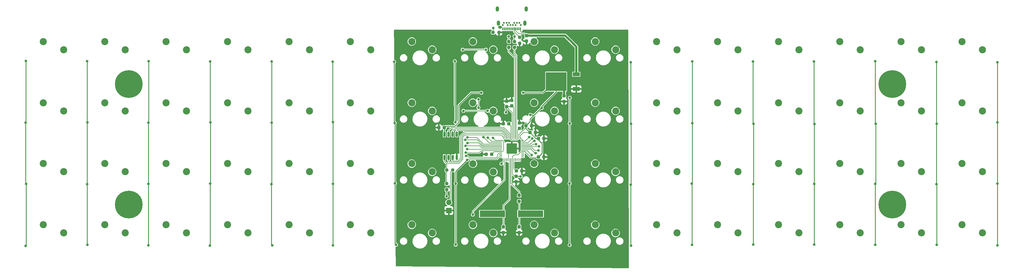
<source format=gbr>
%TF.GenerationSoftware,KiCad,Pcbnew,6.0.7-f9a2dced07~116~ubuntu20.04.1*%
%TF.CreationDate,2022-10-16T12:29:11-07:00*%
%TF.ProjectId,keyboard,6b657962-6f61-4726-942e-6b696361645f,rev?*%
%TF.SameCoordinates,Original*%
%TF.FileFunction,Copper,L1,Top*%
%TF.FilePolarity,Positive*%
%FSLAX46Y46*%
G04 Gerber Fmt 4.6, Leading zero omitted, Abs format (unit mm)*
G04 Created by KiCad (PCBNEW 6.0.7-f9a2dced07~116~ubuntu20.04.1) date 2022-10-16 12:29:11*
%MOMM*%
%LPD*%
G01*
G04 APERTURE LIST*
G04 Aperture macros list*
%AMRoundRect*
0 Rectangle with rounded corners*
0 $1 Rounding radius*
0 $2 $3 $4 $5 $6 $7 $8 $9 X,Y pos of 4 corners*
0 Add a 4 corners polygon primitive as box body*
4,1,4,$2,$3,$4,$5,$6,$7,$8,$9,$2,$3,0*
0 Add four circle primitives for the rounded corners*
1,1,$1+$1,$2,$3*
1,1,$1+$1,$4,$5*
1,1,$1+$1,$6,$7*
1,1,$1+$1,$8,$9*
0 Add four rect primitives between the rounded corners*
20,1,$1+$1,$2,$3,$4,$5,0*
20,1,$1+$1,$4,$5,$6,$7,0*
20,1,$1+$1,$6,$7,$8,$9,0*
20,1,$1+$1,$8,$9,$2,$3,0*%
G04 Aperture macros list end*
%TA.AperFunction,SMDPad,CuDef*%
%ADD10R,7.875000X2.000000*%
%TD*%
%TA.AperFunction,ComponentPad*%
%ADD11C,2.200000*%
%TD*%
%TA.AperFunction,SMDPad,CuDef*%
%ADD12RoundRect,0.237500X0.237500X-0.250000X0.237500X0.250000X-0.237500X0.250000X-0.237500X-0.250000X0*%
%TD*%
%TA.AperFunction,SMDPad,CuDef*%
%ADD13RoundRect,0.237500X-0.237500X0.250000X-0.237500X-0.250000X0.237500X-0.250000X0.237500X0.250000X0*%
%TD*%
%TA.AperFunction,SMDPad,CuDef*%
%ADD14RoundRect,0.237500X-0.237500X0.300000X-0.237500X-0.300000X0.237500X-0.300000X0.237500X0.300000X0*%
%TD*%
%TA.AperFunction,SMDPad,CuDef*%
%ADD15RoundRect,0.237500X0.250000X0.237500X-0.250000X0.237500X-0.250000X-0.237500X0.250000X-0.237500X0*%
%TD*%
%TA.AperFunction,SMDPad,CuDef*%
%ADD16RoundRect,0.050000X-0.387500X-0.050000X0.387500X-0.050000X0.387500X0.050000X-0.387500X0.050000X0*%
%TD*%
%TA.AperFunction,SMDPad,CuDef*%
%ADD17RoundRect,0.050000X-0.050000X-0.387500X0.050000X-0.387500X0.050000X0.387500X-0.050000X0.387500X0*%
%TD*%
%TA.AperFunction,ComponentPad*%
%ADD18C,0.600000*%
%TD*%
%TA.AperFunction,HeatsinkPad*%
%ADD19C,0.600000*%
%TD*%
%TA.AperFunction,SMDPad,CuDef*%
%ADD20RoundRect,0.144000X-1.456000X-1.456000X1.456000X-1.456000X1.456000X1.456000X-1.456000X1.456000X0*%
%TD*%
%TA.AperFunction,ComponentPad*%
%ADD21C,8.600000*%
%TD*%
%TA.AperFunction,SMDPad,CuDef*%
%ADD22RoundRect,0.237500X-0.300000X-0.237500X0.300000X-0.237500X0.300000X0.237500X-0.300000X0.237500X0*%
%TD*%
%TA.AperFunction,SMDPad,CuDef*%
%ADD23RoundRect,0.237500X0.237500X-0.300000X0.237500X0.300000X-0.237500X0.300000X-0.237500X-0.300000X0*%
%TD*%
%TA.AperFunction,ComponentPad*%
%ADD24R,1.700000X1.700000*%
%TD*%
%TA.AperFunction,ComponentPad*%
%ADD25O,1.700000X1.700000*%
%TD*%
%TA.AperFunction,ComponentPad*%
%ADD26C,0.609600*%
%TD*%
%TA.AperFunction,SMDPad,CuDef*%
%ADD27R,0.304800X0.889000*%
%TD*%
%TA.AperFunction,ComponentPad*%
%ADD28O,1.193800X0.914400*%
%TD*%
%TA.AperFunction,ComponentPad*%
%ADD29O,1.016000X1.600200*%
%TD*%
%TA.AperFunction,SMDPad,CuDef*%
%ADD30RoundRect,0.150000X0.150000X-0.650000X0.150000X0.650000X-0.150000X0.650000X-0.150000X-0.650000X0*%
%TD*%
%TA.AperFunction,SMDPad,CuDef*%
%ADD31RoundRect,0.237500X0.300000X0.237500X-0.300000X0.237500X-0.300000X-0.237500X0.300000X-0.237500X0*%
%TD*%
%TA.AperFunction,SMDPad,CuDef*%
%ADD32R,2.200000X1.200000*%
%TD*%
%TA.AperFunction,SMDPad,CuDef*%
%ADD33R,6.400000X5.800000*%
%TD*%
%TA.AperFunction,ViaPad*%
%ADD34C,0.800000*%
%TD*%
%TA.AperFunction,Conductor*%
%ADD35C,0.200000*%
%TD*%
%TA.AperFunction,Conductor*%
%ADD36C,0.700000*%
%TD*%
%TA.AperFunction,Conductor*%
%ADD37C,0.280000*%
%TD*%
%TA.AperFunction,Conductor*%
%ADD38C,0.250000*%
%TD*%
G04 APERTURE END LIST*
D10*
%TO.P,Y1,1,1*%
%TO.N,Net-(C4-Pad2)*%
X224947500Y-165350000D03*
%TO.P,Y1,2,2*%
%TO.N,/XIN*%
X213072500Y-165350000D03*
%TD*%
D11*
%TO.P,SW22,1,1*%
%TO.N,/Key Matrix/R2*%
X264120000Y-130770000D03*
%TO.P,SW22,2,2*%
%TO.N,Net-(D22-Pad2)*%
X270470000Y-133310000D03*
%TD*%
D12*
%TO.P,R3,1*%
%TO.N,Net-(C4-Pad2)*%
X221420000Y-161442500D03*
%TO.P,R3,2*%
%TO.N,/XOUT*%
X221420000Y-159617500D03*
%TD*%
D13*
%TO.P,R2,1*%
%TO.N,Net-(J1-PadA5)*%
X221590000Y-110425000D03*
%TO.P,R2,2*%
%TO.N,GND*%
X221590000Y-112250000D03*
%TD*%
D14*
%TO.P,C2,1*%
%TO.N,+3V3*%
X235410000Y-128637500D03*
%TO.P,C2,2*%
%TO.N,GND*%
X235410000Y-130362500D03*
%TD*%
D15*
%TO.P,R6,1*%
%TO.N,Net-(J2-Pad2)*%
X200742500Y-151740000D03*
%TO.P,R6,2*%
%TO.N,/QSPI_SS*%
X198917500Y-151740000D03*
%TD*%
D16*
%TO.P,U2,1,IOVDD*%
%TO.N,+3V3*%
X215662500Y-142470000D03*
%TO.P,U2,2,GPIO0*%
%TO.N,/Key Matrix/R1*%
X215662500Y-142870000D03*
%TO.P,U2,3,GPIO1*%
%TO.N,/Key Matrix/R2*%
X215662500Y-143270000D03*
%TO.P,U2,4,GPIO2*%
%TO.N,/Key Matrix/C10*%
X215662500Y-143670000D03*
%TO.P,U2,5,GPIO3*%
%TO.N,/Key Matrix/C11*%
X215662500Y-144070000D03*
%TO.P,U2,6,GPIO4*%
%TO.N,/Key Matrix/C12*%
X215662500Y-144470000D03*
%TO.P,U2,7,GPIO5*%
%TO.N,/Key Matrix/C13*%
X215662500Y-144870000D03*
%TO.P,U2,8,GPIO6*%
%TO.N,/Key Matrix/C14*%
X215662500Y-145270000D03*
%TO.P,U2,9,GPIO7*%
%TO.N,/Key Matrix/C15*%
X215662500Y-145670000D03*
%TO.P,U2,10,IOVDD*%
%TO.N,+3V3*%
X215662500Y-146070000D03*
%TO.P,U2,11,GPIO8*%
%TO.N,/Key Matrix/C16*%
X215662500Y-146470000D03*
%TO.P,U2,12,GPIO9*%
%TO.N,unconnected-(U2-Pad12)*%
X215662500Y-146870000D03*
%TO.P,U2,13,GPIO10*%
%TO.N,unconnected-(U2-Pad13)*%
X215662500Y-147270000D03*
%TO.P,U2,14,GPIO11*%
%TO.N,/Key Matrix/C9*%
X215662500Y-147670000D03*
D17*
%TO.P,U2,15,GPIO12*%
%TO.N,/Key Matrix/R3*%
X216500000Y-148507500D03*
%TO.P,U2,16,GPIO13*%
%TO.N,/Key Matrix/R4*%
X216900000Y-148507500D03*
%TO.P,U2,17,GPIO14*%
%TO.N,unconnected-(U2-Pad17)*%
X217300000Y-148507500D03*
%TO.P,U2,18,GPIO15*%
%TO.N,unconnected-(U2-Pad18)*%
X217700000Y-148507500D03*
%TO.P,U2,19,TESTEN*%
%TO.N,GND*%
X218100000Y-148507500D03*
%TO.P,U2,20,XIN*%
%TO.N,/XIN*%
X218500000Y-148507500D03*
%TO.P,U2,21,XOUT*%
%TO.N,/XOUT*%
X218900000Y-148507500D03*
%TO.P,U2,22,IOVDD*%
%TO.N,+3V3*%
X219300000Y-148507500D03*
%TO.P,U2,23,DVDD*%
%TO.N,+1V1*%
X219700000Y-148507500D03*
%TO.P,U2,24,SWCLK*%
%TO.N,unconnected-(U2-Pad24)*%
X220100000Y-148507500D03*
%TO.P,U2,25,SWDIO*%
%TO.N,unconnected-(U2-Pad25)*%
X220500000Y-148507500D03*
%TO.P,U2,26,RUN*%
%TO.N,/RUN*%
X220900000Y-148507500D03*
%TO.P,U2,27,GPIO16*%
%TO.N,unconnected-(U2-Pad27)*%
X221300000Y-148507500D03*
%TO.P,U2,28,GPIO17*%
%TO.N,unconnected-(U2-Pad28)*%
X221700000Y-148507500D03*
D16*
%TO.P,U2,29,GPIO18*%
%TO.N,unconnected-(U2-Pad29)*%
X222537500Y-147670000D03*
%TO.P,U2,30,GPIO19*%
%TO.N,unconnected-(U2-Pad30)*%
X222537500Y-147270000D03*
%TO.P,U2,31,GPIO20*%
%TO.N,unconnected-(U2-Pad31)*%
X222537500Y-146870000D03*
%TO.P,U2,32,GPIO21*%
%TO.N,unconnected-(U2-Pad32)*%
X222537500Y-146470000D03*
%TO.P,U2,33,IOVDD*%
%TO.N,+3V3*%
X222537500Y-146070000D03*
%TO.P,U2,34,GPIO22*%
%TO.N,/Key Matrix/C1*%
X222537500Y-145670000D03*
%TO.P,U2,35,GPIO23*%
%TO.N,/Key Matrix/C2*%
X222537500Y-145270000D03*
%TO.P,U2,36,GPIO24*%
%TO.N,/Key Matrix/C3*%
X222537500Y-144870000D03*
%TO.P,U2,37,GPIO25*%
%TO.N,/Key Matrix/C4*%
X222537500Y-144470000D03*
%TO.P,U2,38,GPIO26/ADC0*%
%TO.N,/Key Matrix/C5*%
X222537500Y-144070000D03*
%TO.P,U2,39,GPIO27/ADC1*%
%TO.N,/Key Matrix/C6*%
X222537500Y-143670000D03*
%TO.P,U2,40,GPIO28/ADC2*%
%TO.N,/Key Matrix/C7*%
X222537500Y-143270000D03*
%TO.P,U2,41,GPIO29/ADC3*%
%TO.N,/Key Matrix/C8*%
X222537500Y-142870000D03*
%TO.P,U2,42,IOVDD*%
%TO.N,+3V3*%
X222537500Y-142470000D03*
D17*
%TO.P,U2,43,ADC_AVDD*%
X221700000Y-141632500D03*
%TO.P,U2,44,VREG_VIN*%
X221300000Y-141632500D03*
%TO.P,U2,45,VREG_VOUT*%
%TO.N,+1V1*%
X220900000Y-141632500D03*
%TO.P,U2,46,USB_DM*%
%TO.N,Net-(R4-Pad2)*%
X220500000Y-141632500D03*
%TO.P,U2,47,USB_DP*%
%TO.N,Net-(R5-Pad2)*%
X220100000Y-141632500D03*
%TO.P,U2,48,USB_VDD*%
%TO.N,+3V3*%
X219700000Y-141632500D03*
%TO.P,U2,49,IOVDD*%
X219300000Y-141632500D03*
%TO.P,U2,50,DVDD*%
%TO.N,+1V1*%
X218900000Y-141632500D03*
%TO.P,U2,51,QSPI_SD3*%
%TO.N,/QSPI_SD3*%
X218500000Y-141632500D03*
%TO.P,U2,52,QSPI_SCLK*%
%TO.N,/QSPI_SCLK*%
X218100000Y-141632500D03*
%TO.P,U2,53,QSPI_SD0*%
%TO.N,/QSPI_SD0*%
X217700000Y-141632500D03*
%TO.P,U2,54,QSPI_SD2*%
%TO.N,/QSPI_SD2*%
X217300000Y-141632500D03*
%TO.P,U2,55,QSPI_SD1*%
%TO.N,/QSPI_SD1*%
X216900000Y-141632500D03*
%TO.P,U2,56,QSPI_SS_N*%
%TO.N,/QSPI_SS*%
X216500000Y-141632500D03*
D18*
%TO.P,U2,57,GND*%
%TO.N,GND*%
X217825000Y-145070000D03*
X219100000Y-143795000D03*
X220375000Y-145070000D03*
X220375000Y-143795000D03*
D19*
X217825000Y-143795000D03*
D18*
X217825000Y-146345000D03*
X219100000Y-145070000D03*
X220375000Y-146345000D03*
D20*
X219100000Y-145070000D03*
D18*
X219100000Y-146345000D03*
%TD*%
D21*
%TO.P,H3,1*%
%TO.N,N/C*%
X337500000Y-162500000D03*
%TD*%
%TO.P,H1,1*%
%TO.N,N/C*%
X100000000Y-125000000D03*
%TD*%
D22*
%TO.P,C13,1*%
%TO.N,+3V3*%
X227407500Y-147650000D03*
%TO.P,C13,2*%
%TO.N,GND*%
X229132500Y-147650000D03*
%TD*%
D23*
%TO.P,C9,1*%
%TO.N,+1V1*%
X221450000Y-138792500D03*
%TO.P,C9,2*%
%TO.N,GND*%
X221450000Y-137067500D03*
%TD*%
%TO.P,C3,1*%
%TO.N,GND*%
X216530000Y-171172500D03*
%TO.P,C3,2*%
%TO.N,/XIN*%
X216530000Y-169447500D03*
%TD*%
D22*
%TO.P,C16,1*%
%TO.N,+3V3*%
X227407500Y-141870000D03*
%TO.P,C16,2*%
%TO.N,GND*%
X229132500Y-141870000D03*
%TD*%
%TO.P,C10,2*%
%TO.N,GND*%
X225282500Y-137950000D03*
%TO.P,C10,1*%
%TO.N,+3V3*%
X223557500Y-137950000D03*
%TD*%
D13*
%TO.P,R4,1*%
%TO.N,/USB_D-*%
X219970000Y-111717500D03*
%TO.P,R4,2*%
%TO.N,Net-(R4-Pad2)*%
X219970000Y-113542500D03*
%TD*%
D24*
%TO.P,J2,1,Pin_1*%
%TO.N,GND*%
X199525000Y-164335000D03*
D25*
%TO.P,J2,2,Pin_2*%
%TO.N,Net-(J2-Pad2)*%
X199525000Y-161795000D03*
%TD*%
D26*
%TO.P,J1,B12,B12*%
%TO.N,unconnected-(J1-PadB12)*%
X221886519Y-106582486D03*
%TO.P,J1,B11,B11*%
%TO.N,unconnected-(J1-PadB11)*%
X221486393Y-105882486D03*
%TO.P,J1,B10,B10*%
%TO.N,unconnected-(J1-PadB10)*%
X220686267Y-105882486D03*
%TO.P,J1,B9,B9*%
%TO.N,unconnected-(J1-PadB9)*%
X220286141Y-106582486D03*
%TO.P,J1,B8,B8*%
%TO.N,unconnected-(J1-PadB8)*%
X219911515Y-105882486D03*
%TO.P,J1,B7,B7*%
%TO.N,/USB_D-*%
X219473889Y-106582486D03*
%TO.P,J1,B6,B6*%
%TO.N,/USB_D+*%
X218673763Y-106582486D03*
%TO.P,J1,B5,B5*%
%TO.N,Net-(J1-PadB5)*%
X218311137Y-105882486D03*
%TO.P,J1,B4,B4*%
%TO.N,unconnected-(J1-PadB4)*%
X217886511Y-106582486D03*
%TO.P,J1,B3,B3*%
%TO.N,unconnected-(J1-PadB3)*%
X217486385Y-105882486D03*
%TO.P,J1,B2,B2*%
%TO.N,unconnected-(J1-PadB2)*%
X216686259Y-105882486D03*
%TO.P,J1,B1,B1*%
%TO.N,unconnected-(J1-PadB1)*%
X216286133Y-106582486D03*
D27*
%TO.P,J1,A12,A12*%
%TO.N,unconnected-(J1-PadA12)*%
X216335633Y-107797486D03*
%TO.P,J1,A11,A11*%
%TO.N,unconnected-(J1-PadA11)*%
X216835759Y-107797486D03*
%TO.P,J1,A10,A10*%
%TO.N,unconnected-(J1-PadA10)*%
X217335885Y-107797486D03*
%TO.P,J1,A9,A9*%
%TO.N,unconnected-(J1-PadA9)*%
X217836011Y-107797486D03*
%TO.P,J1,A8,A8*%
%TO.N,unconnected-(J1-PadA8)*%
X218336137Y-107797486D03*
%TO.P,J1,A7,A7*%
%TO.N,/USB_D-*%
X218836263Y-107797486D03*
%TO.P,J1,A6,A6*%
%TO.N,/USB_D+*%
X219336389Y-107797486D03*
%TO.P,J1,A5,A5*%
%TO.N,Net-(J1-PadA5)*%
X219836515Y-107797486D03*
%TO.P,J1,A4,A4*%
%TO.N,VBUS*%
X220336641Y-107797486D03*
%TO.P,J1,A3,A3*%
%TO.N,unconnected-(J1-PadA3)*%
X220836767Y-107797486D03*
%TO.P,J1,A2,A2*%
%TO.N,unconnected-(J1-PadA2)*%
X221336893Y-107797486D03*
%TO.P,J1,A1,A1*%
%TO.N,GND*%
X221837019Y-107797486D03*
D28*
%TO.P,J1,29,29*%
%TO.N,unconnected-(J1-Pad29)*%
X215486326Y-107232486D03*
D29*
%TO.P,J1,28,28*%
%TO.N,unconnected-(J1-Pad28)*%
X214596325Y-101592486D03*
%TO.P,J1,27,27*%
%TO.N,unconnected-(J1-Pad27)*%
X214956327Y-105992486D03*
%TO.P,J1,26,26*%
%TO.N,unconnected-(J1-Pad26)*%
X223576327Y-101592486D03*
%TO.P,J1,25,25*%
%TO.N,unconnected-(J1-Pad25)*%
X223216325Y-105992486D03*
%TD*%
D30*
%TO.P,U3,1,~{CS}*%
%TO.N,/QSPI_SS*%
X198175000Y-147790000D03*
%TO.P,U3,2,DO(IO1)*%
%TO.N,/QSPI_SD1*%
X199445000Y-147790000D03*
%TO.P,U3,3,IO2*%
%TO.N,/QSPI_SD2*%
X200715000Y-147790000D03*
%TO.P,U3,4,GND*%
%TO.N,GND*%
X201985000Y-147790000D03*
%TO.P,U3,5,DI(IO0)*%
%TO.N,/QSPI_SD0*%
X201985000Y-140590000D03*
%TO.P,U3,6,CLK*%
%TO.N,/QSPI_SCLK*%
X200715000Y-140590000D03*
%TO.P,U3,7,IO3*%
%TO.N,/QSPI_SD3*%
X199445000Y-140590000D03*
%TO.P,U3,8,VCC*%
%TO.N,+3V3*%
X198175000Y-140590000D03*
%TD*%
D13*
%TO.P,R5,1*%
%TO.N,/USB_D+*%
X218210000Y-111717500D03*
%TO.P,R5,2*%
%TO.N,Net-(R5-Pad2)*%
X218210000Y-113542500D03*
%TD*%
D22*
%TO.P,C6,1*%
%TO.N,+3V3*%
X224747500Y-140010000D03*
%TO.P,C6,2*%
%TO.N,GND*%
X226472500Y-140010000D03*
%TD*%
D31*
%TO.P,C14,1*%
%TO.N,+3V3*%
X198142500Y-138500000D03*
%TO.P,C14,2*%
%TO.N,GND*%
X196417500Y-138500000D03*
%TD*%
D14*
%TO.P,C11,1*%
%TO.N,+3V3*%
X220510000Y-153667500D03*
%TO.P,C11,2*%
%TO.N,GND*%
X220510000Y-155392500D03*
%TD*%
D12*
%TO.P,R7,1*%
%TO.N,+3V3*%
X198910000Y-157812500D03*
%TO.P,R7,2*%
%TO.N,/QSPI_SS*%
X198910000Y-155987500D03*
%TD*%
D14*
%TO.P,C1,1*%
%TO.N,VBUS*%
X223670000Y-109877500D03*
%TO.P,C1,2*%
%TO.N,GND*%
X223670000Y-111602500D03*
%TD*%
D31*
%TO.P,C8,1*%
%TO.N,+3V3*%
X212862500Y-146800000D03*
%TO.P,C8,2*%
%TO.N,GND*%
X211137500Y-146800000D03*
%TD*%
D23*
%TO.P,C15,1*%
%TO.N,+3V3*%
X219140000Y-131772500D03*
%TO.P,C15,2*%
%TO.N,GND*%
X219140000Y-130047500D03*
%TD*%
D22*
%TO.P,C7,1*%
%TO.N,+1V1*%
X220557500Y-152010000D03*
%TO.P,C7,2*%
%TO.N,GND*%
X222282500Y-152010000D03*
%TD*%
D21*
%TO.P,H4,1*%
%TO.N,N/C*%
X100000000Y-162500000D03*
%TD*%
D31*
%TO.P,C5,1*%
%TO.N,+1V1*%
X218212500Y-137340000D03*
%TO.P,C5,2*%
%TO.N,GND*%
X216487500Y-137340000D03*
%TD*%
D21*
%TO.P,H2,1*%
%TO.N,N/C*%
X337500000Y-125000000D03*
%TD*%
D15*
%TO.P,R1,1*%
%TO.N,GND*%
X215135000Y-108920000D03*
%TO.P,R1,2*%
%TO.N,Net-(J1-PadB5)*%
X213310000Y-108920000D03*
%TD*%
D23*
%TO.P,C12,1*%
%TO.N,+3V3*%
X217520000Y-132022500D03*
%TO.P,C12,2*%
%TO.N,GND*%
X217520000Y-130297500D03*
%TD*%
D32*
%TO.P,U1,1,GND*%
%TO.N,GND*%
X239190000Y-126480000D03*
D33*
%TO.P,U1,2,VO*%
%TO.N,+3V3*%
X232890000Y-124200000D03*
D32*
%TO.P,U1,3,VI*%
%TO.N,VBUS*%
X239190000Y-121920000D03*
%TD*%
D23*
%TO.P,C4,1*%
%TO.N,GND*%
X221410000Y-171162500D03*
%TO.P,C4,2*%
%TO.N,Net-(C4-Pad2)*%
X221410000Y-169437500D03*
%TD*%
D11*
%TO.P,SW29,1,1*%
%TO.N,/Key Matrix/R1*%
X226067500Y-111720000D03*
%TO.P,SW29,2,2*%
%TO.N,Net-(D29-Pad2)*%
X232417500Y-114260000D03*
%TD*%
%TO.P,SW7,1,1*%
%TO.N,/Key Matrix/R3*%
X340177500Y-149730000D03*
%TO.P,SW7,2,2*%
%TO.N,Net-(D7-Pad2)*%
X346527500Y-152270000D03*
%TD*%
%TO.P,SW34,1,1*%
%TO.N,/Key Matrix/R2*%
X207017500Y-130770000D03*
%TO.P,SW34,2,2*%
%TO.N,Net-(D34-Pad2)*%
X213367500Y-133310000D03*
%TD*%
%TO.P,SW46,1,1*%
%TO.N,/Key Matrix/R2*%
X149820000Y-130770000D03*
%TO.P,SW46,2,2*%
%TO.N,Net-(D46-Pad2)*%
X156170000Y-133310000D03*
%TD*%
%TO.P,SW45,1,1*%
%TO.N,/Key Matrix/R1*%
X149820000Y-111720000D03*
%TO.P,SW45,2,2*%
%TO.N,Net-(D45-Pad2)*%
X156170000Y-114260000D03*
%TD*%
%TO.P,SW30,1,1*%
%TO.N,/Key Matrix/R2*%
X226067500Y-130770000D03*
%TO.P,SW30,2,2*%
%TO.N,Net-(D30-Pad2)*%
X232417500Y-133310000D03*
%TD*%
%TO.P,SW31,1,1*%
%TO.N,/Key Matrix/R3*%
X226067500Y-149730000D03*
%TO.P,SW31,2,2*%
%TO.N,Net-(D31-Pad2)*%
X232417500Y-152270000D03*
%TD*%
%TO.P,SW10,1,1*%
%TO.N,/Key Matrix/R2*%
X321127500Y-130770000D03*
%TO.P,SW10,2,2*%
%TO.N,Net-(D10-Pad2)*%
X327477500Y-133310000D03*
%TD*%
%TO.P,SW55,2,2*%
%TO.N,Net-(D55-Pad2)*%
X117975000Y-152270000D03*
%TO.P,SW55,1,1*%
%TO.N,/Key Matrix/R3*%
X111625000Y-149730000D03*
%TD*%
%TO.P,SW27,1,1*%
%TO.N,/Key Matrix/R3*%
X245070000Y-149730000D03*
%TO.P,SW27,2,2*%
%TO.N,Net-(D27-Pad2)*%
X251420000Y-152270000D03*
%TD*%
%TO.P,SW43,1,1*%
%TO.N,/Key Matrix/R3*%
X168917500Y-149730000D03*
%TO.P,SW43,2,2*%
%TO.N,Net-(D43-Pad2)*%
X175267500Y-152270000D03*
%TD*%
%TO.P,SW5,1,1*%
%TO.N,/Key Matrix/R1*%
X340177500Y-111720000D03*
%TO.P,SW5,2,2*%
%TO.N,Net-(D5-Pad2)*%
X346527500Y-114260000D03*
%TD*%
%TO.P,SW56,1,1*%
%TO.N,/Key Matrix/R4*%
X111625000Y-168780000D03*
%TO.P,SW56,2,2*%
%TO.N,Net-(D56-Pad2)*%
X117975000Y-171320000D03*
%TD*%
%TO.P,SW63,1,1*%
%TO.N,/Key Matrix/R3*%
X73430000Y-149730000D03*
%TO.P,SW63,2,2*%
%TO.N,Net-(D63-Pad2)*%
X79780000Y-152270000D03*
%TD*%
%TO.P,SW59,1,1*%
%TO.N,/Key Matrix/R3*%
X92527500Y-149730000D03*
%TO.P,SW59,2,2*%
%TO.N,Net-(D59-Pad2)*%
X98877500Y-152270000D03*
%TD*%
%TO.P,SW60,1,1*%
%TO.N,/Key Matrix/R4*%
X92570000Y-168760000D03*
%TO.P,SW60,2,2*%
%TO.N,Net-(D60-Pad2)*%
X98920000Y-171300000D03*
%TD*%
%TO.P,SW52,1,1*%
%TO.N,/Key Matrix/R4*%
X130722500Y-168780000D03*
%TO.P,SW52,2,2*%
%TO.N,Net-(D52-Pad2)*%
X137072500Y-171320000D03*
%TD*%
%TO.P,SW37,1,1*%
%TO.N,/Key Matrix/R1*%
X188015000Y-111720000D03*
%TO.P,SW37,2,2*%
%TO.N,Net-(D37-Pad2)*%
X194365000Y-114260000D03*
%TD*%
%TO.P,SW18,1,1*%
%TO.N,/Key Matrix/R2*%
X283122500Y-130770000D03*
%TO.P,SW18,2,2*%
%TO.N,Net-(D18-Pad2)*%
X289472500Y-133310000D03*
%TD*%
%TO.P,SW3,1,1*%
%TO.N,/Key Matrix/R3*%
X359180000Y-149730000D03*
%TO.P,SW3,2,2*%
%TO.N,Net-(D3-Pad2)*%
X365530000Y-152270000D03*
%TD*%
%TO.P,SW64,1,1*%
%TO.N,/Key Matrix/R4*%
X73430000Y-168780000D03*
%TO.P,SW64,2,2*%
%TO.N,Net-(D64-Pad2)*%
X79780000Y-171320000D03*
%TD*%
%TO.P,SW8,1,1*%
%TO.N,/Key Matrix/R4*%
X340177500Y-168780000D03*
%TO.P,SW8,2,2*%
%TO.N,Net-(D8-Pad2)*%
X346527500Y-171320000D03*
%TD*%
%TO.P,SW58,2,2*%
%TO.N,Net-(D58-Pad2)*%
X98877500Y-133310000D03*
%TO.P,SW58,1,1*%
%TO.N,/Key Matrix/R2*%
X92527500Y-130770000D03*
%TD*%
%TO.P,SW44,1,1*%
%TO.N,/Key Matrix/R4*%
X168917500Y-168780000D03*
%TO.P,SW44,2,2*%
%TO.N,Net-(D44-Pad2)*%
X175267500Y-171320000D03*
%TD*%
%TO.P,SW42,1,1*%
%TO.N,/Key Matrix/R2*%
X168917500Y-130770000D03*
%TO.P,SW42,2,2*%
%TO.N,Net-(D42-Pad2)*%
X175267500Y-133310000D03*
%TD*%
%TO.P,SW2,1,1*%
%TO.N,/Key Matrix/R2*%
X359180000Y-130770000D03*
%TO.P,SW2,2,2*%
%TO.N,Net-(D2-Pad2)*%
X365530000Y-133310000D03*
%TD*%
%TO.P,SW26,1,1*%
%TO.N,/Key Matrix/R2*%
X245070000Y-130770000D03*
%TO.P,SW26,2,2*%
%TO.N,Net-(D26-Pad2)*%
X251420000Y-133310000D03*
%TD*%
%TO.P,SW33,1,1*%
%TO.N,/Key Matrix/R1*%
X207017500Y-111720000D03*
%TO.P,SW33,2,2*%
%TO.N,Net-(D33-Pad2)*%
X213367500Y-114260000D03*
%TD*%
%TO.P,SW54,1,1*%
%TO.N,/Key Matrix/R2*%
X111625000Y-130770000D03*
%TO.P,SW54,2,2*%
%TO.N,Net-(D54-Pad2)*%
X117975000Y-133310000D03*
%TD*%
%TO.P,SW19,1,1*%
%TO.N,/Key Matrix/R3*%
X283122500Y-149730000D03*
%TO.P,SW19,2,2*%
%TO.N,Net-(D19-Pad2)*%
X289472500Y-152270000D03*
%TD*%
%TO.P,SW13,1,1*%
%TO.N,/Key Matrix/R1*%
X302125000Y-111720000D03*
%TO.P,SW13,2,2*%
%TO.N,Net-(D13-Pad2)*%
X308475000Y-114260000D03*
%TD*%
%TO.P,SW50,1,1*%
%TO.N,/Key Matrix/R2*%
X130722500Y-130770000D03*
%TO.P,SW50,2,2*%
%TO.N,Net-(D50-Pad2)*%
X137072500Y-133310000D03*
%TD*%
%TO.P,SW32,1,1*%
%TO.N,/Key Matrix/R4*%
X226067500Y-168780000D03*
%TO.P,SW32,2,2*%
%TO.N,Net-(D32-Pad2)*%
X232417500Y-171320000D03*
%TD*%
%TO.P,SW49,1,1*%
%TO.N,/Key Matrix/R1*%
X130722500Y-111720000D03*
%TO.P,SW49,2,2*%
%TO.N,Net-(D49-Pad2)*%
X137072500Y-114260000D03*
%TD*%
%TO.P,SW14,1,1*%
%TO.N,/Key Matrix/R2*%
X302125000Y-130770000D03*
%TO.P,SW14,2,2*%
%TO.N,Net-(D14-Pad2)*%
X308475000Y-133310000D03*
%TD*%
%TO.P,SW23,1,1*%
%TO.N,/Key Matrix/R3*%
X264120000Y-149730000D03*
%TO.P,SW23,2,2*%
%TO.N,Net-(D23-Pad2)*%
X270470000Y-152270000D03*
%TD*%
%TO.P,SW15,1,1*%
%TO.N,/Key Matrix/R3*%
X302125000Y-149730000D03*
%TO.P,SW15,2,2*%
%TO.N,Net-(D15-Pad2)*%
X308475000Y-152270000D03*
%TD*%
%TO.P,SW61,1,1*%
%TO.N,/Key Matrix/R1*%
X73430000Y-111720000D03*
%TO.P,SW61,2,2*%
%TO.N,Net-(D61-Pad2)*%
X79780000Y-114260000D03*
%TD*%
%TO.P,SW62,1,1*%
%TO.N,/Key Matrix/R2*%
X73430000Y-130770000D03*
%TO.P,SW62,2,2*%
%TO.N,Net-(D62-Pad2)*%
X79780000Y-133310000D03*
%TD*%
%TO.P,SW57,1,1*%
%TO.N,/Key Matrix/R1*%
X92527500Y-111720000D03*
%TO.P,SW57,2,2*%
%TO.N,Net-(D57-Pad2)*%
X98877500Y-114260000D03*
%TD*%
%TO.P,SW28,1,1*%
%TO.N,/Key Matrix/R4*%
X245070000Y-168780000D03*
%TO.P,SW28,2,2*%
%TO.N,Net-(D28-Pad2)*%
X251420000Y-171320000D03*
%TD*%
%TO.P,SW36,1,1*%
%TO.N,/Key Matrix/R4*%
X207017500Y-168780000D03*
%TO.P,SW36,2,2*%
%TO.N,Net-(D36-Pad2)*%
X213367500Y-171320000D03*
%TD*%
%TO.P,SW51,1,1*%
%TO.N,/Key Matrix/R3*%
X130722500Y-149730000D03*
%TO.P,SW51,2,2*%
%TO.N,Net-(D51-Pad2)*%
X137072500Y-152270000D03*
%TD*%
%TO.P,SW12,1,1*%
%TO.N,/Key Matrix/R4*%
X321127500Y-168780000D03*
%TO.P,SW12,2,2*%
%TO.N,Net-(D12-Pad2)*%
X327477500Y-171320000D03*
%TD*%
%TO.P,SW38,1,1*%
%TO.N,/Key Matrix/R2*%
X188015000Y-130770000D03*
%TO.P,SW38,2,2*%
%TO.N,Net-(D38-Pad2)*%
X194365000Y-133310000D03*
%TD*%
%TO.P,SW11,1,1*%
%TO.N,/Key Matrix/R3*%
X321127500Y-149730000D03*
%TO.P,SW11,2,2*%
%TO.N,Net-(D11-Pad2)*%
X327477500Y-152270000D03*
%TD*%
%TO.P,SW21,1,1*%
%TO.N,/Key Matrix/R1*%
X264120000Y-111720000D03*
%TO.P,SW21,2,2*%
%TO.N,Net-(D21-Pad2)*%
X270470000Y-114260000D03*
%TD*%
%TO.P,SW1,1,1*%
%TO.N,/Key Matrix/R1*%
X359180000Y-111720000D03*
%TO.P,SW1,2,2*%
%TO.N,Net-(D1-Pad2)*%
X365530000Y-114260000D03*
%TD*%
%TO.P,SW39,1,1*%
%TO.N,/Key Matrix/R3*%
X188015000Y-149730000D03*
%TO.P,SW39,2,2*%
%TO.N,Net-(D39-Pad2)*%
X194365000Y-152270000D03*
%TD*%
%TO.P,SW16,1,1*%
%TO.N,/Key Matrix/R4*%
X302125000Y-168780000D03*
%TO.P,SW16,2,2*%
%TO.N,Net-(D16-Pad2)*%
X308475000Y-171320000D03*
%TD*%
%TO.P,SW47,1,1*%
%TO.N,/Key Matrix/R3*%
X149820000Y-149730000D03*
%TO.P,SW47,2,2*%
%TO.N,Net-(D47-Pad2)*%
X156170000Y-152270000D03*
%TD*%
%TO.P,SW35,1,1*%
%TO.N,/Key Matrix/R3*%
X207050000Y-149770000D03*
%TO.P,SW35,2,2*%
%TO.N,Net-(D35-Pad2)*%
X213400000Y-152310000D03*
%TD*%
%TO.P,SW20,1,1*%
%TO.N,/Key Matrix/R4*%
X283122500Y-168780000D03*
%TO.P,SW20,2,2*%
%TO.N,Net-(D20-Pad2)*%
X289472500Y-171320000D03*
%TD*%
%TO.P,SW17,1,1*%
%TO.N,/Key Matrix/R1*%
X283122500Y-111720000D03*
%TO.P,SW17,2,2*%
%TO.N,Net-(D17-Pad2)*%
X289472500Y-114260000D03*
%TD*%
%TO.P,SW53,1,1*%
%TO.N,/Key Matrix/R1*%
X111625000Y-111720000D03*
%TO.P,SW53,2,2*%
%TO.N,Net-(D53-Pad2)*%
X117975000Y-114260000D03*
%TD*%
%TO.P,SW24,1,1*%
%TO.N,/Key Matrix/R4*%
X264120000Y-168780000D03*
%TO.P,SW24,2,2*%
%TO.N,Net-(D24-Pad2)*%
X270470000Y-171320000D03*
%TD*%
%TO.P,SW6,1,1*%
%TO.N,/Key Matrix/R2*%
X340177500Y-130770000D03*
%TO.P,SW6,2,2*%
%TO.N,Net-(D6-Pad2)*%
X346527500Y-133310000D03*
%TD*%
%TO.P,SW4,1,1*%
%TO.N,/Key Matrix/R4*%
X359180000Y-168780000D03*
%TO.P,SW4,2,2*%
%TO.N,Net-(D4-Pad2)*%
X365530000Y-171320000D03*
%TD*%
%TO.P,SW40,1,1*%
%TO.N,/Key Matrix/R4*%
X188015000Y-168780000D03*
%TO.P,SW40,2,2*%
%TO.N,Net-(D40-Pad2)*%
X194365000Y-171320000D03*
%TD*%
%TO.P,SW41,1,1*%
%TO.N,/Key Matrix/R1*%
X168917500Y-111720000D03*
%TO.P,SW41,2,2*%
%TO.N,Net-(D41-Pad2)*%
X175267500Y-114260000D03*
%TD*%
%TO.P,SW48,1,1*%
%TO.N,/Key Matrix/R4*%
X149820000Y-168780000D03*
%TO.P,SW48,2,2*%
%TO.N,Net-(D48-Pad2)*%
X156170000Y-171320000D03*
%TD*%
%TO.P,SW25,1,1*%
%TO.N,/Key Matrix/R1*%
X245070000Y-111720000D03*
%TO.P,SW25,2,2*%
%TO.N,Net-(D25-Pad2)*%
X251420000Y-114260000D03*
%TD*%
%TO.P,SW9,1,1*%
%TO.N,/Key Matrix/R1*%
X321127500Y-111720000D03*
%TO.P,SW9,2,2*%
%TO.N,Net-(D9-Pad2)*%
X327477500Y-114260000D03*
%TD*%
D34*
%TO.N,GND*%
X224760000Y-108780000D03*
%TO.N,+3V3*%
X198870000Y-159920000D03*
X221860000Y-153730000D03*
X213300000Y-141700000D03*
X224850000Y-134550000D03*
X209640000Y-127670000D03*
X222640000Y-127670000D03*
%TO.N,/Key Matrix/R1*%
X208750000Y-129720000D03*
X208750000Y-132310000D03*
%TO.N,Net-(D34-Pad2)*%
X211590000Y-133300000D03*
X204050000Y-133310000D03*
%TO.N,Net-(D33-Pad2)*%
X211090000Y-114260000D03*
X203840000Y-114260000D03*
%TO.N,GND*%
X204840000Y-137630000D03*
X209570000Y-146950000D03*
%TO.N,/Key Matrix/C16*%
X204870000Y-147350000D03*
%TO.N,/Key Matrix/C15*%
X204840000Y-146310000D03*
%TO.N,/Key Matrix/C14*%
X205260000Y-145190000D03*
%TO.N,/Key Matrix/C13*%
X204710000Y-144220000D03*
%TO.N,/Key Matrix/C12*%
X205300000Y-143300000D03*
%TO.N,/Key Matrix/C11*%
X204660000Y-142350000D03*
%TO.N,/Key Matrix/C10*%
X205290000Y-141520000D03*
%TO.N,/Key Matrix/R2*%
X210290000Y-141510000D03*
%TO.N,/Key Matrix/R1*%
X211680000Y-141650000D03*
%TO.N,/Key Matrix/C1*%
X225280000Y-147050000D03*
%TO.N,/Key Matrix/C2*%
X226600000Y-146460000D03*
%TO.N,/Key Matrix/C3*%
X227420000Y-145630000D03*
%TO.N,/Key Matrix/C4*%
X227590000Y-144390000D03*
%TO.N,/Key Matrix/C5*%
X226680000Y-143660000D03*
%TO.N,/Key Matrix/C6*%
X226180000Y-142650000D03*
%TO.N,/Key Matrix/C7*%
X225450000Y-141900000D03*
%TO.N,/Key Matrix/C8*%
X224500000Y-141510000D03*
%TO.N,+3V3*%
X217300000Y-133770000D03*
X228410000Y-132390000D03*
%TO.N,/Key Matrix/R3*%
X215880000Y-149770000D03*
%TO.N,/Key Matrix/R4*%
X207000000Y-165620000D03*
%TO.N,/Key Matrix/C9*%
X205240000Y-148570000D03*
%TO.N,/Key Matrix/C14*%
X106050000Y-175200000D03*
%TO.N,/Key Matrix/C1*%
X370160000Y-118180000D03*
X370150000Y-175210000D03*
X370200000Y-155970000D03*
X370160000Y-136930000D03*
%TO.N,/Key Matrix/C2*%
X351260000Y-175030000D03*
X351200000Y-118080000D03*
X351300000Y-137290000D03*
X351180000Y-156090000D03*
%TO.N,/Key Matrix/C3*%
X332140000Y-175030000D03*
X332140000Y-156020000D03*
X332290000Y-137290000D03*
X332140000Y-117870000D03*
%TO.N,/Key Matrix/C4*%
X313170000Y-156040000D03*
X313190000Y-174890000D03*
X313080000Y-117920000D03*
X313280000Y-137390000D03*
%TO.N,/Key Matrix/C5*%
X294200000Y-174890000D03*
X294250000Y-156140000D03*
X294170000Y-117920000D03*
X294320000Y-137290000D03*
%TO.N,/Key Matrix/C6*%
X275110000Y-155940000D03*
X275210000Y-117970000D03*
X275180000Y-174990000D03*
X275210000Y-137190000D03*
%TO.N,/Key Matrix/C7*%
X256140000Y-156330000D03*
X256100000Y-118180000D03*
X256160000Y-175230000D03*
X256200000Y-137340000D03*
%TO.N,/Key Matrix/C8*%
X237140000Y-137240000D03*
X237100000Y-175060000D03*
X237100000Y-155940000D03*
X237170000Y-129240000D03*
%TO.N,/Key Matrix/C9*%
X201690000Y-155920000D03*
X201440000Y-117870000D03*
X201590000Y-136830000D03*
X201670000Y-174960000D03*
%TO.N,/Key Matrix/C10*%
X182720000Y-137050000D03*
X182800000Y-155850000D03*
X182530000Y-118030000D03*
X183140000Y-174990000D03*
%TO.N,/Key Matrix/C11*%
X163530000Y-136850000D03*
X163510000Y-156020000D03*
X163420000Y-118030000D03*
X163510000Y-175160000D03*
%TO.N,/Key Matrix/C12*%
X144410000Y-117970000D03*
X144600000Y-175160000D03*
X144440000Y-136970000D03*
X144390000Y-156090000D03*
%TO.N,/Key Matrix/C13*%
X125370000Y-136920000D03*
X125300000Y-117920000D03*
X125330000Y-155920000D03*
X125260000Y-175280000D03*
%TO.N,/Key Matrix/C14*%
X106060000Y-156020000D03*
X106110000Y-137000000D03*
X106190000Y-117820000D03*
%TO.N,/Key Matrix/C15*%
X87130000Y-175030000D03*
X87030000Y-117870000D03*
X87090000Y-136900000D03*
X87020000Y-156140000D03*
%TO.N,/Key Matrix/C16*%
X68000000Y-117780000D03*
X67920000Y-175370000D03*
X67930000Y-137000000D03*
X68030000Y-156020000D03*
%TO.N,/USB_D+*%
X218160000Y-110150000D03*
%TO.N,/USB_D-*%
X219950000Y-110110000D03*
%TO.N,Net-(J1-PadB5)*%
X213350000Y-107500000D03*
%TD*%
D35*
%TO.N,GND*%
X221837019Y-107797486D02*
X221837019Y-108547019D01*
X221837019Y-108547019D02*
X222070000Y-108780000D01*
X222070000Y-108780000D02*
X224760000Y-108780000D01*
D36*
%TO.N,VBUS*%
X235737500Y-109877500D02*
X237660000Y-111800000D01*
X237660000Y-111800000D02*
X239190000Y-113330000D01*
X223670000Y-109877500D02*
X235737500Y-109877500D01*
D35*
X221277500Y-109277500D02*
X223070000Y-109277500D01*
X223070000Y-109277500D02*
X223670000Y-109877500D01*
D37*
%TO.N,+3V3*%
X198870000Y-159920000D02*
X198870000Y-157852500D01*
X198870000Y-157852500D02*
X198910000Y-157812500D01*
X220510000Y-153667500D02*
X221797500Y-153667500D01*
X221797500Y-153667500D02*
X221860000Y-153730000D01*
X209640000Y-127670000D02*
X206520000Y-127670000D01*
X206520000Y-127670000D02*
X202590000Y-131600000D01*
X202590000Y-131600000D02*
X202590000Y-136876519D01*
X202590000Y-136876519D02*
X201376519Y-138090000D01*
X201376519Y-138090000D02*
X198552500Y-138090000D01*
X198552500Y-138090000D02*
X198142500Y-138500000D01*
D35*
%TO.N,/Key Matrix/C12*%
X208798628Y-143290000D02*
X205310000Y-143290000D01*
X205310000Y-143290000D02*
X205300000Y-143300000D01*
%TO.N,/Key Matrix/C14*%
X215662500Y-145270000D02*
X205340000Y-145270000D01*
X205340000Y-145270000D02*
X205260000Y-145190000D01*
%TO.N,/Key Matrix/C15*%
X208970000Y-146350000D02*
X209650000Y-145670000D01*
%TO.N,/Key Matrix/C4*%
X222537500Y-144470000D02*
X226470000Y-144470000D01*
X226470000Y-144470000D02*
X226590000Y-144470000D01*
X227590000Y-144390000D02*
X226550000Y-144390000D01*
X226550000Y-144390000D02*
X226470000Y-144470000D01*
%TO.N,/Key Matrix/C3*%
X227420000Y-145630000D02*
X226250000Y-145630000D01*
X226250000Y-145630000D02*
X225490000Y-144870000D01*
X225490000Y-144870000D02*
X222537500Y-144870000D01*
D37*
%TO.N,+3V3*%
X227407500Y-141870000D02*
X227407500Y-142297500D01*
X227407500Y-142297500D02*
X228500000Y-143390000D01*
X228500000Y-143390000D02*
X228500000Y-146557500D01*
X228500000Y-146557500D02*
X227407500Y-147650000D01*
D35*
X219300000Y-148507500D02*
X219300000Y-147570000D01*
X219300000Y-147570000D02*
X219880000Y-146990000D01*
X219880000Y-146990000D02*
X221085025Y-146990000D01*
X221085025Y-146990000D02*
X222005025Y-146070000D01*
X222005025Y-146070000D02*
X222537500Y-146070000D01*
X215662500Y-146070000D02*
X216200000Y-146070000D01*
X216200000Y-146070000D02*
X216610000Y-145660000D01*
X216610000Y-145660000D02*
X216610000Y-142885025D01*
X216610000Y-142885025D02*
X216194975Y-142470000D01*
X216194975Y-142470000D02*
X215662500Y-142470000D01*
X215662500Y-142470000D02*
X214070000Y-142470000D01*
X214070000Y-142470000D02*
X213300000Y-141700000D01*
D37*
X228290000Y-132390000D02*
X225820000Y-134860000D01*
X225820000Y-134860000D02*
X224817501Y-135862499D01*
X224850000Y-134550000D02*
X225510000Y-134550000D01*
X225510000Y-134550000D02*
X225820000Y-134860000D01*
X228410000Y-132390000D02*
X228290000Y-132390000D01*
X224817501Y-135862499D02*
X224817501Y-136689999D01*
X224817501Y-136689999D02*
X223557500Y-137950000D01*
D35*
%TO.N,+1V1*%
X218900000Y-141632500D02*
X218900000Y-142164975D01*
X218900000Y-142164975D02*
X219105025Y-142370000D01*
X219105025Y-142370000D02*
X220694975Y-142370000D01*
X220694975Y-142370000D02*
X220900000Y-142164975D01*
X220900000Y-142164975D02*
X220900000Y-141632500D01*
D37*
%TO.N,+3V3*%
X232310000Y-124200000D02*
X228840000Y-127670000D01*
X228840000Y-127670000D02*
X222640000Y-127670000D01*
D35*
%TO.N,/Key Matrix/R1*%
X208750000Y-132310000D02*
X208750000Y-129720000D01*
%TO.N,Net-(D34-Pad2)*%
X204050000Y-133310000D02*
X211580000Y-133310000D01*
X211580000Y-133310000D02*
X211590000Y-133300000D01*
%TO.N,Net-(D33-Pad2)*%
X203840000Y-114260000D02*
X211090000Y-114260000D01*
%TO.N,/Key Matrix/C10*%
X205290000Y-141520000D02*
X208160000Y-141520000D01*
X208160000Y-141520000D02*
X210310000Y-143670000D01*
X210310000Y-143670000D02*
X215662500Y-143670000D01*
%TO.N,/Key Matrix/C15*%
X215662500Y-145670000D02*
X209650000Y-145670000D01*
X208970000Y-146350000D02*
X204510000Y-146350000D01*
%TO.N,+3V3*%
X212862500Y-146800000D02*
X213592500Y-146070000D01*
X213592500Y-146070000D02*
X215662500Y-146070000D01*
%TO.N,/Key Matrix/C16*%
X215662500Y-146470000D02*
X215120000Y-146470000D01*
X215120000Y-146470000D02*
X214710000Y-146880000D01*
X214710000Y-146880000D02*
X214710000Y-147514314D01*
X205420000Y-147350000D02*
X204870000Y-147350000D01*
X214710000Y-147514314D02*
X214324314Y-147900000D01*
X214324314Y-147900000D02*
X205970000Y-147900000D01*
X205970000Y-147900000D02*
X205420000Y-147350000D01*
%TO.N,/Key Matrix/C9*%
X205240000Y-148570000D02*
X205280000Y-148570000D01*
X205280000Y-148570000D02*
X205550000Y-148300000D01*
X215662500Y-147670000D02*
X215120000Y-147670000D01*
X215120000Y-147670000D02*
X214490000Y-148300000D01*
X214490000Y-148300000D02*
X205550000Y-148300000D01*
X205550000Y-148300000D02*
X205540000Y-148290000D01*
%TO.N,/Key Matrix/C13*%
X209812942Y-144870000D02*
X209161471Y-144218529D01*
X204711471Y-144218529D02*
X204710000Y-144220000D01*
X215662500Y-144870000D02*
X209812942Y-144870000D01*
X209161471Y-144218529D02*
X204711471Y-144218529D01*
%TO.N,/Key Matrix/C12*%
X215662500Y-144470000D02*
X209978628Y-144470000D01*
X209978628Y-144470000D02*
X208798628Y-143290000D01*
%TO.N,/Key Matrix/C11*%
X215662500Y-144070000D02*
X210144314Y-144070000D01*
X210144314Y-144070000D02*
X208424314Y-142350000D01*
X208424314Y-142350000D02*
X204660000Y-142350000D01*
%TO.N,/Key Matrix/R2*%
X215662500Y-143270000D02*
X212050000Y-143270000D01*
X212050000Y-143270000D02*
X210290000Y-141510000D01*
%TO.N,/Key Matrix/R1*%
X211680000Y-141650000D02*
X212900000Y-142870000D01*
X212900000Y-142870000D02*
X215662500Y-142870000D01*
%TO.N,/QSPI_SS*%
X216500000Y-141440000D02*
X215840000Y-140780000D01*
X215840000Y-140780000D02*
X204601372Y-140780000D01*
X204601372Y-140780000D02*
X203910000Y-141471372D01*
X203910000Y-141471372D02*
X203910000Y-148432767D01*
X203910000Y-148432767D02*
X202652768Y-149690000D01*
X202652768Y-149690000D02*
X198860000Y-149690000D01*
%TO.N,/QSPI_SD1*%
X199445000Y-147790000D02*
X199445000Y-148965000D01*
X199445000Y-148965000D02*
X199770000Y-149290000D01*
X203510000Y-141305686D02*
X204545686Y-140270000D01*
X199770000Y-149290000D02*
X202487082Y-149290000D01*
X202487082Y-149290000D02*
X203510000Y-148267082D01*
X203510000Y-148267082D02*
X203510000Y-141305686D01*
X204545686Y-140270000D02*
X216130000Y-140270000D01*
X216130000Y-140270000D02*
X216900000Y-141040000D01*
X216900000Y-141040000D02*
X216900000Y-141632500D01*
%TO.N,/QSPI_SD2*%
X217300000Y-141632500D02*
X217300000Y-140874314D01*
X216155686Y-139730000D02*
X204520000Y-139730000D01*
X217300000Y-140874314D02*
X216155686Y-139730000D01*
X203110000Y-141140000D02*
X203110000Y-148101396D01*
X204520000Y-139730000D02*
X203110000Y-141140000D01*
X203110000Y-148101396D02*
X202321396Y-148890000D01*
X202321396Y-148890000D02*
X200800000Y-148890000D01*
X200800000Y-148890000D02*
X200715000Y-148805000D01*
X200715000Y-148805000D02*
X200715000Y-147790000D01*
%TO.N,Net-(R5-Pad2)*%
X218150000Y-114890000D02*
X218150000Y-113602500D01*
%TO.N,/Key Matrix/C1*%
X222537500Y-145670000D02*
X223900000Y-145670000D01*
X223900000Y-145670000D02*
X225280000Y-147050000D01*
%TO.N,/Key Matrix/C2*%
X226210000Y-146350000D02*
X226490000Y-146350000D01*
X226490000Y-146350000D02*
X226600000Y-146460000D01*
X222537500Y-145270000D02*
X225130000Y-145270000D01*
X225130000Y-145270000D02*
X226210000Y-146350000D01*
%TO.N,/Key Matrix/C5*%
X222537500Y-144070000D02*
X225400000Y-144070000D01*
X225400000Y-144070000D02*
X225760000Y-143710000D01*
X225760000Y-143710000D02*
X226580000Y-143710000D01*
%TO.N,/Key Matrix/C6*%
X222537500Y-143670000D02*
X224870000Y-143670000D01*
X224870000Y-143670000D02*
X225750000Y-142790000D01*
X225750000Y-142790000D02*
X226410000Y-142790000D01*
%TO.N,/Key Matrix/C7*%
X222537500Y-143270000D02*
X224080000Y-143270000D01*
X224080000Y-143270000D02*
X225450000Y-141900000D01*
%TO.N,/Key Matrix/C8*%
X222537500Y-142870000D02*
X223180000Y-142870000D01*
X223180000Y-142870000D02*
X224320000Y-141730000D01*
%TO.N,+3V3*%
X221700000Y-141632500D02*
X222537500Y-142470000D01*
D37*
X224747500Y-140010000D02*
X226607500Y-141870000D01*
X226607500Y-141870000D02*
X227407500Y-141870000D01*
D35*
X223280000Y-146070000D02*
X225020000Y-147810000D01*
X222537500Y-146070000D02*
X223280000Y-146070000D01*
X225020000Y-147810000D02*
X227247500Y-147810000D01*
D37*
X223557500Y-137950000D02*
X223557500Y-138820000D01*
X223557500Y-138820000D02*
X224747500Y-140010000D01*
X217520000Y-132022500D02*
X218890000Y-132022500D01*
X217300000Y-133770000D02*
X217300000Y-132242500D01*
X232890000Y-124200000D02*
X232890000Y-127450000D01*
X232890000Y-127450000D02*
X228410000Y-131930000D01*
X228410000Y-131930000D02*
X228410000Y-132390000D01*
D35*
%TO.N,/Key Matrix/R3*%
X215880000Y-149770000D02*
X216500000Y-149150000D01*
X216500000Y-149150000D02*
X216500000Y-148507500D01*
%TO.N,/Key Matrix/R4*%
X207020000Y-164620000D02*
X207020000Y-165600000D01*
X207020000Y-165600000D02*
X207000000Y-165620000D01*
X216900000Y-154740000D02*
X207020000Y-164620000D01*
X216900000Y-148507500D02*
X216900000Y-154740000D01*
%TO.N,VBUS*%
X220336641Y-107797486D02*
X220336641Y-108336641D01*
X220336641Y-108336641D02*
X221277500Y-109277500D01*
%TO.N,GND*%
X218100000Y-148507500D02*
X218100000Y-146070000D01*
D36*
%TO.N,VBUS*%
X239190000Y-113330000D02*
X239190000Y-121920000D01*
D38*
%TO.N,/Key Matrix/C9*%
X205240000Y-148570000D02*
X201690000Y-152120000D01*
X201690000Y-152120000D02*
X201690000Y-155920000D01*
%TO.N,/Key Matrix/C12*%
X144440000Y-136970000D02*
X144440000Y-156040000D01*
X144440000Y-156040000D02*
X144390000Y-156090000D01*
X144390000Y-156090000D02*
X144390000Y-174950000D01*
X144390000Y-174950000D02*
X144600000Y-175160000D01*
%TO.N,/Key Matrix/C11*%
X163510000Y-156020000D02*
X163510000Y-175160000D01*
X163530000Y-136850000D02*
X163530000Y-156000000D01*
X163530000Y-156000000D02*
X163510000Y-156020000D01*
%TO.N,/Key Matrix/C10*%
X182720000Y-137050000D02*
X182800000Y-137130000D01*
X182800000Y-137130000D02*
X182800000Y-155850000D01*
X182800000Y-155850000D02*
X182800000Y-174650000D01*
X182800000Y-174650000D02*
X183140000Y-174990000D01*
%TO.N,/Key Matrix/C9*%
X201690000Y-155920000D02*
X201690000Y-174940000D01*
X201690000Y-174940000D02*
X201670000Y-174960000D01*
%TO.N,/Key Matrix/C8*%
X237140000Y-137240000D02*
X237140000Y-155900000D01*
X237140000Y-155900000D02*
X237100000Y-155940000D01*
X237100000Y-155940000D02*
X237100000Y-175060000D01*
%TO.N,/Key Matrix/C7*%
X256140000Y-156330000D02*
X256140000Y-175210000D01*
X256140000Y-175210000D02*
X256160000Y-175230000D01*
X256200000Y-137340000D02*
X256200000Y-156270000D01*
X256200000Y-156270000D02*
X256140000Y-156330000D01*
%TO.N,/Key Matrix/C6*%
X275210000Y-137190000D02*
X275210000Y-155840000D01*
X275210000Y-155840000D02*
X275110000Y-155940000D01*
X275110000Y-155940000D02*
X275180000Y-156010000D01*
X275180000Y-156010000D02*
X275180000Y-174990000D01*
%TO.N,/Key Matrix/C5*%
X294200000Y-174890000D02*
X294200000Y-156190000D01*
X294200000Y-156190000D02*
X294250000Y-156140000D01*
X294320000Y-137290000D02*
X294320000Y-156070000D01*
X294320000Y-156070000D02*
X294250000Y-156140000D01*
%TO.N,/Key Matrix/C4*%
X313170000Y-156040000D02*
X313170000Y-137500000D01*
X313170000Y-137500000D02*
X313280000Y-137390000D01*
X313190000Y-174890000D02*
X313190000Y-156060000D01*
X313190000Y-156060000D02*
X313170000Y-156040000D01*
%TO.N,/Key Matrix/C3*%
X332140000Y-156020000D02*
X332140000Y-175030000D01*
X332290000Y-137290000D02*
X332290000Y-155870000D01*
X332290000Y-155870000D02*
X332140000Y-156020000D01*
%TO.N,/Key Matrix/C2*%
X351180000Y-156090000D02*
X351180000Y-137410000D01*
X351180000Y-137410000D02*
X351300000Y-137290000D01*
X351260000Y-175030000D02*
X351260000Y-156170000D01*
X351260000Y-156170000D02*
X351180000Y-156090000D01*
%TO.N,/Key Matrix/C1*%
X370200000Y-155970000D02*
X370150000Y-156020000D01*
X370150000Y-156020000D02*
X370150000Y-175210000D01*
X370160000Y-136930000D02*
X370160000Y-155930000D01*
X370160000Y-155930000D02*
X370200000Y-155970000D01*
%TO.N,/Key Matrix/C3*%
X332140000Y-117870000D02*
X332140000Y-137140000D01*
X332140000Y-137140000D02*
X332290000Y-137290000D01*
%TO.N,/Key Matrix/C14*%
X106190000Y-117820000D02*
X106190000Y-136920000D01*
X106190000Y-136920000D02*
X106110000Y-137000000D01*
X106060000Y-156020000D02*
X106050000Y-156030000D01*
X106050000Y-156030000D02*
X106050000Y-175200000D01*
%TO.N,/Key Matrix/C13*%
X125330000Y-155920000D02*
X125330000Y-175210000D01*
X125330000Y-175210000D02*
X125260000Y-175280000D01*
X125370000Y-136920000D02*
X125370000Y-155880000D01*
X125370000Y-155880000D02*
X125330000Y-155920000D01*
%TO.N,/Key Matrix/C14*%
X106110000Y-137000000D02*
X106110000Y-155970000D01*
X106110000Y-155970000D02*
X106060000Y-156020000D01*
%TO.N,/Key Matrix/C15*%
X87020000Y-156140000D02*
X87020000Y-174920000D01*
X87020000Y-174920000D02*
X87130000Y-175030000D01*
%TO.N,/Key Matrix/C16*%
X68030000Y-156020000D02*
X68030000Y-175260000D01*
X68030000Y-175260000D02*
X67920000Y-175370000D01*
%TO.N,/Key Matrix/C15*%
X87090000Y-136900000D02*
X87020000Y-136970000D01*
X87020000Y-136970000D02*
X87020000Y-156140000D01*
%TO.N,/Key Matrix/C16*%
X67930000Y-137000000D02*
X67930000Y-155920000D01*
X67930000Y-155920000D02*
X68030000Y-156020000D01*
%TO.N,/Key Matrix/C15*%
X87030000Y-117870000D02*
X87030000Y-136840000D01*
X87030000Y-136840000D02*
X87090000Y-136900000D01*
%TO.N,/Key Matrix/C13*%
X125300000Y-117920000D02*
X125300000Y-136850000D01*
X125300000Y-136850000D02*
X125370000Y-136920000D01*
%TO.N,/Key Matrix/C12*%
X144410000Y-117970000D02*
X144410000Y-136940000D01*
X144410000Y-136940000D02*
X144440000Y-136970000D01*
%TO.N,/Key Matrix/C11*%
X163420000Y-118030000D02*
X163420000Y-136740000D01*
X163420000Y-136740000D02*
X163530000Y-136850000D01*
%TO.N,/Key Matrix/C10*%
X182530000Y-118030000D02*
X182530000Y-136860000D01*
X182530000Y-136860000D02*
X182720000Y-137050000D01*
%TO.N,/Key Matrix/C9*%
X201440000Y-117870000D02*
X201440000Y-131610000D01*
X201440000Y-131610000D02*
X201590000Y-131760000D01*
X201590000Y-131760000D02*
X201590000Y-136830000D01*
%TO.N,/Key Matrix/C8*%
X237170000Y-129240000D02*
X237170000Y-137210000D01*
X237170000Y-137210000D02*
X237140000Y-137240000D01*
%TO.N,/Key Matrix/C7*%
X256100000Y-118180000D02*
X256100000Y-137240000D01*
X256100000Y-137240000D02*
X256200000Y-137340000D01*
%TO.N,/Key Matrix/C6*%
X275210000Y-117970000D02*
X275210000Y-137190000D01*
%TO.N,/Key Matrix/C5*%
X294170000Y-117920000D02*
X294170000Y-137140000D01*
X294170000Y-137140000D02*
X294320000Y-137290000D01*
%TO.N,/Key Matrix/C4*%
X313080000Y-117920000D02*
X313080000Y-137190000D01*
X313080000Y-137190000D02*
X313280000Y-137390000D01*
%TO.N,/Key Matrix/C2*%
X351200000Y-118080000D02*
X351200000Y-137190000D01*
X351200000Y-137190000D02*
X351300000Y-137290000D01*
%TO.N,/Key Matrix/C1*%
X370160000Y-118180000D02*
X370160000Y-136930000D01*
%TO.N,/Key Matrix/C16*%
X68000000Y-117780000D02*
X68000000Y-136930000D01*
X68000000Y-136930000D02*
X67930000Y-137000000D01*
D35*
%TO.N,/XOUT*%
X218900000Y-148507500D02*
X218900000Y-155910000D01*
X221410000Y-158420000D02*
X221410000Y-159607500D01*
X218900000Y-155910000D02*
X221410000Y-158420000D01*
%TO.N,+3V3*%
X221700000Y-141632500D02*
X221700000Y-141080000D01*
X221300000Y-141632500D02*
X221300000Y-140750000D01*
X221300000Y-140750000D02*
X223557500Y-138492500D01*
D36*
X235410000Y-128637500D02*
X235410000Y-126720000D01*
D35*
X220030000Y-153700000D02*
X220470000Y-153700000D01*
X219300000Y-141632500D02*
X219300000Y-133870000D01*
X223557500Y-138492500D02*
X223557500Y-137950000D01*
X221700000Y-141080000D02*
X222770000Y-140010000D01*
X219700000Y-141632500D02*
X219700000Y-132332500D01*
X219300000Y-148507500D02*
X219300000Y-152970000D01*
D37*
X198142500Y-138500000D02*
X198142500Y-140557500D01*
D35*
X219300000Y-152970000D02*
X220030000Y-153700000D01*
X219700000Y-132332500D02*
X219140000Y-131772500D01*
X219300000Y-133870000D02*
X217500000Y-132070000D01*
X222770000Y-140010000D02*
X224747500Y-140010000D01*
%TO.N,/XIN*%
X218500000Y-160790000D02*
X216510000Y-162780000D01*
X216510000Y-165110000D02*
X216510000Y-169427500D01*
X218500000Y-148507500D02*
X218500000Y-160790000D01*
X216510000Y-162780000D02*
X216510000Y-165110000D01*
%TO.N,+1V1*%
X218900000Y-138027500D02*
X218212500Y-137340000D01*
X220900000Y-141632500D02*
X220900000Y-139342500D01*
X218900000Y-141632500D02*
X218900000Y-138027500D01*
X219700000Y-148507500D02*
X219700000Y-151212500D01*
X219700000Y-151212500D02*
X220827500Y-152340000D01*
X220900000Y-139342500D02*
X221450000Y-138792500D01*
%TO.N,/USB_D+*%
X218160000Y-110150000D02*
X218160000Y-111667500D01*
%TO.N,/USB_D-*%
X219950000Y-110110000D02*
X219950000Y-111697500D01*
%TO.N,Net-(R4-Pad2)*%
X220500000Y-115990000D02*
X219890000Y-115380000D01*
X219890000Y-115380000D02*
X219890000Y-113622500D01*
X220500000Y-141632500D02*
X220500000Y-115990000D01*
%TO.N,/QSPI_SS*%
X198175000Y-149005000D02*
X198175000Y-147790000D01*
X198860000Y-149690000D02*
X198175000Y-149005000D01*
X198820000Y-151837500D02*
X198820000Y-155897500D01*
X198917500Y-149747500D02*
X198860000Y-149690000D01*
X198917500Y-151740000D02*
X198917500Y-149747500D01*
%TO.N,/QSPI_SD0*%
X216321372Y-139330000D02*
X202170000Y-139330000D01*
X217700000Y-140708628D02*
X216321372Y-139330000D01*
X202170000Y-139330000D02*
X201985000Y-139515000D01*
X201985000Y-139515000D02*
X201985000Y-140590000D01*
X217700000Y-141632500D02*
X217700000Y-140708628D01*
%TO.N,/QSPI_SD3*%
X200320000Y-138530000D02*
X199445000Y-139405000D01*
X199445000Y-139405000D02*
X199445000Y-140590000D01*
X218500000Y-140377256D02*
X216652743Y-138530000D01*
X218500000Y-141632500D02*
X218500000Y-140377256D01*
X216652743Y-138530000D02*
X200320000Y-138530000D01*
%TO.N,/QSPI_SCLK*%
X201320000Y-138930000D02*
X200715000Y-139535000D01*
X218100000Y-141632500D02*
X218100000Y-140542942D01*
X216487058Y-138930000D02*
X201320000Y-138930000D01*
X218100000Y-140542942D02*
X216487058Y-138930000D01*
X200715000Y-139535000D02*
X200715000Y-140590000D01*
%TO.N,Net-(J1-PadA5)*%
X219836515Y-108671515D02*
X221590000Y-110425000D01*
X219836515Y-107797486D02*
X219836515Y-108671515D01*
%TO.N,Net-(J1-PadB5)*%
X213350000Y-107500000D02*
X213350000Y-108880000D01*
%TO.N,Net-(C4-Pad2)*%
X221410000Y-165110000D02*
X221410000Y-169437500D01*
X221410000Y-165110000D02*
X221410000Y-161452500D01*
%TO.N,Net-(R5-Pad2)*%
X220100000Y-141632500D02*
X220100000Y-116840000D01*
X220100000Y-116840000D02*
X218150000Y-114890000D01*
%TO.N,Net-(J2-Pad2)*%
X200742500Y-151740000D02*
X200085000Y-152397500D01*
X200085000Y-152397500D02*
X200085000Y-161895000D01*
%TD*%
%TA.AperFunction,Conductor*%
%TO.N,GND*%
G36*
X255282375Y-108060026D02*
G01*
X255328890Y-108113663D01*
X255340298Y-108165752D01*
X255514344Y-181719199D01*
X255515329Y-182135526D01*
X255495488Y-182203694D01*
X255441942Y-182250313D01*
X255388385Y-182261820D01*
X183145744Y-181720130D01*
X183077776Y-181699618D01*
X183031687Y-181645615D01*
X183020693Y-181595065D01*
X182977269Y-175718864D01*
X182996768Y-175650597D01*
X183050078Y-175603709D01*
X183119712Y-175593011D01*
X183140000Y-175595682D01*
X183148188Y-175594604D01*
X183288574Y-175576122D01*
X183296762Y-175575044D01*
X183442841Y-175514536D01*
X183568282Y-175418282D01*
X183587448Y-175393305D01*
X183596325Y-175381736D01*
X183664536Y-175292841D01*
X183725044Y-175146762D01*
X183745682Y-174990000D01*
X183725044Y-174833238D01*
X183664536Y-174687159D01*
X183568282Y-174561718D01*
X183442841Y-174465464D01*
X183296762Y-174404956D01*
X183235054Y-174396832D01*
X183170127Y-174368110D01*
X183131035Y-174308844D01*
X183125500Y-174271910D01*
X183125500Y-173950654D01*
X184323133Y-173950654D01*
X184358941Y-174159047D01*
X184432127Y-174357425D01*
X184435079Y-174362386D01*
X184435079Y-174362387D01*
X184459764Y-174403878D01*
X184540238Y-174539144D01*
X184679655Y-174698119D01*
X184845708Y-174829024D01*
X184850819Y-174831713D01*
X184850822Y-174831715D01*
X184915431Y-174865707D01*
X185032836Y-174927477D01*
X185234773Y-174990180D01*
X185240510Y-174990859D01*
X185402768Y-175010064D01*
X185402775Y-175010064D01*
X185406455Y-175010500D01*
X185528641Y-175010500D01*
X185685560Y-174996081D01*
X185691122Y-174994512D01*
X185691124Y-174994512D01*
X185747225Y-174978690D01*
X185889069Y-174938686D01*
X185894247Y-174936133D01*
X185894251Y-174936131D01*
X186073531Y-174847719D01*
X186078710Y-174845165D01*
X186188682Y-174763045D01*
X186243509Y-174722104D01*
X186243510Y-174722103D01*
X186248133Y-174718651D01*
X186366431Y-174590677D01*
X186387743Y-174567622D01*
X186387745Y-174567620D01*
X186391663Y-174563381D01*
X186404215Y-174543488D01*
X186501416Y-174389434D01*
X186501416Y-174389433D01*
X186504495Y-174384554D01*
X186582848Y-174188160D01*
X186583973Y-174182503D01*
X186583975Y-174182497D01*
X186622972Y-173986442D01*
X186622972Y-173986440D01*
X186624099Y-173980775D01*
X186624494Y-173950654D01*
X186625680Y-173860000D01*
X188249564Y-173860000D01*
X188249834Y-173864119D01*
X188268791Y-174153350D01*
X188269287Y-174160920D01*
X188270089Y-174164953D01*
X188270090Y-174164959D01*
X188324303Y-174437504D01*
X188328120Y-174456691D01*
X188329447Y-174460600D01*
X188329448Y-174460604D01*
X188417680Y-174720525D01*
X188425055Y-174742252D01*
X188466082Y-174825447D01*
X188551269Y-174998188D01*
X188558434Y-175012718D01*
X188560728Y-175016151D01*
X188720463Y-175255211D01*
X188725975Y-175263461D01*
X188728689Y-175266555D01*
X188728693Y-175266561D01*
X188856009Y-175411736D01*
X188924811Y-175490189D01*
X188927900Y-175492898D01*
X189148439Y-175686307D01*
X189148445Y-175686311D01*
X189151539Y-175689025D01*
X189154965Y-175691314D01*
X189154970Y-175691318D01*
X189196196Y-175718864D01*
X189402282Y-175856566D01*
X189405981Y-175858390D01*
X189405986Y-175858393D01*
X189544834Y-175926865D01*
X189672748Y-175989945D01*
X189676653Y-175991271D01*
X189676654Y-175991271D01*
X189954396Y-176085552D01*
X189954400Y-176085553D01*
X189958309Y-176086880D01*
X189962353Y-176087684D01*
X189962359Y-176087686D01*
X190250041Y-176144910D01*
X190250047Y-176144911D01*
X190254080Y-176145713D01*
X190258185Y-176145982D01*
X190258192Y-176145983D01*
X190477641Y-176160366D01*
X190477650Y-176160366D01*
X190479690Y-176160500D01*
X190630310Y-176160500D01*
X190632350Y-176160366D01*
X190632359Y-176160366D01*
X190851808Y-176145983D01*
X190851815Y-176145982D01*
X190855920Y-176145713D01*
X190859953Y-176144911D01*
X190859959Y-176144910D01*
X191147641Y-176087686D01*
X191147647Y-176087684D01*
X191151691Y-176086880D01*
X191155600Y-176085553D01*
X191155604Y-176085552D01*
X191433346Y-175991271D01*
X191433347Y-175991271D01*
X191437252Y-175989945D01*
X191565166Y-175926865D01*
X191704014Y-175858393D01*
X191704019Y-175858390D01*
X191707718Y-175856566D01*
X191913804Y-175718864D01*
X191955030Y-175691318D01*
X191955035Y-175691314D01*
X191958461Y-175689025D01*
X191961555Y-175686311D01*
X191961561Y-175686307D01*
X192182100Y-175492898D01*
X192185189Y-175490189D01*
X192253991Y-175411736D01*
X192381307Y-175266561D01*
X192381311Y-175266555D01*
X192384025Y-175263461D01*
X192389538Y-175255211D01*
X192549272Y-175016151D01*
X192551566Y-175012718D01*
X192558732Y-174998188D01*
X192643918Y-174825447D01*
X192684945Y-174742252D01*
X192692320Y-174720525D01*
X192780552Y-174460604D01*
X192780553Y-174460600D01*
X192781880Y-174456691D01*
X192785697Y-174437504D01*
X192839910Y-174164959D01*
X192839911Y-174164953D01*
X192840713Y-174160920D01*
X192841210Y-174153350D01*
X192854495Y-173950654D01*
X194483133Y-173950654D01*
X194518941Y-174159047D01*
X194592127Y-174357425D01*
X194595079Y-174362386D01*
X194595079Y-174362387D01*
X194619764Y-174403878D01*
X194700238Y-174539144D01*
X194839655Y-174698119D01*
X195005708Y-174829024D01*
X195010819Y-174831713D01*
X195010822Y-174831715D01*
X195075431Y-174865707D01*
X195192836Y-174927477D01*
X195394773Y-174990180D01*
X195400510Y-174990859D01*
X195562768Y-175010064D01*
X195562775Y-175010064D01*
X195566455Y-175010500D01*
X195688641Y-175010500D01*
X195845560Y-174996081D01*
X195851122Y-174994512D01*
X195851124Y-174994512D01*
X195907225Y-174978690D01*
X196049069Y-174938686D01*
X196054247Y-174936133D01*
X196054251Y-174936131D01*
X196233531Y-174847719D01*
X196238710Y-174845165D01*
X196348682Y-174763045D01*
X196403509Y-174722104D01*
X196403510Y-174722103D01*
X196408133Y-174718651D01*
X196526431Y-174590677D01*
X196547743Y-174567622D01*
X196547745Y-174567620D01*
X196551663Y-174563381D01*
X196564215Y-174543488D01*
X196661416Y-174389434D01*
X196661416Y-174389433D01*
X196664495Y-174384554D01*
X196742848Y-174188160D01*
X196743973Y-174182503D01*
X196743975Y-174182497D01*
X196782972Y-173986442D01*
X196782972Y-173986440D01*
X196784099Y-173980775D01*
X196784494Y-173950654D01*
X196786791Y-173775128D01*
X196786867Y-173769346D01*
X196751059Y-173560953D01*
X196677873Y-173362575D01*
X196569762Y-173180856D01*
X196430345Y-173021881D01*
X196264292Y-172890976D01*
X196259181Y-172888287D01*
X196259178Y-172888285D01*
X196164362Y-172838400D01*
X196077164Y-172792523D01*
X195875227Y-172729820D01*
X195860801Y-172728113D01*
X195707232Y-172709936D01*
X195707225Y-172709936D01*
X195703545Y-172709500D01*
X195581359Y-172709500D01*
X195424440Y-172723919D01*
X195418878Y-172725488D01*
X195418876Y-172725488D01*
X195362775Y-172741310D01*
X195220931Y-172781314D01*
X195215753Y-172783867D01*
X195215749Y-172783869D01*
X195040508Y-172870289D01*
X195031290Y-172874835D01*
X194861867Y-173001349D01*
X194718337Y-173156619D01*
X194715256Y-173161502D01*
X194703045Y-173180856D01*
X194605505Y-173335446D01*
X194527152Y-173531840D01*
X194526027Y-173537497D01*
X194526025Y-173537503D01*
X194487028Y-173733558D01*
X194485901Y-173739225D01*
X194485825Y-173745000D01*
X194485825Y-173745004D01*
X194485431Y-173775128D01*
X194483133Y-173950654D01*
X192854495Y-173950654D01*
X192860166Y-173864119D01*
X192860436Y-173860000D01*
X192852149Y-173733558D01*
X192840983Y-173563192D01*
X192840982Y-173563185D01*
X192840713Y-173559080D01*
X192801626Y-173362575D01*
X192782686Y-173267359D01*
X192782684Y-173267353D01*
X192781880Y-173263309D01*
X192755577Y-173185821D01*
X192686271Y-172981654D01*
X192686271Y-172981653D01*
X192684945Y-172977748D01*
X192593602Y-172792523D01*
X192553393Y-172710986D01*
X192553390Y-172710981D01*
X192551566Y-172707282D01*
X192482696Y-172604211D01*
X192386318Y-172459970D01*
X192386314Y-172459965D01*
X192384025Y-172456539D01*
X192381311Y-172453445D01*
X192381307Y-172453439D01*
X192187898Y-172232900D01*
X192185189Y-172229811D01*
X192168442Y-172215124D01*
X191961561Y-172033693D01*
X191961555Y-172033689D01*
X191958461Y-172030975D01*
X191955035Y-172028686D01*
X191955030Y-172028682D01*
X191711151Y-171865728D01*
X191707718Y-171863434D01*
X191704019Y-171861610D01*
X191704014Y-171861607D01*
X191552958Y-171787115D01*
X191437252Y-171730055D01*
X191433346Y-171728729D01*
X191155604Y-171634448D01*
X191155600Y-171634447D01*
X191151691Y-171633120D01*
X191147647Y-171632316D01*
X191147641Y-171632314D01*
X190859959Y-171575090D01*
X190859953Y-171575089D01*
X190855920Y-171574287D01*
X190851815Y-171574018D01*
X190851808Y-171574017D01*
X190632359Y-171559634D01*
X190632350Y-171559634D01*
X190630310Y-171559500D01*
X190479690Y-171559500D01*
X190477650Y-171559634D01*
X190477641Y-171559634D01*
X190258192Y-171574017D01*
X190258185Y-171574018D01*
X190254080Y-171574287D01*
X190250047Y-171575089D01*
X190250041Y-171575090D01*
X189962359Y-171632314D01*
X189962353Y-171632316D01*
X189958309Y-171633120D01*
X189954400Y-171634447D01*
X189954396Y-171634448D01*
X189676654Y-171728729D01*
X189672748Y-171730055D01*
X189557042Y-171787115D01*
X189405986Y-171861607D01*
X189405981Y-171861610D01*
X189402282Y-171863434D01*
X189398849Y-171865728D01*
X189154970Y-172028682D01*
X189154965Y-172028686D01*
X189151539Y-172030975D01*
X189148445Y-172033689D01*
X189148439Y-172033693D01*
X188941558Y-172215124D01*
X188924811Y-172229811D01*
X188922102Y-172232900D01*
X188728693Y-172453439D01*
X188728689Y-172453445D01*
X188725975Y-172456539D01*
X188723686Y-172459965D01*
X188723682Y-172459970D01*
X188627304Y-172604211D01*
X188558434Y-172707282D01*
X188556610Y-172710981D01*
X188556607Y-172710986D01*
X188516398Y-172792523D01*
X188425055Y-172977748D01*
X188423729Y-172981653D01*
X188423729Y-172981654D01*
X188354424Y-173185821D01*
X188328120Y-173263309D01*
X188327316Y-173267353D01*
X188327314Y-173267359D01*
X188308375Y-173362575D01*
X188269287Y-173559080D01*
X188269018Y-173563185D01*
X188269017Y-173563192D01*
X188257851Y-173733558D01*
X188249564Y-173860000D01*
X186625680Y-173860000D01*
X186626791Y-173775128D01*
X186626867Y-173769346D01*
X186591059Y-173560953D01*
X186517873Y-173362575D01*
X186409762Y-173180856D01*
X186270345Y-173021881D01*
X186104292Y-172890976D01*
X186099181Y-172888287D01*
X186099178Y-172888285D01*
X186004362Y-172838400D01*
X185917164Y-172792523D01*
X185715227Y-172729820D01*
X185700801Y-172728113D01*
X185547232Y-172709936D01*
X185547225Y-172709936D01*
X185543545Y-172709500D01*
X185421359Y-172709500D01*
X185264440Y-172723919D01*
X185258878Y-172725488D01*
X185258876Y-172725488D01*
X185202775Y-172741310D01*
X185060931Y-172781314D01*
X185055753Y-172783867D01*
X185055749Y-172783869D01*
X184880508Y-172870289D01*
X184871290Y-172874835D01*
X184701867Y-173001349D01*
X184558337Y-173156619D01*
X184555256Y-173161502D01*
X184543045Y-173180856D01*
X184445505Y-173335446D01*
X184367152Y-173531840D01*
X184366027Y-173537497D01*
X184366025Y-173537503D01*
X184327028Y-173733558D01*
X184325901Y-173739225D01*
X184325825Y-173745000D01*
X184325825Y-173745004D01*
X184325431Y-173775128D01*
X184323133Y-173950654D01*
X183125500Y-173950654D01*
X183125500Y-171320000D01*
X193059532Y-171320000D01*
X193079365Y-171546692D01*
X193080789Y-171552005D01*
X193080789Y-171552007D01*
X193102365Y-171632528D01*
X193138261Y-171766496D01*
X193140583Y-171771476D01*
X193140584Y-171771478D01*
X193220982Y-171943890D01*
X193234432Y-171972734D01*
X193364953Y-172159139D01*
X193525861Y-172320047D01*
X193712266Y-172450568D01*
X193717244Y-172452889D01*
X193717247Y-172452891D01*
X193913522Y-172544416D01*
X193918504Y-172546739D01*
X193923812Y-172548161D01*
X193923814Y-172548162D01*
X194132993Y-172604211D01*
X194132995Y-172604211D01*
X194138308Y-172605635D01*
X194365000Y-172625468D01*
X194591692Y-172605635D01*
X194597005Y-172604211D01*
X194597007Y-172604211D01*
X194806186Y-172548162D01*
X194806188Y-172548161D01*
X194811496Y-172546739D01*
X194816478Y-172544416D01*
X195012753Y-172452891D01*
X195012756Y-172452889D01*
X195017734Y-172450568D01*
X195204139Y-172320047D01*
X195365047Y-172159139D01*
X195495568Y-171972734D01*
X195509019Y-171943890D01*
X195589416Y-171771478D01*
X195589417Y-171771476D01*
X195591739Y-171766496D01*
X195627636Y-171632528D01*
X195649211Y-171552007D01*
X195649211Y-171552005D01*
X195650635Y-171546692D01*
X195670468Y-171320000D01*
X195650635Y-171093308D01*
X195601116Y-170908500D01*
X195593162Y-170878814D01*
X195593161Y-170878812D01*
X195591739Y-170873504D01*
X195589416Y-170868522D01*
X195497891Y-170672247D01*
X195497889Y-170672244D01*
X195495568Y-170667266D01*
X195365047Y-170480861D01*
X195204139Y-170319953D01*
X195017734Y-170189432D01*
X195012756Y-170187111D01*
X195012753Y-170187109D01*
X194816478Y-170095584D01*
X194816476Y-170095583D01*
X194811496Y-170093261D01*
X194806188Y-170091839D01*
X194806186Y-170091838D01*
X194597007Y-170035789D01*
X194597005Y-170035789D01*
X194591692Y-170034365D01*
X194365000Y-170014532D01*
X194138308Y-170034365D01*
X194132995Y-170035789D01*
X194132993Y-170035789D01*
X193923814Y-170091838D01*
X193923812Y-170091839D01*
X193918504Y-170093261D01*
X193913524Y-170095583D01*
X193913522Y-170095584D01*
X193717247Y-170187109D01*
X193717244Y-170187111D01*
X193712266Y-170189432D01*
X193525861Y-170319953D01*
X193364953Y-170480861D01*
X193234432Y-170667266D01*
X193232111Y-170672244D01*
X193232109Y-170672247D01*
X193140584Y-170868522D01*
X193138261Y-170873504D01*
X193136839Y-170878812D01*
X193136838Y-170878814D01*
X193128884Y-170908500D01*
X193079365Y-171093308D01*
X193059532Y-171320000D01*
X183125500Y-171320000D01*
X183125500Y-168780000D01*
X186709532Y-168780000D01*
X186729365Y-169006692D01*
X186730789Y-169012005D01*
X186730789Y-169012007D01*
X186753866Y-169098130D01*
X186788261Y-169226496D01*
X186884432Y-169432734D01*
X187014953Y-169619139D01*
X187175861Y-169780047D01*
X187362266Y-169910568D01*
X187367244Y-169912889D01*
X187367247Y-169912891D01*
X187563522Y-170004416D01*
X187568504Y-170006739D01*
X187573812Y-170008161D01*
X187573814Y-170008162D01*
X187782993Y-170064211D01*
X187782995Y-170064211D01*
X187788308Y-170065635D01*
X188015000Y-170085468D01*
X188241692Y-170065635D01*
X188247005Y-170064211D01*
X188247007Y-170064211D01*
X188456186Y-170008162D01*
X188456188Y-170008161D01*
X188461496Y-170006739D01*
X188466478Y-170004416D01*
X188662753Y-169912891D01*
X188662756Y-169912889D01*
X188667734Y-169910568D01*
X188854139Y-169780047D01*
X189015047Y-169619139D01*
X189145568Y-169432734D01*
X189241739Y-169226496D01*
X189276135Y-169098130D01*
X189299211Y-169012007D01*
X189299211Y-169012005D01*
X189300635Y-169006692D01*
X189320468Y-168780000D01*
X189300635Y-168553308D01*
X189241739Y-168333504D01*
X189145568Y-168127266D01*
X189015047Y-167940861D01*
X188854139Y-167779953D01*
X188667734Y-167649432D01*
X188662756Y-167647111D01*
X188662753Y-167647109D01*
X188466478Y-167555584D01*
X188466476Y-167555583D01*
X188461496Y-167553261D01*
X188456188Y-167551839D01*
X188456186Y-167551838D01*
X188247007Y-167495789D01*
X188247005Y-167495789D01*
X188241692Y-167494365D01*
X188015000Y-167474532D01*
X187788308Y-167494365D01*
X187782995Y-167495789D01*
X187782993Y-167495789D01*
X187573814Y-167551838D01*
X187573812Y-167551839D01*
X187568504Y-167553261D01*
X187563524Y-167555583D01*
X187563522Y-167555584D01*
X187367247Y-167647109D01*
X187367244Y-167647111D01*
X187362266Y-167649432D01*
X187175861Y-167779953D01*
X187014953Y-167940861D01*
X186884432Y-168127266D01*
X186788261Y-168333504D01*
X186729365Y-168553308D01*
X186709532Y-168780000D01*
X183125500Y-168780000D01*
X183125500Y-165229669D01*
X198167001Y-165229669D01*
X198167371Y-165236490D01*
X198172895Y-165287352D01*
X198176521Y-165302604D01*
X198221676Y-165423054D01*
X198230214Y-165438649D01*
X198306715Y-165540724D01*
X198319276Y-165553285D01*
X198421351Y-165629786D01*
X198436946Y-165638324D01*
X198557394Y-165683478D01*
X198572649Y-165687105D01*
X198623514Y-165692631D01*
X198630328Y-165693000D01*
X199252885Y-165693000D01*
X199268124Y-165688525D01*
X199269329Y-165687135D01*
X199271000Y-165679452D01*
X199271000Y-165674884D01*
X199779000Y-165674884D01*
X199783475Y-165690123D01*
X199784865Y-165691328D01*
X199792548Y-165692999D01*
X200419669Y-165692999D01*
X200426490Y-165692629D01*
X200477352Y-165687105D01*
X200492604Y-165683479D01*
X200613054Y-165638324D01*
X200628649Y-165629786D01*
X200730724Y-165553285D01*
X200743285Y-165540724D01*
X200819786Y-165438649D01*
X200828324Y-165423054D01*
X200873478Y-165302606D01*
X200877105Y-165287351D01*
X200882631Y-165236486D01*
X200883000Y-165229672D01*
X200883000Y-164607115D01*
X200878525Y-164591876D01*
X200877135Y-164590671D01*
X200869452Y-164589000D01*
X199797115Y-164589000D01*
X199781876Y-164593475D01*
X199780671Y-164594865D01*
X199779000Y-164602548D01*
X199779000Y-165674884D01*
X199271000Y-165674884D01*
X199271000Y-164607115D01*
X199266525Y-164591876D01*
X199265135Y-164590671D01*
X199257452Y-164589000D01*
X198185116Y-164589000D01*
X198169877Y-164593475D01*
X198168672Y-164594865D01*
X198167001Y-164602548D01*
X198167001Y-165229669D01*
X183125500Y-165229669D01*
X183125500Y-156419286D01*
X183145502Y-156351165D01*
X183174796Y-156319323D01*
X183221736Y-156283305D01*
X183228282Y-156278282D01*
X183324536Y-156152841D01*
X183385044Y-156006762D01*
X183391170Y-155960234D01*
X183404604Y-155858188D01*
X183405682Y-155850000D01*
X183385044Y-155693238D01*
X183324536Y-155547159D01*
X183228282Y-155421718D01*
X183210771Y-155408281D01*
X183174796Y-155380677D01*
X183132929Y-155323339D01*
X183125500Y-155280714D01*
X183125500Y-154900654D01*
X184323133Y-154900654D01*
X184324112Y-154906351D01*
X184324112Y-154906352D01*
X184338147Y-154988029D01*
X184358941Y-155109047D01*
X184432127Y-155307425D01*
X184435079Y-155312386D01*
X184435079Y-155312387D01*
X184498327Y-155418697D01*
X184540238Y-155489144D01*
X184679655Y-155648119D01*
X184845708Y-155779024D01*
X184850819Y-155781713D01*
X184850822Y-155781715D01*
X184921735Y-155819024D01*
X185032836Y-155877477D01*
X185234773Y-155940180D01*
X185240510Y-155940859D01*
X185402768Y-155960064D01*
X185402775Y-155960064D01*
X185406455Y-155960500D01*
X185528641Y-155960500D01*
X185685560Y-155946081D01*
X185691122Y-155944512D01*
X185691124Y-155944512D01*
X185785359Y-155917935D01*
X185889069Y-155888686D01*
X185894247Y-155886133D01*
X185894251Y-155886131D01*
X186073531Y-155797719D01*
X186078710Y-155795165D01*
X186194566Y-155708651D01*
X186243509Y-155672104D01*
X186243510Y-155672103D01*
X186248133Y-155668651D01*
X186353386Y-155554789D01*
X186387743Y-155517622D01*
X186387745Y-155517620D01*
X186391663Y-155513381D01*
X186395882Y-155506695D01*
X186501416Y-155339434D01*
X186501416Y-155339433D01*
X186504495Y-155334554D01*
X186582848Y-155138160D01*
X186583973Y-155132503D01*
X186583975Y-155132497D01*
X186622972Y-154936442D01*
X186622972Y-154936440D01*
X186624099Y-154930775D01*
X186624347Y-154911881D01*
X186625680Y-154810000D01*
X188249564Y-154810000D01*
X188249834Y-154814119D01*
X188268791Y-155103350D01*
X188269287Y-155110920D01*
X188270089Y-155114953D01*
X188270090Y-155114959D01*
X188321727Y-155374554D01*
X188328120Y-155406691D01*
X188329447Y-155410600D01*
X188329448Y-155410604D01*
X188418216Y-155672104D01*
X188425055Y-155692252D01*
X188464099Y-155771426D01*
X188551269Y-155948188D01*
X188558434Y-155962718D01*
X188570687Y-155981056D01*
X188710740Y-156190660D01*
X188725975Y-156213461D01*
X188728689Y-156216555D01*
X188728693Y-156216561D01*
X188917523Y-156431879D01*
X188924811Y-156440189D01*
X188927900Y-156442898D01*
X189148439Y-156636307D01*
X189148445Y-156636311D01*
X189151539Y-156639025D01*
X189154965Y-156641314D01*
X189154970Y-156641318D01*
X189207335Y-156676307D01*
X189402282Y-156806566D01*
X189405981Y-156808390D01*
X189405986Y-156808393D01*
X189544834Y-156876865D01*
X189672748Y-156939945D01*
X189676653Y-156941271D01*
X189676654Y-156941271D01*
X189954396Y-157035552D01*
X189954400Y-157035553D01*
X189958309Y-157036880D01*
X189962353Y-157037684D01*
X189962359Y-157037686D01*
X190250041Y-157094910D01*
X190250047Y-157094911D01*
X190254080Y-157095713D01*
X190258185Y-157095982D01*
X190258192Y-157095983D01*
X190477641Y-157110366D01*
X190477650Y-157110366D01*
X190479690Y-157110500D01*
X190630310Y-157110500D01*
X190632350Y-157110366D01*
X190632359Y-157110366D01*
X190851808Y-157095983D01*
X190851815Y-157095982D01*
X190855920Y-157095713D01*
X190859953Y-157094911D01*
X190859959Y-157094910D01*
X191147641Y-157037686D01*
X191147647Y-157037684D01*
X191151691Y-157036880D01*
X191155600Y-157035553D01*
X191155604Y-157035552D01*
X191433346Y-156941271D01*
X191433347Y-156941271D01*
X191437252Y-156939945D01*
X191565166Y-156876865D01*
X191704014Y-156808393D01*
X191704019Y-156808390D01*
X191707718Y-156806566D01*
X191902665Y-156676307D01*
X191955030Y-156641318D01*
X191955035Y-156641314D01*
X191958461Y-156639025D01*
X191961555Y-156636311D01*
X191961561Y-156636307D01*
X192182100Y-156442898D01*
X192185189Y-156440189D01*
X192192477Y-156431879D01*
X192381307Y-156216561D01*
X192381311Y-156216555D01*
X192384025Y-156213461D01*
X192399261Y-156190660D01*
X192539313Y-155981056D01*
X192551566Y-155962718D01*
X192558732Y-155948188D01*
X192645901Y-155771426D01*
X192684945Y-155692252D01*
X192691784Y-155672104D01*
X192780552Y-155410604D01*
X192780553Y-155410600D01*
X192781880Y-155406691D01*
X192788273Y-155374554D01*
X192839910Y-155114959D01*
X192839911Y-155114953D01*
X192840713Y-155110920D01*
X192841210Y-155103350D01*
X192854495Y-154900654D01*
X194483133Y-154900654D01*
X194484112Y-154906351D01*
X194484112Y-154906352D01*
X194498147Y-154988029D01*
X194518941Y-155109047D01*
X194592127Y-155307425D01*
X194595079Y-155312386D01*
X194595079Y-155312387D01*
X194658327Y-155418697D01*
X194700238Y-155489144D01*
X194839655Y-155648119D01*
X195005708Y-155779024D01*
X195010819Y-155781713D01*
X195010822Y-155781715D01*
X195081735Y-155819024D01*
X195192836Y-155877477D01*
X195394773Y-155940180D01*
X195400510Y-155940859D01*
X195562768Y-155960064D01*
X195562775Y-155960064D01*
X195566455Y-155960500D01*
X195688641Y-155960500D01*
X195845560Y-155946081D01*
X195851122Y-155944512D01*
X195851124Y-155944512D01*
X195945359Y-155917935D01*
X196049069Y-155888686D01*
X196054247Y-155886133D01*
X196054251Y-155886131D01*
X196233531Y-155797719D01*
X196238710Y-155795165D01*
X196354566Y-155708651D01*
X196403509Y-155672104D01*
X196403510Y-155672103D01*
X196408133Y-155668651D01*
X196513386Y-155554789D01*
X196547743Y-155517622D01*
X196547745Y-155517620D01*
X196551663Y-155513381D01*
X196555882Y-155506695D01*
X196661416Y-155339434D01*
X196661416Y-155339433D01*
X196664495Y-155334554D01*
X196742848Y-155138160D01*
X196743973Y-155132503D01*
X196743975Y-155132497D01*
X196782972Y-154936442D01*
X196782972Y-154936440D01*
X196784099Y-154930775D01*
X196784347Y-154911881D01*
X196785982Y-154786933D01*
X196786867Y-154719346D01*
X196769028Y-154615529D01*
X196752038Y-154516650D01*
X196752038Y-154516649D01*
X196751059Y-154510953D01*
X196677873Y-154312575D01*
X196616488Y-154209396D01*
X196572716Y-154135821D01*
X196572715Y-154135820D01*
X196569762Y-154130856D01*
X196430345Y-153971881D01*
X196264292Y-153840976D01*
X196259181Y-153838287D01*
X196259178Y-153838285D01*
X196136743Y-153773869D01*
X196077164Y-153742523D01*
X195875227Y-153679820D01*
X195860801Y-153678113D01*
X195707232Y-153659936D01*
X195707225Y-153659936D01*
X195703545Y-153659500D01*
X195581359Y-153659500D01*
X195424440Y-153673919D01*
X195418878Y-153675488D01*
X195418876Y-153675488D01*
X195362775Y-153691310D01*
X195220931Y-153731314D01*
X195215753Y-153733867D01*
X195215749Y-153733869D01*
X195111631Y-153785215D01*
X195031290Y-153824835D01*
X194861867Y-153951349D01*
X194718337Y-154106619D01*
X194715256Y-154111502D01*
X194680947Y-154165879D01*
X194605505Y-154285446D01*
X194527152Y-154481840D01*
X194526027Y-154487497D01*
X194526025Y-154487503D01*
X194496977Y-154633540D01*
X194485901Y-154689225D01*
X194485825Y-154695000D01*
X194485825Y-154695004D01*
X194485041Y-154754934D01*
X194483133Y-154900654D01*
X192854495Y-154900654D01*
X192860166Y-154814119D01*
X192860436Y-154810000D01*
X192854873Y-154725128D01*
X192840983Y-154513192D01*
X192840982Y-154513185D01*
X192840713Y-154509080D01*
X192820110Y-154405500D01*
X192782686Y-154217359D01*
X192782684Y-154217353D01*
X192781880Y-154213309D01*
X192765780Y-154165878D01*
X192686271Y-153931654D01*
X192686271Y-153931653D01*
X192684945Y-153927748D01*
X192593602Y-153742523D01*
X192553393Y-153660986D01*
X192553390Y-153660981D01*
X192551566Y-153657282D01*
X192453534Y-153510566D01*
X192386318Y-153409970D01*
X192386314Y-153409965D01*
X192384025Y-153406539D01*
X192381311Y-153403445D01*
X192381307Y-153403439D01*
X192187898Y-153182900D01*
X192185189Y-153179811D01*
X192154224Y-153152655D01*
X191961561Y-152983693D01*
X191961555Y-152983689D01*
X191958461Y-152980975D01*
X191955035Y-152978686D01*
X191955030Y-152978682D01*
X191711151Y-152815728D01*
X191707718Y-152813434D01*
X191704019Y-152811610D01*
X191704014Y-152811607D01*
X191565166Y-152743135D01*
X191437252Y-152680055D01*
X191433346Y-152678729D01*
X191155604Y-152584448D01*
X191155600Y-152584447D01*
X191151691Y-152583120D01*
X191147647Y-152582316D01*
X191147641Y-152582314D01*
X190859959Y-152525090D01*
X190859953Y-152525089D01*
X190855920Y-152524287D01*
X190851815Y-152524018D01*
X190851808Y-152524017D01*
X190632359Y-152509634D01*
X190632350Y-152509634D01*
X190630310Y-152509500D01*
X190479690Y-152509500D01*
X190477650Y-152509634D01*
X190477641Y-152509634D01*
X190258192Y-152524017D01*
X190258185Y-152524018D01*
X190254080Y-152524287D01*
X190250047Y-152525089D01*
X190250041Y-152525090D01*
X189962359Y-152582314D01*
X189962353Y-152582316D01*
X189958309Y-152583120D01*
X189954400Y-152584447D01*
X189954396Y-152584448D01*
X189676654Y-152678729D01*
X189672748Y-152680055D01*
X189544834Y-152743135D01*
X189405986Y-152811607D01*
X189405981Y-152811610D01*
X189402282Y-152813434D01*
X189398849Y-152815728D01*
X189154970Y-152978682D01*
X189154965Y-152978686D01*
X189151539Y-152980975D01*
X189148445Y-152983689D01*
X189148439Y-152983693D01*
X188955776Y-153152655D01*
X188924811Y-153179811D01*
X188922102Y-153182900D01*
X188728693Y-153403439D01*
X188728689Y-153403445D01*
X188725975Y-153406539D01*
X188723686Y-153409965D01*
X188723682Y-153409970D01*
X188656466Y-153510566D01*
X188558434Y-153657282D01*
X188556610Y-153660981D01*
X188556607Y-153660986D01*
X188516398Y-153742523D01*
X188425055Y-153927748D01*
X188423729Y-153931653D01*
X188423729Y-153931654D01*
X188344221Y-154165878D01*
X188328120Y-154213309D01*
X188327316Y-154217353D01*
X188327314Y-154217359D01*
X188289891Y-154405500D01*
X188269287Y-154509080D01*
X188269018Y-154513185D01*
X188269017Y-154513192D01*
X188255127Y-154725128D01*
X188249564Y-154810000D01*
X186625680Y-154810000D01*
X186625982Y-154786933D01*
X186626867Y-154719346D01*
X186609028Y-154615529D01*
X186592038Y-154516650D01*
X186592038Y-154516649D01*
X186591059Y-154510953D01*
X186517873Y-154312575D01*
X186456488Y-154209396D01*
X186412716Y-154135821D01*
X186412715Y-154135820D01*
X186409762Y-154130856D01*
X186270345Y-153971881D01*
X186104292Y-153840976D01*
X186099181Y-153838287D01*
X186099178Y-153838285D01*
X185976743Y-153773869D01*
X185917164Y-153742523D01*
X185715227Y-153679820D01*
X185700801Y-153678113D01*
X185547232Y-153659936D01*
X185547225Y-153659936D01*
X185543545Y-153659500D01*
X185421359Y-153659500D01*
X185264440Y-153673919D01*
X185258878Y-153675488D01*
X185258876Y-153675488D01*
X185202775Y-153691310D01*
X185060931Y-153731314D01*
X185055753Y-153733867D01*
X185055749Y-153733869D01*
X184951631Y-153785215D01*
X184871290Y-153824835D01*
X184701867Y-153951349D01*
X184558337Y-154106619D01*
X184555256Y-154111502D01*
X184520947Y-154165879D01*
X184445505Y-154285446D01*
X184367152Y-154481840D01*
X184366027Y-154487497D01*
X184366025Y-154487503D01*
X184336977Y-154633540D01*
X184325901Y-154689225D01*
X184325825Y-154695000D01*
X184325825Y-154695004D01*
X184325041Y-154754934D01*
X184323133Y-154900654D01*
X183125500Y-154900654D01*
X183125500Y-152270000D01*
X193059532Y-152270000D01*
X193079365Y-152496692D01*
X193080789Y-152502005D01*
X193080789Y-152502007D01*
X193129956Y-152685500D01*
X193138261Y-152716496D01*
X193140583Y-152721476D01*
X193140584Y-152721478D01*
X193223746Y-152899817D01*
X193234432Y-152922734D01*
X193364953Y-153109139D01*
X193525861Y-153270047D01*
X193712266Y-153400568D01*
X193717244Y-153402889D01*
X193717247Y-153402891D01*
X193913522Y-153494416D01*
X193918504Y-153496739D01*
X193923812Y-153498161D01*
X193923814Y-153498162D01*
X194132993Y-153554211D01*
X194132995Y-153554211D01*
X194138308Y-153555635D01*
X194365000Y-153575468D01*
X194591692Y-153555635D01*
X194597005Y-153554211D01*
X194597007Y-153554211D01*
X194806186Y-153498162D01*
X194806188Y-153498161D01*
X194811496Y-153496739D01*
X194816478Y-153494416D01*
X195012753Y-153402891D01*
X195012756Y-153402889D01*
X195017734Y-153400568D01*
X195204139Y-153270047D01*
X195365047Y-153109139D01*
X195495568Y-152922734D01*
X195506255Y-152899817D01*
X195589416Y-152721478D01*
X195589417Y-152721476D01*
X195591739Y-152716496D01*
X195600045Y-152685500D01*
X195649211Y-152502007D01*
X195649211Y-152502005D01*
X195650635Y-152496692D01*
X195670468Y-152270000D01*
X195650635Y-152043308D01*
X195647814Y-152032781D01*
X195593162Y-151828814D01*
X195593161Y-151828812D01*
X195591739Y-151823504D01*
X195558920Y-151753124D01*
X195497891Y-151622247D01*
X195497889Y-151622244D01*
X195495568Y-151617266D01*
X195365047Y-151430861D01*
X195204139Y-151269953D01*
X195017734Y-151139432D01*
X195012756Y-151137111D01*
X195012753Y-151137109D01*
X194816478Y-151045584D01*
X194816476Y-151045583D01*
X194811496Y-151043261D01*
X194806188Y-151041839D01*
X194806186Y-151041838D01*
X194597007Y-150985789D01*
X194597005Y-150985789D01*
X194591692Y-150984365D01*
X194365000Y-150964532D01*
X194138308Y-150984365D01*
X194132995Y-150985789D01*
X194132993Y-150985789D01*
X193923814Y-151041838D01*
X193923812Y-151041839D01*
X193918504Y-151043261D01*
X193913524Y-151045583D01*
X193913522Y-151045584D01*
X193717247Y-151137109D01*
X193717244Y-151137111D01*
X193712266Y-151139432D01*
X193525861Y-151269953D01*
X193364953Y-151430861D01*
X193234432Y-151617266D01*
X193232111Y-151622244D01*
X193232109Y-151622247D01*
X193171080Y-151753124D01*
X193138261Y-151823504D01*
X193136839Y-151828812D01*
X193136838Y-151828814D01*
X193082186Y-152032781D01*
X193079365Y-152043308D01*
X193059532Y-152270000D01*
X183125500Y-152270000D01*
X183125500Y-149730000D01*
X186709532Y-149730000D01*
X186729365Y-149956692D01*
X186730789Y-149962005D01*
X186730789Y-149962007D01*
X186760094Y-150071373D01*
X186788261Y-150176496D01*
X186790583Y-150181476D01*
X186790584Y-150181478D01*
X186881144Y-150375682D01*
X186884432Y-150382734D01*
X187014953Y-150569139D01*
X187175861Y-150730047D01*
X187362266Y-150860568D01*
X187367244Y-150862889D01*
X187367247Y-150862891D01*
X187453027Y-150902891D01*
X187568504Y-150956739D01*
X187573812Y-150958161D01*
X187573814Y-150958162D01*
X187782993Y-151014211D01*
X187782995Y-151014211D01*
X187788308Y-151015635D01*
X188015000Y-151035468D01*
X188241692Y-151015635D01*
X188247005Y-151014211D01*
X188247007Y-151014211D01*
X188456186Y-150958162D01*
X188456188Y-150958161D01*
X188461496Y-150956739D01*
X188576973Y-150902891D01*
X188662753Y-150862891D01*
X188662756Y-150862889D01*
X188667734Y-150860568D01*
X188854139Y-150730047D01*
X189015047Y-150569139D01*
X189145568Y-150382734D01*
X189148857Y-150375682D01*
X189239416Y-150181478D01*
X189239417Y-150181476D01*
X189241739Y-150176496D01*
X189269907Y-150071373D01*
X189299211Y-149962007D01*
X189299211Y-149962005D01*
X189300635Y-149956692D01*
X189320468Y-149730000D01*
X189300635Y-149503308D01*
X189299211Y-149497993D01*
X189243162Y-149288814D01*
X189243161Y-149288812D01*
X189241739Y-149283504D01*
X189239416Y-149278522D01*
X189147891Y-149082247D01*
X189147889Y-149082244D01*
X189145568Y-149077266D01*
X189015047Y-148890861D01*
X188854139Y-148729953D01*
X188667734Y-148599432D01*
X188662756Y-148597111D01*
X188662753Y-148597109D01*
X188466478Y-148505584D01*
X188466476Y-148505583D01*
X188461496Y-148503261D01*
X188456188Y-148501839D01*
X188456186Y-148501838D01*
X188247007Y-148445789D01*
X188247005Y-148445789D01*
X188241692Y-148444365D01*
X188015000Y-148424532D01*
X187788308Y-148444365D01*
X187782995Y-148445789D01*
X187782993Y-148445789D01*
X187573814Y-148501838D01*
X187573812Y-148501839D01*
X187568504Y-148503261D01*
X187563524Y-148505583D01*
X187563522Y-148505584D01*
X187367247Y-148597109D01*
X187367244Y-148597111D01*
X187362266Y-148599432D01*
X187175861Y-148729953D01*
X187014953Y-148890861D01*
X186884432Y-149077266D01*
X186882111Y-149082244D01*
X186882109Y-149082247D01*
X186790584Y-149278522D01*
X186788261Y-149283504D01*
X186786839Y-149288812D01*
X186786838Y-149288814D01*
X186730789Y-149497993D01*
X186729365Y-149503308D01*
X186709532Y-149730000D01*
X183125500Y-149730000D01*
X183125500Y-138783766D01*
X195372000Y-138783766D01*
X195372337Y-138790282D01*
X195382075Y-138884132D01*
X195384968Y-138897528D01*
X195435488Y-139048953D01*
X195441653Y-139062115D01*
X195525426Y-139197492D01*
X195534460Y-139208890D01*
X195647129Y-139321363D01*
X195658540Y-139330375D01*
X195794063Y-139413912D01*
X195807241Y-139420056D01*
X195958766Y-139470315D01*
X195972132Y-139473181D01*
X196064770Y-139482672D01*
X196071185Y-139483000D01*
X196145385Y-139483000D01*
X196160624Y-139478525D01*
X196161829Y-139477135D01*
X196163500Y-139469452D01*
X196163500Y-138772115D01*
X196159025Y-138756876D01*
X196157635Y-138755671D01*
X196149952Y-138754000D01*
X195390115Y-138754000D01*
X195374876Y-138758475D01*
X195373671Y-138759865D01*
X195372000Y-138767548D01*
X195372000Y-138783766D01*
X183125500Y-138783766D01*
X183125500Y-138227885D01*
X195372000Y-138227885D01*
X195376475Y-138243124D01*
X195377865Y-138244329D01*
X195385548Y-138246000D01*
X196145385Y-138246000D01*
X196160624Y-138241525D01*
X196161829Y-138240135D01*
X196163500Y-138232452D01*
X196163500Y-137535115D01*
X196159025Y-137519876D01*
X196157635Y-137518671D01*
X196149952Y-137517000D01*
X196071234Y-137517000D01*
X196064718Y-137517337D01*
X195970868Y-137527075D01*
X195957472Y-137529968D01*
X195806047Y-137580488D01*
X195792885Y-137586653D01*
X195657508Y-137670426D01*
X195646110Y-137679460D01*
X195533637Y-137792129D01*
X195524625Y-137803540D01*
X195441088Y-137939063D01*
X195434944Y-137952241D01*
X195384685Y-138103766D01*
X195381819Y-138117132D01*
X195372328Y-138209770D01*
X195372000Y-138216185D01*
X195372000Y-138227885D01*
X183125500Y-138227885D01*
X183125500Y-137550744D01*
X183145502Y-137482623D01*
X183151537Y-137474040D01*
X183239509Y-137359392D01*
X183244536Y-137352841D01*
X183305044Y-137206762D01*
X183325682Y-137050000D01*
X183305044Y-136893238D01*
X183244536Y-136747159D01*
X183148282Y-136621718D01*
X183022841Y-136525464D01*
X182933281Y-136488367D01*
X182878001Y-136443818D01*
X182855500Y-136371958D01*
X182855500Y-135940654D01*
X184323133Y-135940654D01*
X184324112Y-135946351D01*
X184324112Y-135946352D01*
X184351554Y-136106054D01*
X184358941Y-136149047D01*
X184432127Y-136347425D01*
X184435079Y-136352386D01*
X184435079Y-136352387D01*
X184535160Y-136520608D01*
X184540238Y-136529144D01*
X184679655Y-136688119D01*
X184845708Y-136819024D01*
X184850819Y-136821713D01*
X184850822Y-136821715D01*
X184937135Y-136867126D01*
X185032836Y-136917477D01*
X185234773Y-136980180D01*
X185240510Y-136980859D01*
X185402768Y-137000064D01*
X185402775Y-137000064D01*
X185406455Y-137000500D01*
X185528641Y-137000500D01*
X185685560Y-136986081D01*
X185691122Y-136984512D01*
X185691124Y-136984512D01*
X185753217Y-136967000D01*
X185889069Y-136928686D01*
X185894247Y-136926133D01*
X185894251Y-136926131D01*
X186073531Y-136837719D01*
X186078710Y-136835165D01*
X186195898Y-136747657D01*
X186243509Y-136712104D01*
X186243510Y-136712103D01*
X186248133Y-136708651D01*
X186372089Y-136574556D01*
X186387743Y-136557622D01*
X186387745Y-136557620D01*
X186391663Y-136553381D01*
X186406106Y-136530491D01*
X186501416Y-136379434D01*
X186501416Y-136379433D01*
X186504495Y-136374554D01*
X186582848Y-136178160D01*
X186583973Y-136172503D01*
X186583975Y-136172497D01*
X186622972Y-135976442D01*
X186622972Y-135976440D01*
X186624099Y-135970775D01*
X186624448Y-135944168D01*
X186625680Y-135850000D01*
X188249564Y-135850000D01*
X188249834Y-135854119D01*
X188268791Y-136143350D01*
X188269287Y-136150920D01*
X188270089Y-136154953D01*
X188270090Y-136154959D01*
X188324220Y-136427086D01*
X188328120Y-136446691D01*
X188329447Y-136450600D01*
X188329448Y-136450604D01*
X188417214Y-136709154D01*
X188425055Y-136732252D01*
X188477066Y-136837719D01*
X188554328Y-136994391D01*
X188558434Y-137002718D01*
X188560728Y-137006151D01*
X188722452Y-137248188D01*
X188725975Y-137253461D01*
X188728689Y-137256555D01*
X188728693Y-137256561D01*
X188860503Y-137406860D01*
X188924811Y-137480189D01*
X188927900Y-137482898D01*
X189148439Y-137676307D01*
X189148445Y-137676311D01*
X189151539Y-137679025D01*
X189154965Y-137681314D01*
X189154970Y-137681318D01*
X189290729Y-137772029D01*
X189402282Y-137846566D01*
X189405981Y-137848390D01*
X189405986Y-137848393D01*
X189507202Y-137898307D01*
X189672748Y-137979945D01*
X189676653Y-137981271D01*
X189676654Y-137981271D01*
X189954396Y-138075552D01*
X189954400Y-138075553D01*
X189958309Y-138076880D01*
X189962353Y-138077684D01*
X189962359Y-138077686D01*
X190250041Y-138134910D01*
X190250047Y-138134911D01*
X190254080Y-138135713D01*
X190258185Y-138135982D01*
X190258192Y-138135983D01*
X190477641Y-138150366D01*
X190477650Y-138150366D01*
X190479690Y-138150500D01*
X190630310Y-138150500D01*
X190632350Y-138150366D01*
X190632359Y-138150366D01*
X190851808Y-138135983D01*
X190851815Y-138135982D01*
X190855920Y-138135713D01*
X190859953Y-138134911D01*
X190859959Y-138134910D01*
X191147641Y-138077686D01*
X191147647Y-138077684D01*
X191151691Y-138076880D01*
X191155600Y-138075553D01*
X191155604Y-138075552D01*
X191433346Y-137981271D01*
X191433347Y-137981271D01*
X191437252Y-137979945D01*
X191602798Y-137898307D01*
X191704014Y-137848393D01*
X191704019Y-137848390D01*
X191707718Y-137846566D01*
X191819271Y-137772029D01*
X191955030Y-137681318D01*
X191955035Y-137681314D01*
X191958461Y-137679025D01*
X191961555Y-137676311D01*
X191961561Y-137676307D01*
X192182100Y-137482898D01*
X192185189Y-137480189D01*
X192249497Y-137406860D01*
X192381307Y-137256561D01*
X192381311Y-137256555D01*
X192384025Y-137253461D01*
X192387549Y-137248188D01*
X192549272Y-137006151D01*
X192551566Y-137002718D01*
X192555673Y-136994391D01*
X192632934Y-136837719D01*
X192684945Y-136732252D01*
X192692786Y-136709154D01*
X192780552Y-136450604D01*
X192780553Y-136450600D01*
X192781880Y-136446691D01*
X192785780Y-136427086D01*
X192839910Y-136154959D01*
X192839911Y-136154953D01*
X192840713Y-136150920D01*
X192841210Y-136143350D01*
X192854495Y-135940654D01*
X194483133Y-135940654D01*
X194484112Y-135946351D01*
X194484112Y-135946352D01*
X194511554Y-136106054D01*
X194518941Y-136149047D01*
X194592127Y-136347425D01*
X194595079Y-136352386D01*
X194595079Y-136352387D01*
X194695160Y-136520608D01*
X194700238Y-136529144D01*
X194839655Y-136688119D01*
X195005708Y-136819024D01*
X195010819Y-136821713D01*
X195010822Y-136821715D01*
X195097135Y-136867126D01*
X195192836Y-136917477D01*
X195394773Y-136980180D01*
X195400510Y-136980859D01*
X195562768Y-137000064D01*
X195562775Y-137000064D01*
X195566455Y-137000500D01*
X195688641Y-137000500D01*
X195845560Y-136986081D01*
X195851122Y-136984512D01*
X195851124Y-136984512D01*
X195913217Y-136967000D01*
X196049069Y-136928686D01*
X196054247Y-136926133D01*
X196054251Y-136926131D01*
X196233531Y-136837719D01*
X196238710Y-136835165D01*
X196355898Y-136747657D01*
X196403509Y-136712104D01*
X196403510Y-136712103D01*
X196408133Y-136708651D01*
X196532089Y-136574556D01*
X196547743Y-136557622D01*
X196547745Y-136557620D01*
X196551663Y-136553381D01*
X196566106Y-136530491D01*
X196661416Y-136379434D01*
X196661416Y-136379433D01*
X196664495Y-136374554D01*
X196742848Y-136178160D01*
X196743973Y-136172503D01*
X196743975Y-136172497D01*
X196782972Y-135976442D01*
X196782972Y-135976440D01*
X196784099Y-135970775D01*
X196784448Y-135944168D01*
X196786791Y-135765128D01*
X196786867Y-135759346D01*
X196751059Y-135550953D01*
X196677873Y-135352575D01*
X196569762Y-135170856D01*
X196430345Y-135011881D01*
X196264292Y-134880976D01*
X196259181Y-134878287D01*
X196259178Y-134878285D01*
X196163657Y-134828029D01*
X196077164Y-134782523D01*
X195875227Y-134719820D01*
X195860801Y-134718113D01*
X195707232Y-134699936D01*
X195707225Y-134699936D01*
X195703545Y-134699500D01*
X195581359Y-134699500D01*
X195424440Y-134713919D01*
X195418878Y-134715488D01*
X195418876Y-134715488D01*
X195362775Y-134731310D01*
X195220931Y-134771314D01*
X195215753Y-134773867D01*
X195215749Y-134773869D01*
X195076840Y-134842372D01*
X195031290Y-134864835D01*
X194861867Y-134991349D01*
X194718337Y-135146619D01*
X194715256Y-135151502D01*
X194703045Y-135170856D01*
X194605505Y-135325446D01*
X194527152Y-135521840D01*
X194526027Y-135527497D01*
X194526025Y-135527503D01*
X194487028Y-135723558D01*
X194485901Y-135729225D01*
X194485825Y-135735000D01*
X194485825Y-135735004D01*
X194485431Y-135765128D01*
X194483133Y-135940654D01*
X192854495Y-135940654D01*
X192860166Y-135854119D01*
X192860436Y-135850000D01*
X192852149Y-135723558D01*
X192840983Y-135553192D01*
X192840982Y-135553185D01*
X192840713Y-135549080D01*
X192801626Y-135352575D01*
X192782686Y-135257359D01*
X192782684Y-135257353D01*
X192781880Y-135253309D01*
X192755577Y-135175821D01*
X192686271Y-134971654D01*
X192686271Y-134971653D01*
X192684945Y-134967748D01*
X192593602Y-134782523D01*
X192553393Y-134700986D01*
X192553390Y-134700981D01*
X192551566Y-134697282D01*
X192482696Y-134594211D01*
X192386318Y-134449970D01*
X192386314Y-134449965D01*
X192384025Y-134446539D01*
X192381311Y-134443445D01*
X192381307Y-134443439D01*
X192187898Y-134222900D01*
X192185189Y-134219811D01*
X192150624Y-134189498D01*
X191961561Y-134023693D01*
X191961555Y-134023689D01*
X191958461Y-134020975D01*
X191955035Y-134018686D01*
X191955030Y-134018682D01*
X191711151Y-133855728D01*
X191707718Y-133853434D01*
X191704019Y-133851610D01*
X191704014Y-133851607D01*
X191521927Y-133761812D01*
X191437252Y-133720055D01*
X191275817Y-133665255D01*
X191155604Y-133624448D01*
X191155600Y-133624447D01*
X191151691Y-133623120D01*
X191147647Y-133622316D01*
X191147641Y-133622314D01*
X190859959Y-133565090D01*
X190859953Y-133565089D01*
X190855920Y-133564287D01*
X190851815Y-133564018D01*
X190851808Y-133564017D01*
X190632359Y-133549634D01*
X190632350Y-133549634D01*
X190630310Y-133549500D01*
X190479690Y-133549500D01*
X190477650Y-133549634D01*
X190477641Y-133549634D01*
X190258192Y-133564017D01*
X190258185Y-133564018D01*
X190254080Y-133564287D01*
X190250047Y-133565089D01*
X190250041Y-133565090D01*
X189962359Y-133622314D01*
X189962353Y-133622316D01*
X189958309Y-133623120D01*
X189954400Y-133624447D01*
X189954396Y-133624448D01*
X189834183Y-133665255D01*
X189672748Y-133720055D01*
X189588073Y-133761812D01*
X189405986Y-133851607D01*
X189405981Y-133851610D01*
X189402282Y-133853434D01*
X189398849Y-133855728D01*
X189154970Y-134018682D01*
X189154965Y-134018686D01*
X189151539Y-134020975D01*
X189148445Y-134023689D01*
X189148439Y-134023693D01*
X188959376Y-134189498D01*
X188924811Y-134219811D01*
X188922102Y-134222900D01*
X188728693Y-134443439D01*
X188728689Y-134443445D01*
X188725975Y-134446539D01*
X188723686Y-134449965D01*
X188723682Y-134449970D01*
X188627304Y-134594211D01*
X188558434Y-134697282D01*
X188556610Y-134700981D01*
X188556607Y-134700986D01*
X188516398Y-134782523D01*
X188425055Y-134967748D01*
X188423729Y-134971653D01*
X188423729Y-134971654D01*
X188354424Y-135175821D01*
X188328120Y-135253309D01*
X188327316Y-135257353D01*
X188327314Y-135257359D01*
X188308375Y-135352575D01*
X188269287Y-135549080D01*
X188269018Y-135553185D01*
X188269017Y-135553192D01*
X188257851Y-135723558D01*
X188249564Y-135850000D01*
X186625680Y-135850000D01*
X186626791Y-135765128D01*
X186626867Y-135759346D01*
X186591059Y-135550953D01*
X186517873Y-135352575D01*
X186409762Y-135170856D01*
X186270345Y-135011881D01*
X186104292Y-134880976D01*
X186099181Y-134878287D01*
X186099178Y-134878285D01*
X186003657Y-134828029D01*
X185917164Y-134782523D01*
X185715227Y-134719820D01*
X185700801Y-134718113D01*
X185547232Y-134699936D01*
X185547225Y-134699936D01*
X185543545Y-134699500D01*
X185421359Y-134699500D01*
X185264440Y-134713919D01*
X185258878Y-134715488D01*
X185258876Y-134715488D01*
X185202775Y-134731310D01*
X185060931Y-134771314D01*
X185055753Y-134773867D01*
X185055749Y-134773869D01*
X184916840Y-134842372D01*
X184871290Y-134864835D01*
X184701867Y-134991349D01*
X184558337Y-135146619D01*
X184555256Y-135151502D01*
X184543045Y-135170856D01*
X184445505Y-135325446D01*
X184367152Y-135521840D01*
X184366027Y-135527497D01*
X184366025Y-135527503D01*
X184327028Y-135723558D01*
X184325901Y-135729225D01*
X184325825Y-135735000D01*
X184325825Y-135735004D01*
X184325431Y-135765128D01*
X184323133Y-135940654D01*
X182855500Y-135940654D01*
X182855500Y-133310000D01*
X193059532Y-133310000D01*
X193079365Y-133536692D01*
X193080789Y-133542005D01*
X193080789Y-133542007D01*
X193134727Y-133743305D01*
X193138261Y-133756496D01*
X193140583Y-133761476D01*
X193140584Y-133761478D01*
X193232023Y-133957567D01*
X193234432Y-133962734D01*
X193364953Y-134149139D01*
X193525861Y-134310047D01*
X193712266Y-134440568D01*
X193717244Y-134442889D01*
X193717247Y-134442891D01*
X193913522Y-134534416D01*
X193918504Y-134536739D01*
X193923812Y-134538161D01*
X193923814Y-134538162D01*
X194132993Y-134594211D01*
X194132995Y-134594211D01*
X194138308Y-134595635D01*
X194365000Y-134615468D01*
X194591692Y-134595635D01*
X194597005Y-134594211D01*
X194597007Y-134594211D01*
X194806186Y-134538162D01*
X194806188Y-134538161D01*
X194811496Y-134536739D01*
X194816478Y-134534416D01*
X195012753Y-134442891D01*
X195012756Y-134442889D01*
X195017734Y-134440568D01*
X195204139Y-134310047D01*
X195365047Y-134149139D01*
X195495568Y-133962734D01*
X195497978Y-133957567D01*
X195589416Y-133761478D01*
X195589417Y-133761476D01*
X195591739Y-133756496D01*
X195595274Y-133743305D01*
X195649211Y-133542007D01*
X195649211Y-133542005D01*
X195650635Y-133536692D01*
X195670468Y-133310000D01*
X195650635Y-133083308D01*
X195649211Y-133077993D01*
X195593162Y-132868814D01*
X195593161Y-132868812D01*
X195591739Y-132863504D01*
X195572994Y-132823305D01*
X195497891Y-132662247D01*
X195497889Y-132662244D01*
X195495568Y-132657266D01*
X195365047Y-132470861D01*
X195204139Y-132309953D01*
X195017734Y-132179432D01*
X195012756Y-132177111D01*
X195012753Y-132177109D01*
X194816478Y-132085584D01*
X194816476Y-132085583D01*
X194811496Y-132083261D01*
X194806188Y-132081839D01*
X194806186Y-132081838D01*
X194597007Y-132025789D01*
X194597005Y-132025789D01*
X194591692Y-132024365D01*
X194365000Y-132004532D01*
X194138308Y-132024365D01*
X194132995Y-132025789D01*
X194132993Y-132025789D01*
X193923814Y-132081838D01*
X193923812Y-132081839D01*
X193918504Y-132083261D01*
X193913524Y-132085583D01*
X193913522Y-132085584D01*
X193717247Y-132177109D01*
X193717244Y-132177111D01*
X193712266Y-132179432D01*
X193525861Y-132309953D01*
X193364953Y-132470861D01*
X193234432Y-132657266D01*
X193232111Y-132662244D01*
X193232109Y-132662247D01*
X193157006Y-132823305D01*
X193138261Y-132863504D01*
X193136839Y-132868812D01*
X193136838Y-132868814D01*
X193080789Y-133077993D01*
X193079365Y-133083308D01*
X193059532Y-133310000D01*
X182855500Y-133310000D01*
X182855500Y-130770000D01*
X186709532Y-130770000D01*
X186729365Y-130996692D01*
X186730789Y-131002005D01*
X186730789Y-131002007D01*
X186778627Y-131180540D01*
X186788261Y-131216496D01*
X186790583Y-131221476D01*
X186790584Y-131221478D01*
X186875475Y-131403525D01*
X186884432Y-131422734D01*
X187014953Y-131609139D01*
X187175861Y-131770047D01*
X187362266Y-131900568D01*
X187367244Y-131902889D01*
X187367247Y-131902891D01*
X187563522Y-131994416D01*
X187568504Y-131996739D01*
X187573812Y-131998161D01*
X187573814Y-131998162D01*
X187782993Y-132054211D01*
X187782995Y-132054211D01*
X187788308Y-132055635D01*
X188015000Y-132075468D01*
X188241692Y-132055635D01*
X188247005Y-132054211D01*
X188247007Y-132054211D01*
X188456186Y-131998162D01*
X188456188Y-131998161D01*
X188461496Y-131996739D01*
X188466478Y-131994416D01*
X188662753Y-131902891D01*
X188662756Y-131902889D01*
X188667734Y-131900568D01*
X188854139Y-131770047D01*
X189015047Y-131609139D01*
X189145568Y-131422734D01*
X189154526Y-131403525D01*
X189239416Y-131221478D01*
X189239417Y-131221476D01*
X189241739Y-131216496D01*
X189251374Y-131180540D01*
X189299211Y-131002007D01*
X189299211Y-131002005D01*
X189300635Y-130996692D01*
X189320468Y-130770000D01*
X189300635Y-130543308D01*
X189299211Y-130537993D01*
X189243162Y-130328814D01*
X189243161Y-130328812D01*
X189241739Y-130323504D01*
X189205368Y-130245506D01*
X189147891Y-130122247D01*
X189147889Y-130122244D01*
X189145568Y-130117266D01*
X189015047Y-129930861D01*
X188854139Y-129769953D01*
X188667734Y-129639432D01*
X188662756Y-129637111D01*
X188662753Y-129637109D01*
X188466478Y-129545584D01*
X188466476Y-129545583D01*
X188461496Y-129543261D01*
X188456188Y-129541839D01*
X188456186Y-129541838D01*
X188247007Y-129485789D01*
X188247005Y-129485789D01*
X188241692Y-129484365D01*
X188015000Y-129464532D01*
X187788308Y-129484365D01*
X187782995Y-129485789D01*
X187782993Y-129485789D01*
X187573814Y-129541838D01*
X187573812Y-129541839D01*
X187568504Y-129543261D01*
X187563524Y-129545583D01*
X187563522Y-129545584D01*
X187367247Y-129637109D01*
X187367244Y-129637111D01*
X187362266Y-129639432D01*
X187175861Y-129769953D01*
X187014953Y-129930861D01*
X186884432Y-130117266D01*
X186882111Y-130122244D01*
X186882109Y-130122247D01*
X186824632Y-130245506D01*
X186788261Y-130323504D01*
X186786839Y-130328812D01*
X186786838Y-130328814D01*
X186730789Y-130537993D01*
X186729365Y-130543308D01*
X186709532Y-130770000D01*
X182855500Y-130770000D01*
X182855500Y-118599286D01*
X182875502Y-118531165D01*
X182904796Y-118499323D01*
X182951736Y-118463305D01*
X182958282Y-118458282D01*
X183054536Y-118332841D01*
X183115044Y-118186762D01*
X183135682Y-118030000D01*
X183115044Y-117873238D01*
X183054536Y-117727159D01*
X182958282Y-117601718D01*
X182832841Y-117505464D01*
X182686762Y-117444956D01*
X182655244Y-117440807D01*
X182590318Y-117412086D01*
X182551225Y-117352821D01*
X182545693Y-117316816D01*
X182542544Y-116890654D01*
X184323133Y-116890654D01*
X184324112Y-116896351D01*
X184324112Y-116896352D01*
X184340183Y-116989878D01*
X184358941Y-117099047D01*
X184432127Y-117297425D01*
X184435079Y-117302386D01*
X184435079Y-117302387D01*
X184514984Y-117436695D01*
X184540238Y-117479144D01*
X184679655Y-117638119D01*
X184845708Y-117769024D01*
X184850819Y-117771713D01*
X184850822Y-117771715D01*
X184881241Y-117787719D01*
X185032836Y-117867477D01*
X185234773Y-117930180D01*
X185240510Y-117930859D01*
X185402768Y-117950064D01*
X185402775Y-117950064D01*
X185406455Y-117950500D01*
X185528641Y-117950500D01*
X185685560Y-117936081D01*
X185691122Y-117934512D01*
X185691124Y-117934512D01*
X185747225Y-117918690D01*
X185889069Y-117878686D01*
X185894247Y-117876133D01*
X185894251Y-117876131D01*
X186073531Y-117787719D01*
X186078710Y-117785165D01*
X186248133Y-117658651D01*
X186391663Y-117503381D01*
X186404215Y-117483488D01*
X186501416Y-117329434D01*
X186501416Y-117329433D01*
X186504495Y-117324554D01*
X186582848Y-117128160D01*
X186583973Y-117122503D01*
X186583975Y-117122497D01*
X186622972Y-116926442D01*
X186622972Y-116926440D01*
X186624099Y-116920775D01*
X186624494Y-116890654D01*
X186625680Y-116800000D01*
X188249564Y-116800000D01*
X188249834Y-116804119D01*
X188268791Y-117093350D01*
X188269287Y-117100920D01*
X188270089Y-117104953D01*
X188270090Y-117104959D01*
X188327314Y-117392641D01*
X188328120Y-117396691D01*
X188329447Y-117400600D01*
X188329448Y-117400604D01*
X188418216Y-117662104D01*
X188425055Y-117682252D01*
X188459312Y-117751718D01*
X188550230Y-117936081D01*
X188558434Y-117952718D01*
X188560728Y-117956151D01*
X188719915Y-118194391D01*
X188725975Y-118203461D01*
X188728689Y-118206555D01*
X188728693Y-118206561D01*
X188842877Y-118336762D01*
X188924811Y-118430189D01*
X188927900Y-118432898D01*
X189148439Y-118626307D01*
X189148445Y-118626311D01*
X189151539Y-118629025D01*
X189154965Y-118631314D01*
X189154970Y-118631318D01*
X189264549Y-118704536D01*
X189402282Y-118796566D01*
X189405981Y-118798390D01*
X189405986Y-118798393D01*
X189544834Y-118866865D01*
X189672748Y-118929945D01*
X189676653Y-118931271D01*
X189676654Y-118931271D01*
X189954396Y-119025552D01*
X189954400Y-119025553D01*
X189958309Y-119026880D01*
X189962353Y-119027684D01*
X189962359Y-119027686D01*
X190250041Y-119084910D01*
X190250047Y-119084911D01*
X190254080Y-119085713D01*
X190258185Y-119085982D01*
X190258192Y-119085983D01*
X190477641Y-119100366D01*
X190477650Y-119100366D01*
X190479690Y-119100500D01*
X190630310Y-119100500D01*
X190632350Y-119100366D01*
X190632359Y-119100366D01*
X190851808Y-119085983D01*
X190851815Y-119085982D01*
X190855920Y-119085713D01*
X190859953Y-119084911D01*
X190859959Y-119084910D01*
X191147641Y-119027686D01*
X191147647Y-119027684D01*
X191151691Y-119026880D01*
X191155600Y-119025553D01*
X191155604Y-119025552D01*
X191433346Y-118931271D01*
X191433347Y-118931271D01*
X191437252Y-118929945D01*
X191565166Y-118866865D01*
X191704014Y-118798393D01*
X191704019Y-118798390D01*
X191707718Y-118796566D01*
X191845451Y-118704536D01*
X191955030Y-118631318D01*
X191955035Y-118631314D01*
X191958461Y-118629025D01*
X191961555Y-118626311D01*
X191961561Y-118626307D01*
X192182100Y-118432898D01*
X192185189Y-118430189D01*
X192267123Y-118336762D01*
X192381307Y-118206561D01*
X192381311Y-118206555D01*
X192384025Y-118203461D01*
X192390086Y-118194391D01*
X192549272Y-117956151D01*
X192551566Y-117952718D01*
X192559771Y-117936081D01*
X192650688Y-117751718D01*
X192684945Y-117682252D01*
X192691784Y-117662104D01*
X192780552Y-117400604D01*
X192780553Y-117400600D01*
X192781880Y-117396691D01*
X192782686Y-117392641D01*
X192839910Y-117104959D01*
X192839911Y-117104953D01*
X192840713Y-117100920D01*
X192841210Y-117093350D01*
X192854495Y-116890654D01*
X194483133Y-116890654D01*
X194484112Y-116896351D01*
X194484112Y-116896352D01*
X194500183Y-116989878D01*
X194518941Y-117099047D01*
X194592127Y-117297425D01*
X194595079Y-117302386D01*
X194595079Y-117302387D01*
X194674984Y-117436695D01*
X194700238Y-117479144D01*
X194839655Y-117638119D01*
X195005708Y-117769024D01*
X195010819Y-117771713D01*
X195010822Y-117771715D01*
X195041241Y-117787719D01*
X195192836Y-117867477D01*
X195394773Y-117930180D01*
X195400510Y-117930859D01*
X195562768Y-117950064D01*
X195562775Y-117950064D01*
X195566455Y-117950500D01*
X195688641Y-117950500D01*
X195845560Y-117936081D01*
X195851122Y-117934512D01*
X195851124Y-117934512D01*
X195907225Y-117918690D01*
X196049069Y-117878686D01*
X196054247Y-117876133D01*
X196054251Y-117876131D01*
X196233531Y-117787719D01*
X196238710Y-117785165D01*
X196408133Y-117658651D01*
X196551663Y-117503381D01*
X196564215Y-117483488D01*
X196661416Y-117329434D01*
X196661416Y-117329433D01*
X196664495Y-117324554D01*
X196742848Y-117128160D01*
X196743973Y-117122503D01*
X196743975Y-117122497D01*
X196782972Y-116926442D01*
X196782972Y-116926440D01*
X196784099Y-116920775D01*
X196784494Y-116890654D01*
X203325633Y-116890654D01*
X203326612Y-116896351D01*
X203326612Y-116896352D01*
X203342683Y-116989878D01*
X203361441Y-117099047D01*
X203434627Y-117297425D01*
X203437579Y-117302386D01*
X203437579Y-117302387D01*
X203517484Y-117436695D01*
X203542738Y-117479144D01*
X203682155Y-117638119D01*
X203848208Y-117769024D01*
X203853319Y-117771713D01*
X203853322Y-117771715D01*
X203883741Y-117787719D01*
X204035336Y-117867477D01*
X204237273Y-117930180D01*
X204243010Y-117930859D01*
X204405268Y-117950064D01*
X204405275Y-117950064D01*
X204408955Y-117950500D01*
X204531141Y-117950500D01*
X204688060Y-117936081D01*
X204693622Y-117934512D01*
X204693624Y-117934512D01*
X204749725Y-117918690D01*
X204891569Y-117878686D01*
X204896747Y-117876133D01*
X204896751Y-117876131D01*
X205076031Y-117787719D01*
X205081210Y-117785165D01*
X205250633Y-117658651D01*
X205394163Y-117503381D01*
X205406715Y-117483488D01*
X205503916Y-117329434D01*
X205503916Y-117329433D01*
X205506995Y-117324554D01*
X205585348Y-117128160D01*
X205586473Y-117122503D01*
X205586475Y-117122497D01*
X205625472Y-116926442D01*
X205625472Y-116926440D01*
X205626599Y-116920775D01*
X205626994Y-116890654D01*
X205629291Y-116715128D01*
X205629367Y-116709346D01*
X205593559Y-116500953D01*
X205520373Y-116302575D01*
X205412262Y-116120856D01*
X205272845Y-115961881D01*
X205106792Y-115830976D01*
X205101681Y-115828287D01*
X205101678Y-115828285D01*
X204965978Y-115756890D01*
X204919664Y-115732523D01*
X204717727Y-115669820D01*
X204703301Y-115668113D01*
X204549732Y-115649936D01*
X204549725Y-115649936D01*
X204546045Y-115649500D01*
X204423859Y-115649500D01*
X204266940Y-115663919D01*
X204261378Y-115665488D01*
X204261376Y-115665488D01*
X204205275Y-115681310D01*
X204063431Y-115721314D01*
X204058253Y-115723867D01*
X204058249Y-115723869D01*
X203968575Y-115768092D01*
X203873790Y-115814835D01*
X203704367Y-115941349D01*
X203663329Y-115985744D01*
X203578448Y-116077568D01*
X203560837Y-116096619D01*
X203557756Y-116101502D01*
X203545545Y-116120856D01*
X203448005Y-116275446D01*
X203369652Y-116471840D01*
X203368527Y-116477497D01*
X203368525Y-116477503D01*
X203329528Y-116673558D01*
X203328401Y-116679225D01*
X203328325Y-116685000D01*
X203328325Y-116685004D01*
X203327931Y-116715128D01*
X203325633Y-116890654D01*
X196784494Y-116890654D01*
X196786791Y-116715128D01*
X196786867Y-116709346D01*
X196751059Y-116500953D01*
X196677873Y-116302575D01*
X196569762Y-116120856D01*
X196430345Y-115961881D01*
X196264292Y-115830976D01*
X196259181Y-115828287D01*
X196259178Y-115828285D01*
X196123478Y-115756890D01*
X196077164Y-115732523D01*
X195875227Y-115669820D01*
X195860801Y-115668113D01*
X195707232Y-115649936D01*
X195707225Y-115649936D01*
X195703545Y-115649500D01*
X195581359Y-115649500D01*
X195424440Y-115663919D01*
X195418878Y-115665488D01*
X195418876Y-115665488D01*
X195362775Y-115681310D01*
X195220931Y-115721314D01*
X195215753Y-115723867D01*
X195215749Y-115723869D01*
X195126075Y-115768092D01*
X195031290Y-115814835D01*
X194861867Y-115941349D01*
X194820829Y-115985744D01*
X194735948Y-116077568D01*
X194718337Y-116096619D01*
X194715256Y-116101502D01*
X194703045Y-116120856D01*
X194605505Y-116275446D01*
X194527152Y-116471840D01*
X194526027Y-116477497D01*
X194526025Y-116477503D01*
X194487028Y-116673558D01*
X194485901Y-116679225D01*
X194485825Y-116685000D01*
X194485825Y-116685004D01*
X194485431Y-116715128D01*
X194483133Y-116890654D01*
X192854495Y-116890654D01*
X192860166Y-116804119D01*
X192860436Y-116800000D01*
X192841726Y-116514529D01*
X192840983Y-116503192D01*
X192840982Y-116503185D01*
X192840713Y-116499080D01*
X192801626Y-116302575D01*
X192782686Y-116207359D01*
X192782684Y-116207353D01*
X192781880Y-116203309D01*
X192769441Y-116166663D01*
X192686271Y-115921654D01*
X192686271Y-115921653D01*
X192684945Y-115917748D01*
X192593602Y-115732523D01*
X192553393Y-115650986D01*
X192553390Y-115650981D01*
X192551566Y-115647282D01*
X192465793Y-115518914D01*
X192386318Y-115399970D01*
X192386314Y-115399965D01*
X192384025Y-115396539D01*
X192381311Y-115393445D01*
X192381307Y-115393439D01*
X192187898Y-115172900D01*
X192185189Y-115169811D01*
X192108306Y-115102386D01*
X191961561Y-114973693D01*
X191961555Y-114973689D01*
X191958461Y-114970975D01*
X191955035Y-114968686D01*
X191955030Y-114968682D01*
X191711151Y-114805728D01*
X191707718Y-114803434D01*
X191704019Y-114801610D01*
X191704014Y-114801607D01*
X191525023Y-114713339D01*
X191437252Y-114670055D01*
X191331503Y-114634158D01*
X191155604Y-114574448D01*
X191155600Y-114574447D01*
X191151691Y-114573120D01*
X191147647Y-114572316D01*
X191147641Y-114572314D01*
X190859959Y-114515090D01*
X190859953Y-114515089D01*
X190855920Y-114514287D01*
X190851815Y-114514018D01*
X190851808Y-114514017D01*
X190632359Y-114499634D01*
X190632350Y-114499634D01*
X190630310Y-114499500D01*
X190479690Y-114499500D01*
X190477650Y-114499634D01*
X190477641Y-114499634D01*
X190258192Y-114514017D01*
X190258185Y-114514018D01*
X190254080Y-114514287D01*
X190250047Y-114515089D01*
X190250041Y-114515090D01*
X189962359Y-114572314D01*
X189962353Y-114572316D01*
X189958309Y-114573120D01*
X189954400Y-114574447D01*
X189954396Y-114574448D01*
X189778497Y-114634158D01*
X189672748Y-114670055D01*
X189584977Y-114713339D01*
X189405986Y-114801607D01*
X189405981Y-114801610D01*
X189402282Y-114803434D01*
X189398849Y-114805728D01*
X189154970Y-114968682D01*
X189154965Y-114968686D01*
X189151539Y-114970975D01*
X189148445Y-114973689D01*
X189148439Y-114973693D01*
X189001694Y-115102386D01*
X188924811Y-115169811D01*
X188922102Y-115172900D01*
X188728693Y-115393439D01*
X188728689Y-115393445D01*
X188725975Y-115396539D01*
X188723686Y-115399965D01*
X188723682Y-115399970D01*
X188644207Y-115518914D01*
X188558434Y-115647282D01*
X188556610Y-115650981D01*
X188556607Y-115650986D01*
X188516398Y-115732523D01*
X188425055Y-115917748D01*
X188423729Y-115921653D01*
X188423729Y-115921654D01*
X188340560Y-116166663D01*
X188328120Y-116203309D01*
X188327316Y-116207353D01*
X188327314Y-116207359D01*
X188308375Y-116302575D01*
X188269287Y-116499080D01*
X188269018Y-116503185D01*
X188269017Y-116503192D01*
X188268274Y-116514529D01*
X188249564Y-116800000D01*
X186625680Y-116800000D01*
X186626791Y-116715128D01*
X186626867Y-116709346D01*
X186591059Y-116500953D01*
X186517873Y-116302575D01*
X186409762Y-116120856D01*
X186270345Y-115961881D01*
X186104292Y-115830976D01*
X186099181Y-115828287D01*
X186099178Y-115828285D01*
X185963478Y-115756890D01*
X185917164Y-115732523D01*
X185715227Y-115669820D01*
X185700801Y-115668113D01*
X185547232Y-115649936D01*
X185547225Y-115649936D01*
X185543545Y-115649500D01*
X185421359Y-115649500D01*
X185264440Y-115663919D01*
X185258878Y-115665488D01*
X185258876Y-115665488D01*
X185202775Y-115681310D01*
X185060931Y-115721314D01*
X185055753Y-115723867D01*
X185055749Y-115723869D01*
X184966075Y-115768092D01*
X184871290Y-115814835D01*
X184701867Y-115941349D01*
X184660829Y-115985744D01*
X184575948Y-116077568D01*
X184558337Y-116096619D01*
X184555256Y-116101502D01*
X184543045Y-116120856D01*
X184445505Y-116275446D01*
X184367152Y-116471840D01*
X184366027Y-116477497D01*
X184366025Y-116477503D01*
X184327028Y-116673558D01*
X184325901Y-116679225D01*
X184325825Y-116685000D01*
X184325825Y-116685004D01*
X184325431Y-116715128D01*
X184323133Y-116890654D01*
X182542544Y-116890654D01*
X182523104Y-114260000D01*
X193059532Y-114260000D01*
X193079365Y-114486692D01*
X193080789Y-114492005D01*
X193080789Y-114492007D01*
X193134727Y-114693305D01*
X193138261Y-114706496D01*
X193140583Y-114711476D01*
X193140584Y-114711478D01*
X193226921Y-114896626D01*
X193234432Y-114912734D01*
X193364953Y-115099139D01*
X193525861Y-115260047D01*
X193712266Y-115390568D01*
X193717244Y-115392889D01*
X193717247Y-115392891D01*
X193891644Y-115474214D01*
X193918504Y-115486739D01*
X193923812Y-115488161D01*
X193923814Y-115488162D01*
X194132993Y-115544211D01*
X194132995Y-115544211D01*
X194138308Y-115545635D01*
X194365000Y-115565468D01*
X194591692Y-115545635D01*
X194597005Y-115544211D01*
X194597007Y-115544211D01*
X194806186Y-115488162D01*
X194806188Y-115488161D01*
X194811496Y-115486739D01*
X194838356Y-115474214D01*
X195012753Y-115392891D01*
X195012756Y-115392889D01*
X195017734Y-115390568D01*
X195204139Y-115260047D01*
X195365047Y-115099139D01*
X195495568Y-114912734D01*
X195503080Y-114896626D01*
X195589416Y-114711478D01*
X195589417Y-114711476D01*
X195591739Y-114706496D01*
X195595274Y-114693305D01*
X195649211Y-114492007D01*
X195649211Y-114492005D01*
X195650635Y-114486692D01*
X195670468Y-114260000D01*
X203234318Y-114260000D01*
X203254956Y-114416762D01*
X203315464Y-114562841D01*
X203411718Y-114688282D01*
X203537159Y-114784536D01*
X203683238Y-114845044D01*
X203840000Y-114865682D01*
X203848188Y-114864604D01*
X203988574Y-114846122D01*
X203996762Y-114845044D01*
X204142841Y-114784536D01*
X204268282Y-114688282D01*
X204328507Y-114609796D01*
X204385844Y-114567929D01*
X204428469Y-114560500D01*
X208357019Y-114560500D01*
X208425140Y-114580502D01*
X208471633Y-114634158D01*
X208481737Y-114704432D01*
X208452243Y-114769012D01*
X208412748Y-114799505D01*
X208408492Y-114801604D01*
X208408487Y-114801607D01*
X208404782Y-114803434D01*
X208401349Y-114805728D01*
X208157470Y-114968682D01*
X208157465Y-114968686D01*
X208154039Y-114970975D01*
X208150945Y-114973689D01*
X208150939Y-114973693D01*
X208004194Y-115102386D01*
X207927311Y-115169811D01*
X207924602Y-115172900D01*
X207731193Y-115393439D01*
X207731189Y-115393445D01*
X207728475Y-115396539D01*
X207726186Y-115399965D01*
X207726182Y-115399970D01*
X207646707Y-115518914D01*
X207560934Y-115647282D01*
X207559110Y-115650981D01*
X207559107Y-115650986D01*
X207518898Y-115732523D01*
X207427555Y-115917748D01*
X207426229Y-115921653D01*
X207426229Y-115921654D01*
X207343060Y-116166663D01*
X207330620Y-116203309D01*
X207329816Y-116207353D01*
X207329814Y-116207359D01*
X207310875Y-116302575D01*
X207271787Y-116499080D01*
X207271518Y-116503185D01*
X207271517Y-116503192D01*
X207270774Y-116514529D01*
X207252064Y-116800000D01*
X207252334Y-116804119D01*
X207271291Y-117093350D01*
X207271787Y-117100920D01*
X207272589Y-117104953D01*
X207272590Y-117104959D01*
X207329814Y-117392641D01*
X207330620Y-117396691D01*
X207331947Y-117400600D01*
X207331948Y-117400604D01*
X207420716Y-117662104D01*
X207427555Y-117682252D01*
X207461812Y-117751718D01*
X207552730Y-117936081D01*
X207560934Y-117952718D01*
X207563228Y-117956151D01*
X207722415Y-118194391D01*
X207728475Y-118203461D01*
X207731189Y-118206555D01*
X207731193Y-118206561D01*
X207845377Y-118336762D01*
X207927311Y-118430189D01*
X207930400Y-118432898D01*
X208150939Y-118626307D01*
X208150945Y-118626311D01*
X208154039Y-118629025D01*
X208157465Y-118631314D01*
X208157470Y-118631318D01*
X208267049Y-118704536D01*
X208404782Y-118796566D01*
X208408481Y-118798390D01*
X208408486Y-118798393D01*
X208547334Y-118866865D01*
X208675248Y-118929945D01*
X208679153Y-118931271D01*
X208679154Y-118931271D01*
X208956896Y-119025552D01*
X208956900Y-119025553D01*
X208960809Y-119026880D01*
X208964853Y-119027684D01*
X208964859Y-119027686D01*
X209252541Y-119084910D01*
X209252547Y-119084911D01*
X209256580Y-119085713D01*
X209260685Y-119085982D01*
X209260692Y-119085983D01*
X209480141Y-119100366D01*
X209480150Y-119100366D01*
X209482190Y-119100500D01*
X209632810Y-119100500D01*
X209634850Y-119100366D01*
X209634859Y-119100366D01*
X209854308Y-119085983D01*
X209854315Y-119085982D01*
X209858420Y-119085713D01*
X209862453Y-119084911D01*
X209862459Y-119084910D01*
X210150141Y-119027686D01*
X210150147Y-119027684D01*
X210154191Y-119026880D01*
X210158100Y-119025553D01*
X210158104Y-119025552D01*
X210435846Y-118931271D01*
X210435847Y-118931271D01*
X210439752Y-118929945D01*
X210567666Y-118866865D01*
X210706514Y-118798393D01*
X210706519Y-118798390D01*
X210710218Y-118796566D01*
X210847951Y-118704536D01*
X210957530Y-118631318D01*
X210957535Y-118631314D01*
X210960961Y-118629025D01*
X210964055Y-118626311D01*
X210964061Y-118626307D01*
X211184600Y-118432898D01*
X211187689Y-118430189D01*
X211269623Y-118336762D01*
X211383807Y-118206561D01*
X211383811Y-118206555D01*
X211386525Y-118203461D01*
X211392586Y-118194391D01*
X211551772Y-117956151D01*
X211554066Y-117952718D01*
X211562271Y-117936081D01*
X211653188Y-117751718D01*
X211687445Y-117682252D01*
X211694284Y-117662104D01*
X211783052Y-117400604D01*
X211783053Y-117400600D01*
X211784380Y-117396691D01*
X211785186Y-117392641D01*
X211842410Y-117104959D01*
X211842411Y-117104953D01*
X211843213Y-117100920D01*
X211843710Y-117093350D01*
X211856995Y-116890654D01*
X213485633Y-116890654D01*
X213486612Y-116896351D01*
X213486612Y-116896352D01*
X213502683Y-116989878D01*
X213521441Y-117099047D01*
X213594627Y-117297425D01*
X213597579Y-117302386D01*
X213597579Y-117302387D01*
X213677484Y-117436695D01*
X213702738Y-117479144D01*
X213842155Y-117638119D01*
X214008208Y-117769024D01*
X214013319Y-117771713D01*
X214013322Y-117771715D01*
X214043741Y-117787719D01*
X214195336Y-117867477D01*
X214397273Y-117930180D01*
X214403010Y-117930859D01*
X214565268Y-117950064D01*
X214565275Y-117950064D01*
X214568955Y-117950500D01*
X214691141Y-117950500D01*
X214848060Y-117936081D01*
X214853622Y-117934512D01*
X214853624Y-117934512D01*
X214909725Y-117918690D01*
X215051569Y-117878686D01*
X215056747Y-117876133D01*
X215056751Y-117876131D01*
X215236031Y-117787719D01*
X215241210Y-117785165D01*
X215410633Y-117658651D01*
X215554163Y-117503381D01*
X215566715Y-117483488D01*
X215663916Y-117329434D01*
X215663916Y-117329433D01*
X215666995Y-117324554D01*
X215745348Y-117128160D01*
X215746473Y-117122503D01*
X215746475Y-117122497D01*
X215785472Y-116926442D01*
X215785472Y-116926440D01*
X215786599Y-116920775D01*
X215786994Y-116890654D01*
X215789291Y-116715128D01*
X215789367Y-116709346D01*
X215753559Y-116500953D01*
X215680373Y-116302575D01*
X215572262Y-116120856D01*
X215432845Y-115961881D01*
X215266792Y-115830976D01*
X215261681Y-115828287D01*
X215261678Y-115828285D01*
X215125978Y-115756890D01*
X215079664Y-115732523D01*
X214877727Y-115669820D01*
X214863301Y-115668113D01*
X214709732Y-115649936D01*
X214709725Y-115649936D01*
X214706045Y-115649500D01*
X214583859Y-115649500D01*
X214426940Y-115663919D01*
X214421378Y-115665488D01*
X214421376Y-115665488D01*
X214365275Y-115681310D01*
X214223431Y-115721314D01*
X214218253Y-115723867D01*
X214218249Y-115723869D01*
X214128575Y-115768092D01*
X214033790Y-115814835D01*
X213864367Y-115941349D01*
X213823329Y-115985744D01*
X213738448Y-116077568D01*
X213720837Y-116096619D01*
X213717756Y-116101502D01*
X213705545Y-116120856D01*
X213608005Y-116275446D01*
X213529652Y-116471840D01*
X213528527Y-116477497D01*
X213528525Y-116477503D01*
X213489528Y-116673558D01*
X213488401Y-116679225D01*
X213488325Y-116685000D01*
X213488325Y-116685004D01*
X213487931Y-116715128D01*
X213485633Y-116890654D01*
X211856995Y-116890654D01*
X211862666Y-116804119D01*
X211862936Y-116800000D01*
X211844226Y-116514529D01*
X211843483Y-116503192D01*
X211843482Y-116503185D01*
X211843213Y-116499080D01*
X211804126Y-116302575D01*
X211785186Y-116207359D01*
X211785184Y-116207353D01*
X211784380Y-116203309D01*
X211771941Y-116166663D01*
X211688771Y-115921654D01*
X211688771Y-115921653D01*
X211687445Y-115917748D01*
X211596102Y-115732523D01*
X211555893Y-115650986D01*
X211555890Y-115650981D01*
X211554066Y-115647282D01*
X211468293Y-115518914D01*
X211388818Y-115399970D01*
X211388814Y-115399965D01*
X211386525Y-115396539D01*
X211383811Y-115393445D01*
X211383807Y-115393439D01*
X211190398Y-115172900D01*
X211187689Y-115169811D01*
X211082489Y-115077552D01*
X211044462Y-115017599D01*
X211044884Y-114946604D01*
X211083623Y-114887107D01*
X211149120Y-114857899D01*
X211238574Y-114846122D01*
X211246762Y-114845044D01*
X211392841Y-114784536D01*
X211518282Y-114688282D01*
X211614536Y-114562841D01*
X211675044Y-114416762D01*
X211695682Y-114260000D01*
X212062032Y-114260000D01*
X212081865Y-114486692D01*
X212083289Y-114492005D01*
X212083289Y-114492007D01*
X212137227Y-114693305D01*
X212140761Y-114706496D01*
X212143083Y-114711476D01*
X212143084Y-114711478D01*
X212229421Y-114896626D01*
X212236932Y-114912734D01*
X212367453Y-115099139D01*
X212528361Y-115260047D01*
X212714766Y-115390568D01*
X212719744Y-115392889D01*
X212719747Y-115392891D01*
X212894144Y-115474214D01*
X212921004Y-115486739D01*
X212926312Y-115488161D01*
X212926314Y-115488162D01*
X213135493Y-115544211D01*
X213135495Y-115544211D01*
X213140808Y-115545635D01*
X213367500Y-115565468D01*
X213594192Y-115545635D01*
X213599505Y-115544211D01*
X213599507Y-115544211D01*
X213808686Y-115488162D01*
X213808688Y-115488161D01*
X213813996Y-115486739D01*
X213840856Y-115474214D01*
X214015253Y-115392891D01*
X214015256Y-115392889D01*
X214020234Y-115390568D01*
X214206639Y-115260047D01*
X214367547Y-115099139D01*
X214498068Y-114912734D01*
X214505580Y-114896626D01*
X214591916Y-114711478D01*
X214591917Y-114711476D01*
X214594239Y-114706496D01*
X214597774Y-114693305D01*
X214651711Y-114492007D01*
X214651711Y-114492005D01*
X214653135Y-114486692D01*
X214672968Y-114260000D01*
X214653135Y-114033308D01*
X214641766Y-113990879D01*
X214595662Y-113818814D01*
X214595661Y-113818812D01*
X214594239Y-113813504D01*
X214498068Y-113607266D01*
X214367547Y-113420861D01*
X214206639Y-113259953D01*
X214020234Y-113129432D01*
X214015256Y-113127111D01*
X214015253Y-113127109D01*
X213818978Y-113035584D01*
X213818976Y-113035583D01*
X213813996Y-113033261D01*
X213808688Y-113031839D01*
X213808686Y-113031838D01*
X213599507Y-112975789D01*
X213599505Y-112975789D01*
X213594192Y-112974365D01*
X213367500Y-112954532D01*
X213140808Y-112974365D01*
X213135495Y-112975789D01*
X213135493Y-112975789D01*
X212926314Y-113031838D01*
X212926312Y-113031839D01*
X212921004Y-113033261D01*
X212916024Y-113035583D01*
X212916022Y-113035584D01*
X212719747Y-113127109D01*
X212719744Y-113127111D01*
X212714766Y-113129432D01*
X212528361Y-113259953D01*
X212367453Y-113420861D01*
X212236932Y-113607266D01*
X212140761Y-113813504D01*
X212139339Y-113818812D01*
X212139338Y-113818814D01*
X212093234Y-113990879D01*
X212081865Y-114033308D01*
X212062032Y-114260000D01*
X211695682Y-114260000D01*
X211675044Y-114103238D01*
X211614536Y-113957159D01*
X211530608Y-113847781D01*
X211523305Y-113838264D01*
X211518282Y-113831718D01*
X211392841Y-113735464D01*
X211246762Y-113674956D01*
X211090000Y-113654318D01*
X210933238Y-113674956D01*
X210787159Y-113735464D01*
X210661718Y-113831718D01*
X210656695Y-113838264D01*
X210649392Y-113847781D01*
X210622562Y-113882748D01*
X210601494Y-113910204D01*
X210544156Y-113952071D01*
X210501531Y-113959500D01*
X204428469Y-113959500D01*
X204360348Y-113939498D01*
X204328506Y-113910204D01*
X204307439Y-113882748D01*
X204280608Y-113847781D01*
X204273305Y-113838264D01*
X204268282Y-113831718D01*
X204142841Y-113735464D01*
X203996762Y-113674956D01*
X203840000Y-113654318D01*
X203683238Y-113674956D01*
X203537159Y-113735464D01*
X203411718Y-113831718D01*
X203406695Y-113838264D01*
X203399392Y-113847781D01*
X203315464Y-113957159D01*
X203254956Y-114103238D01*
X203234318Y-114260000D01*
X195670468Y-114260000D01*
X195650635Y-114033308D01*
X195639266Y-113990879D01*
X195593162Y-113818814D01*
X195593161Y-113818812D01*
X195591739Y-113813504D01*
X195495568Y-113607266D01*
X195365047Y-113420861D01*
X195204139Y-113259953D01*
X195017734Y-113129432D01*
X195012756Y-113127111D01*
X195012753Y-113127109D01*
X194816478Y-113035584D01*
X194816476Y-113035583D01*
X194811496Y-113033261D01*
X194806188Y-113031839D01*
X194806186Y-113031838D01*
X194597007Y-112975789D01*
X194597005Y-112975789D01*
X194591692Y-112974365D01*
X194365000Y-112954532D01*
X194138308Y-112974365D01*
X194132995Y-112975789D01*
X194132993Y-112975789D01*
X193923814Y-113031838D01*
X193923812Y-113031839D01*
X193918504Y-113033261D01*
X193913524Y-113035583D01*
X193913522Y-113035584D01*
X193717247Y-113127109D01*
X193717244Y-113127111D01*
X193712266Y-113129432D01*
X193525861Y-113259953D01*
X193364953Y-113420861D01*
X193234432Y-113607266D01*
X193138261Y-113813504D01*
X193136839Y-113818812D01*
X193136838Y-113818814D01*
X193090734Y-113990879D01*
X193079365Y-114033308D01*
X193059532Y-114260000D01*
X182523104Y-114260000D01*
X182504333Y-111720000D01*
X186709532Y-111720000D01*
X186729365Y-111946692D01*
X186730789Y-111952005D01*
X186730789Y-111952007D01*
X186781007Y-112139422D01*
X186788261Y-112166496D01*
X186790583Y-112171476D01*
X186790584Y-112171478D01*
X186880823Y-112364994D01*
X186884432Y-112372734D01*
X187014953Y-112559139D01*
X187175861Y-112720047D01*
X187362266Y-112850568D01*
X187367244Y-112852889D01*
X187367247Y-112852891D01*
X187563207Y-112944269D01*
X187568504Y-112946739D01*
X187573812Y-112948161D01*
X187573814Y-112948162D01*
X187782993Y-113004211D01*
X187782995Y-113004211D01*
X187788308Y-113005635D01*
X188015000Y-113025468D01*
X188241692Y-113005635D01*
X188247005Y-113004211D01*
X188247007Y-113004211D01*
X188456186Y-112948162D01*
X188456188Y-112948161D01*
X188461496Y-112946739D01*
X188466793Y-112944269D01*
X188662753Y-112852891D01*
X188662756Y-112852889D01*
X188667734Y-112850568D01*
X188854139Y-112720047D01*
X189015047Y-112559139D01*
X189145568Y-112372734D01*
X189149178Y-112364994D01*
X189239416Y-112171478D01*
X189239417Y-112171476D01*
X189241739Y-112166496D01*
X189248994Y-112139422D01*
X189299211Y-111952007D01*
X189299211Y-111952005D01*
X189300635Y-111946692D01*
X189320468Y-111720000D01*
X205712032Y-111720000D01*
X205731865Y-111946692D01*
X205733289Y-111952005D01*
X205733289Y-111952007D01*
X205783507Y-112139422D01*
X205790761Y-112166496D01*
X205793083Y-112171476D01*
X205793084Y-112171478D01*
X205883323Y-112364994D01*
X205886932Y-112372734D01*
X206017453Y-112559139D01*
X206178361Y-112720047D01*
X206364766Y-112850568D01*
X206369744Y-112852889D01*
X206369747Y-112852891D01*
X206565707Y-112944269D01*
X206571004Y-112946739D01*
X206576312Y-112948161D01*
X206576314Y-112948162D01*
X206785493Y-113004211D01*
X206785495Y-113004211D01*
X206790808Y-113005635D01*
X207017500Y-113025468D01*
X207244192Y-113005635D01*
X207249505Y-113004211D01*
X207249507Y-113004211D01*
X207458686Y-112948162D01*
X207458688Y-112948161D01*
X207463996Y-112946739D01*
X207469293Y-112944269D01*
X207665253Y-112852891D01*
X207665256Y-112852889D01*
X207670234Y-112850568D01*
X207856639Y-112720047D01*
X208017547Y-112559139D01*
X208148068Y-112372734D01*
X208151678Y-112364994D01*
X208241916Y-112171478D01*
X208241917Y-112171476D01*
X208244239Y-112166496D01*
X208251494Y-112139422D01*
X208301711Y-111952007D01*
X208301711Y-111952005D01*
X208303135Y-111946692D01*
X208322968Y-111720000D01*
X208303135Y-111493308D01*
X208299226Y-111478718D01*
X208282198Y-111415167D01*
X217534500Y-111415167D01*
X217534501Y-112019832D01*
X217537399Y-112050500D01*
X217539944Y-112057748D01*
X217539945Y-112057751D01*
X217554178Y-112098279D01*
X217581039Y-112174768D01*
X217586634Y-112182343D01*
X217586635Y-112182345D01*
X217635629Y-112248678D01*
X217659289Y-112280711D01*
X217666860Y-112286303D01*
X217757655Y-112353365D01*
X217757657Y-112353366D01*
X217765232Y-112358961D01*
X217774119Y-112362082D01*
X217774121Y-112362083D01*
X217882252Y-112400056D01*
X217882254Y-112400057D01*
X217889500Y-112402601D01*
X217897144Y-112403324D01*
X217897146Y-112403324D01*
X217905121Y-112404078D01*
X217920167Y-112405500D01*
X218209853Y-112405500D01*
X218499832Y-112405499D01*
X218502782Y-112405220D01*
X218502787Y-112405220D01*
X218522850Y-112403324D01*
X218522851Y-112403324D01*
X218530500Y-112402601D01*
X218537748Y-112400056D01*
X218537751Y-112400055D01*
X218645879Y-112362083D01*
X218645881Y-112362082D01*
X218654768Y-112358961D01*
X218662343Y-112353366D01*
X218662345Y-112353365D01*
X218753140Y-112286303D01*
X218760711Y-112280711D01*
X218784371Y-112248678D01*
X218833365Y-112182345D01*
X218833366Y-112182343D01*
X218838961Y-112174768D01*
X218870224Y-112085746D01*
X218880056Y-112057748D01*
X218880057Y-112057746D01*
X218882601Y-112050500D01*
X218885500Y-112019833D01*
X218885499Y-111415168D01*
X218882601Y-111384500D01*
X218861409Y-111324153D01*
X218842083Y-111269121D01*
X218842082Y-111269119D01*
X218838961Y-111260232D01*
X218784711Y-111186782D01*
X218766303Y-111161860D01*
X218760711Y-111154289D01*
X218744709Y-111142470D01*
X218662345Y-111081635D01*
X218662343Y-111081634D01*
X218654768Y-111076039D01*
X218544749Y-111037403D01*
X218487106Y-110995962D01*
X218461018Y-110929932D01*
X218460500Y-110918522D01*
X218460500Y-110738469D01*
X218480502Y-110670348D01*
X218509796Y-110638506D01*
X218553339Y-110605095D01*
X218588282Y-110578282D01*
X218684536Y-110452841D01*
X218745044Y-110306762D01*
X218765682Y-110150000D01*
X218745044Y-109993238D01*
X218684536Y-109847159D01*
X218588282Y-109721718D01*
X218462841Y-109625464D01*
X218316762Y-109564956D01*
X218160000Y-109544318D01*
X218003238Y-109564956D01*
X217857159Y-109625464D01*
X217731718Y-109721718D01*
X217635464Y-109847159D01*
X217574956Y-109993238D01*
X217554318Y-110150000D01*
X217574956Y-110306762D01*
X217635464Y-110452841D01*
X217731718Y-110578282D01*
X217766662Y-110605095D01*
X217810204Y-110638506D01*
X217852071Y-110695844D01*
X217859500Y-110738469D01*
X217859500Y-110953639D01*
X217839498Y-111021760D01*
X217785842Y-111068253D01*
X217775252Y-111072520D01*
X217774122Y-111072917D01*
X217765232Y-111076039D01*
X217757657Y-111081634D01*
X217757655Y-111081635D01*
X217675291Y-111142470D01*
X217659289Y-111154289D01*
X217653697Y-111161860D01*
X217635290Y-111186782D01*
X217581039Y-111260232D01*
X217577918Y-111269119D01*
X217577917Y-111269121D01*
X217558790Y-111323588D01*
X217537399Y-111384500D01*
X217534500Y-111415167D01*
X208282198Y-111415167D01*
X208245662Y-111278814D01*
X208245661Y-111278812D01*
X208244239Y-111273504D01*
X208202952Y-111184964D01*
X208150391Y-111072247D01*
X208150389Y-111072244D01*
X208148068Y-111067266D01*
X208017547Y-110880861D01*
X207856639Y-110719953D01*
X207670234Y-110589432D01*
X207665256Y-110587111D01*
X207665253Y-110587109D01*
X207468978Y-110495584D01*
X207468976Y-110495583D01*
X207463996Y-110493261D01*
X207458688Y-110491839D01*
X207458686Y-110491838D01*
X207249507Y-110435789D01*
X207249505Y-110435789D01*
X207244192Y-110434365D01*
X207017500Y-110414532D01*
X206790808Y-110434365D01*
X206785495Y-110435789D01*
X206785493Y-110435789D01*
X206576314Y-110491838D01*
X206576312Y-110491839D01*
X206571004Y-110493261D01*
X206566024Y-110495583D01*
X206566022Y-110495584D01*
X206369747Y-110587109D01*
X206369744Y-110587111D01*
X206364766Y-110589432D01*
X206178361Y-110719953D01*
X206017453Y-110880861D01*
X205886932Y-111067266D01*
X205884611Y-111072244D01*
X205884609Y-111072247D01*
X205832048Y-111184964D01*
X205790761Y-111273504D01*
X205789339Y-111278812D01*
X205789338Y-111278814D01*
X205735774Y-111478718D01*
X205731865Y-111493308D01*
X205712032Y-111720000D01*
X189320468Y-111720000D01*
X189300635Y-111493308D01*
X189296726Y-111478718D01*
X189243162Y-111278814D01*
X189243161Y-111278812D01*
X189241739Y-111273504D01*
X189200452Y-111184964D01*
X189147891Y-111072247D01*
X189147889Y-111072244D01*
X189145568Y-111067266D01*
X189015047Y-110880861D01*
X188854139Y-110719953D01*
X188667734Y-110589432D01*
X188662756Y-110587111D01*
X188662753Y-110587109D01*
X188466478Y-110495584D01*
X188466476Y-110495583D01*
X188461496Y-110493261D01*
X188456188Y-110491839D01*
X188456186Y-110491838D01*
X188247007Y-110435789D01*
X188247005Y-110435789D01*
X188241692Y-110434365D01*
X188015000Y-110414532D01*
X187788308Y-110434365D01*
X187782995Y-110435789D01*
X187782993Y-110435789D01*
X187573814Y-110491838D01*
X187573812Y-110491839D01*
X187568504Y-110493261D01*
X187563524Y-110495583D01*
X187563522Y-110495584D01*
X187367247Y-110587109D01*
X187367244Y-110587111D01*
X187362266Y-110589432D01*
X187175861Y-110719953D01*
X187014953Y-110880861D01*
X186884432Y-111067266D01*
X186882111Y-111072244D01*
X186882109Y-111072247D01*
X186829548Y-111184964D01*
X186788261Y-111273504D01*
X186786839Y-111278812D01*
X186786838Y-111278814D01*
X186733274Y-111478718D01*
X186729365Y-111493308D01*
X186709532Y-111720000D01*
X182504333Y-111720000D01*
X182485980Y-109236425D01*
X182485979Y-109236140D01*
X182480649Y-108196594D01*
X182500301Y-108128372D01*
X182553718Y-108081604D01*
X182606595Y-108069948D01*
X198036026Y-108063595D01*
X212789469Y-108057520D01*
X212857598Y-108077494D01*
X212904113Y-108131131D01*
X212914246Y-108201400D01*
X212884779Y-108265993D01*
X212853750Y-108290682D01*
X212852732Y-108291039D01*
X212845157Y-108296634D01*
X212845155Y-108296635D01*
X212760634Y-108359063D01*
X212746789Y-108369289D01*
X212741197Y-108376860D01*
X212677952Y-108462488D01*
X212668539Y-108475232D01*
X212665418Y-108484119D01*
X212665417Y-108484121D01*
X212652160Y-108521871D01*
X212624899Y-108599500D01*
X212622000Y-108630167D01*
X212622001Y-109209832D01*
X212624899Y-109240500D01*
X212627444Y-109247748D01*
X212627445Y-109247751D01*
X212660202Y-109341027D01*
X212668539Y-109364768D01*
X212674134Y-109372343D01*
X212674135Y-109372345D01*
X212731007Y-109449344D01*
X212746789Y-109470711D01*
X212754360Y-109476303D01*
X212845155Y-109543365D01*
X212845157Y-109543366D01*
X212852732Y-109548961D01*
X212861619Y-109552082D01*
X212861621Y-109552083D01*
X212969752Y-109590056D01*
X212969754Y-109590057D01*
X212977000Y-109592601D01*
X212984644Y-109593324D01*
X212984646Y-109593324D01*
X212992621Y-109594078D01*
X213007667Y-109595500D01*
X213309847Y-109595500D01*
X213612332Y-109595499D01*
X213615282Y-109595220D01*
X213615287Y-109595220D01*
X213635350Y-109593324D01*
X213635351Y-109593324D01*
X213643000Y-109592601D01*
X213650248Y-109590056D01*
X213650251Y-109590055D01*
X213758379Y-109552083D01*
X213758381Y-109552082D01*
X213767268Y-109548961D01*
X213774843Y-109543366D01*
X213774845Y-109543365D01*
X213865640Y-109476303D01*
X213873211Y-109470711D01*
X213888993Y-109449344D01*
X213945862Y-109372349D01*
X213945863Y-109372347D01*
X213946468Y-109371528D01*
X213946471Y-109371525D01*
X213951461Y-109364768D01*
X213952388Y-109365453D01*
X213995643Y-109321066D01*
X214064816Y-109305079D01*
X214131651Y-109329029D01*
X214176975Y-109390987D01*
X214202985Y-109468948D01*
X214209153Y-109482115D01*
X214292926Y-109617492D01*
X214301960Y-109628890D01*
X214414629Y-109741363D01*
X214426040Y-109750375D01*
X214561563Y-109833912D01*
X214574741Y-109840056D01*
X214726266Y-109890315D01*
X214739632Y-109893181D01*
X214832270Y-109902672D01*
X214838685Y-109903000D01*
X214862885Y-109903000D01*
X214878124Y-109898525D01*
X214879329Y-109897135D01*
X214881000Y-109889452D01*
X214881000Y-109884885D01*
X215389000Y-109884885D01*
X215393475Y-109900124D01*
X215394865Y-109901329D01*
X215402548Y-109903000D01*
X215431266Y-109903000D01*
X215437782Y-109902663D01*
X215531632Y-109892925D01*
X215545028Y-109890032D01*
X215696453Y-109839512D01*
X215709615Y-109833347D01*
X215844992Y-109749574D01*
X215856390Y-109740540D01*
X215968863Y-109627871D01*
X215977875Y-109616460D01*
X216061412Y-109480937D01*
X216067556Y-109467759D01*
X216117815Y-109316234D01*
X216120681Y-109302868D01*
X216130172Y-109210230D01*
X216130500Y-109203815D01*
X216130500Y-109192115D01*
X216126025Y-109176876D01*
X216124635Y-109175671D01*
X216116952Y-109174000D01*
X215407115Y-109174000D01*
X215391876Y-109178475D01*
X215390671Y-109179865D01*
X215389000Y-109187548D01*
X215389000Y-109884885D01*
X214881000Y-109884885D01*
X214881000Y-108792000D01*
X214901002Y-108723879D01*
X214954658Y-108677386D01*
X215007000Y-108666000D01*
X216112385Y-108666000D01*
X216127624Y-108661525D01*
X216128829Y-108660135D01*
X216130500Y-108652452D01*
X216130500Y-108636234D01*
X216130163Y-108629721D01*
X216125158Y-108581491D01*
X216138022Y-108511670D01*
X216186592Y-108459887D01*
X216250485Y-108442486D01*
X216507781Y-108442486D01*
X216561116Y-108431877D01*
X216610276Y-108431877D01*
X216663611Y-108442486D01*
X217007907Y-108442486D01*
X217061242Y-108431877D01*
X217110402Y-108431877D01*
X217163737Y-108442486D01*
X217508033Y-108442486D01*
X217561368Y-108431877D01*
X217610528Y-108431877D01*
X217663863Y-108442486D01*
X218008159Y-108442486D01*
X218061494Y-108431877D01*
X218110654Y-108431877D01*
X218163989Y-108442486D01*
X218508285Y-108442486D01*
X218561620Y-108431877D01*
X218610780Y-108431877D01*
X218664115Y-108442486D01*
X219008411Y-108442486D01*
X219061746Y-108431877D01*
X219110906Y-108431877D01*
X219164241Y-108442486D01*
X219410015Y-108442486D01*
X219478136Y-108462488D01*
X219524629Y-108516144D01*
X219536015Y-108568486D01*
X219536015Y-108619149D01*
X219535819Y-108621822D01*
X219534090Y-108626857D01*
X219534526Y-108638479D01*
X219534526Y-108638481D01*
X219535926Y-108675770D01*
X219536015Y-108680496D01*
X219536015Y-108699463D01*
X219536897Y-108704198D01*
X219537125Y-108707724D01*
X219538289Y-108738723D01*
X219542879Y-108749408D01*
X219543916Y-108754008D01*
X219547477Y-108765729D01*
X219549176Y-108770132D01*
X219551306Y-108781568D01*
X219564242Y-108802554D01*
X219572746Y-108818926D01*
X219578966Y-108833403D01*
X219578968Y-108833407D01*
X219582479Y-108841578D01*
X219586493Y-108846464D01*
X219588678Y-108848649D01*
X219590730Y-108850912D01*
X219590570Y-108851057D01*
X219597690Y-108860064D01*
X219603942Y-108866959D01*
X219610047Y-108876863D01*
X219631835Y-108893431D01*
X219644654Y-108904625D01*
X220030330Y-109290301D01*
X220064356Y-109352613D01*
X220059291Y-109423428D01*
X220016744Y-109480264D01*
X219951666Y-109504537D01*
X219950000Y-109504318D01*
X219793238Y-109524956D01*
X219647159Y-109585464D01*
X219521718Y-109681718D01*
X219425464Y-109807159D01*
X219364956Y-109953238D01*
X219344318Y-110110000D01*
X219364956Y-110266762D01*
X219425464Y-110412841D01*
X219521718Y-110538282D01*
X219528264Y-110543305D01*
X219600204Y-110598506D01*
X219642071Y-110655844D01*
X219649500Y-110698469D01*
X219649500Y-110943104D01*
X219629498Y-111011225D01*
X219575842Y-111057718D01*
X219565269Y-111061979D01*
X219525232Y-111076039D01*
X219517657Y-111081634D01*
X219517655Y-111081635D01*
X219435291Y-111142470D01*
X219419289Y-111154289D01*
X219413697Y-111161860D01*
X219395290Y-111186782D01*
X219341039Y-111260232D01*
X219337918Y-111269119D01*
X219337917Y-111269121D01*
X219318790Y-111323588D01*
X219297399Y-111384500D01*
X219294500Y-111415167D01*
X219294501Y-112019832D01*
X219297399Y-112050500D01*
X219299944Y-112057748D01*
X219299945Y-112057751D01*
X219314178Y-112098279D01*
X219341039Y-112174768D01*
X219346634Y-112182343D01*
X219346635Y-112182345D01*
X219395629Y-112248678D01*
X219419289Y-112280711D01*
X219426860Y-112286303D01*
X219517655Y-112353365D01*
X219517657Y-112353366D01*
X219525232Y-112358961D01*
X219534119Y-112362082D01*
X219534121Y-112362083D01*
X219642252Y-112400056D01*
X219642254Y-112400057D01*
X219649500Y-112402601D01*
X219657144Y-112403324D01*
X219657146Y-112403324D01*
X219665121Y-112404078D01*
X219680167Y-112405500D01*
X219969853Y-112405500D01*
X220259832Y-112405499D01*
X220262782Y-112405220D01*
X220262787Y-112405220D01*
X220282850Y-112403324D01*
X220282851Y-112403324D01*
X220290500Y-112402601D01*
X220297748Y-112400056D01*
X220297751Y-112400055D01*
X220362720Y-112377239D01*
X220414768Y-112358961D01*
X220422161Y-112353500D01*
X220491608Y-112339328D01*
X220557803Y-112364994D01*
X220599613Y-112422373D01*
X220607000Y-112464881D01*
X220607000Y-112546266D01*
X220607337Y-112552782D01*
X220617075Y-112646632D01*
X220619968Y-112660028D01*
X220667681Y-112803042D01*
X220670265Y-112873992D01*
X220634081Y-112935076D01*
X220570617Y-112966900D01*
X220500022Y-112959361D01*
X220473298Y-112944269D01*
X220422349Y-112906638D01*
X220422347Y-112906637D01*
X220414768Y-112901039D01*
X220405881Y-112897918D01*
X220405879Y-112897917D01*
X220297748Y-112859944D01*
X220297746Y-112859943D01*
X220290500Y-112857399D01*
X220282856Y-112856676D01*
X220282854Y-112856676D01*
X220274879Y-112855922D01*
X220259833Y-112854500D01*
X219970147Y-112854500D01*
X219680168Y-112854501D01*
X219677218Y-112854780D01*
X219677213Y-112854780D01*
X219657150Y-112856676D01*
X219657149Y-112856676D01*
X219649500Y-112857399D01*
X219642252Y-112859944D01*
X219642249Y-112859945D01*
X219534121Y-112897917D01*
X219534119Y-112897918D01*
X219525232Y-112901039D01*
X219517657Y-112906634D01*
X219517655Y-112906635D01*
X219431363Y-112970371D01*
X219419289Y-112979289D01*
X219413697Y-112986860D01*
X219377050Y-113036477D01*
X219341039Y-113085232D01*
X219337918Y-113094119D01*
X219337917Y-113094121D01*
X219299945Y-113202249D01*
X219297399Y-113209500D01*
X219294500Y-113240167D01*
X219294501Y-113844832D01*
X219297399Y-113875500D01*
X219299944Y-113882748D01*
X219299945Y-113882751D01*
X219326898Y-113959500D01*
X219341039Y-113999768D01*
X219419289Y-114105711D01*
X219426860Y-114111303D01*
X219517655Y-114178365D01*
X219517657Y-114178366D01*
X219525232Y-114183961D01*
X219525793Y-114184158D01*
X219573301Y-114230459D01*
X219589500Y-114292263D01*
X219589500Y-115327634D01*
X219589304Y-115330307D01*
X219587575Y-115335342D01*
X219588011Y-115346964D01*
X219588011Y-115346966D01*
X219589411Y-115384255D01*
X219589500Y-115388981D01*
X219589500Y-115407948D01*
X219590382Y-115412683D01*
X219590610Y-115416209D01*
X219591774Y-115447208D01*
X219596364Y-115457893D01*
X219597401Y-115462493D01*
X219600962Y-115474214D01*
X219602661Y-115478617D01*
X219604791Y-115490053D01*
X219610895Y-115499955D01*
X219617727Y-115511039D01*
X219626231Y-115527411D01*
X219632451Y-115541888D01*
X219632453Y-115541892D01*
X219635964Y-115550063D01*
X219639978Y-115554949D01*
X219642163Y-115557134D01*
X219644215Y-115559397D01*
X219644055Y-115559542D01*
X219651175Y-115568549D01*
X219657427Y-115575444D01*
X219663532Y-115585348D01*
X219685119Y-115601763D01*
X219685307Y-115601906D01*
X219698136Y-115613107D01*
X220162596Y-116077568D01*
X220196621Y-116139880D01*
X220199500Y-116166663D01*
X220199500Y-116210339D01*
X220179498Y-116278460D01*
X220125842Y-116324953D01*
X220055568Y-116335057D01*
X219990988Y-116305563D01*
X219984405Y-116299434D01*
X218487405Y-114802434D01*
X218453379Y-114740122D01*
X218450500Y-114713339D01*
X218450500Y-114344990D01*
X218470502Y-114276869D01*
X218524158Y-114230376D01*
X218534729Y-114226116D01*
X218654768Y-114183961D01*
X218662343Y-114178366D01*
X218662345Y-114178365D01*
X218753140Y-114111303D01*
X218760711Y-114105711D01*
X218838961Y-113999768D01*
X218853103Y-113959500D01*
X218880056Y-113882748D01*
X218880057Y-113882746D01*
X218882601Y-113875500D01*
X218885500Y-113844833D01*
X218885499Y-113240168D01*
X218884778Y-113232532D01*
X218883324Y-113217150D01*
X218883324Y-113217149D01*
X218882601Y-113209500D01*
X218880055Y-113202249D01*
X218842083Y-113094121D01*
X218842082Y-113094119D01*
X218838961Y-113085232D01*
X218802951Y-113036477D01*
X218766303Y-112986860D01*
X218760711Y-112979289D01*
X218748637Y-112970371D01*
X218662345Y-112906635D01*
X218662343Y-112906634D01*
X218654768Y-112901039D01*
X218645881Y-112897918D01*
X218645879Y-112897917D01*
X218537748Y-112859944D01*
X218537746Y-112859943D01*
X218530500Y-112857399D01*
X218522856Y-112856676D01*
X218522854Y-112856676D01*
X218514879Y-112855922D01*
X218499833Y-112854500D01*
X218210147Y-112854500D01*
X217920168Y-112854501D01*
X217917218Y-112854780D01*
X217917213Y-112854780D01*
X217897150Y-112856676D01*
X217897149Y-112856676D01*
X217889500Y-112857399D01*
X217882252Y-112859944D01*
X217882249Y-112859945D01*
X217774121Y-112897917D01*
X217774119Y-112897918D01*
X217765232Y-112901039D01*
X217757657Y-112906634D01*
X217757655Y-112906635D01*
X217671363Y-112970371D01*
X217659289Y-112979289D01*
X217653697Y-112986860D01*
X217617050Y-113036477D01*
X217581039Y-113085232D01*
X217577918Y-113094119D01*
X217577917Y-113094121D01*
X217539945Y-113202249D01*
X217537399Y-113209500D01*
X217534500Y-113240167D01*
X217534501Y-113844832D01*
X217537399Y-113875500D01*
X217539944Y-113882748D01*
X217539945Y-113882751D01*
X217566898Y-113959500D01*
X217581039Y-113999768D01*
X217659289Y-114105711D01*
X217666860Y-114111303D01*
X217757655Y-114178365D01*
X217757657Y-114178366D01*
X217765232Y-114183961D01*
X217774121Y-114187083D01*
X217782440Y-114191487D01*
X217780597Y-114194969D01*
X217823015Y-114225566D01*
X217849000Y-114291636D01*
X217849500Y-114302849D01*
X217849500Y-114837634D01*
X217849304Y-114840307D01*
X217847575Y-114845342D01*
X217848011Y-114856964D01*
X217848011Y-114856966D01*
X217849411Y-114894255D01*
X217849500Y-114898981D01*
X217849500Y-114917948D01*
X217850382Y-114922683D01*
X217850610Y-114926209D01*
X217851774Y-114957208D01*
X217856364Y-114967893D01*
X217857401Y-114972493D01*
X217860962Y-114984214D01*
X217862661Y-114988617D01*
X217864791Y-115000053D01*
X217877727Y-115021039D01*
X217886231Y-115037411D01*
X217892451Y-115051888D01*
X217892453Y-115051892D01*
X217895964Y-115060063D01*
X217899978Y-115064949D01*
X217902163Y-115067134D01*
X217904215Y-115069397D01*
X217904055Y-115069542D01*
X217911175Y-115078549D01*
X217917427Y-115085444D01*
X217923532Y-115095348D01*
X217945320Y-115111916D01*
X217958139Y-115123110D01*
X219762595Y-116927566D01*
X219796621Y-116989878D01*
X219799500Y-117016661D01*
X219799500Y-128927464D01*
X219779498Y-128995585D01*
X219725842Y-129042078D01*
X219655568Y-129052182D01*
X219633833Y-129047057D01*
X219536234Y-129014685D01*
X219522868Y-129011819D01*
X219430230Y-129002328D01*
X219423815Y-129002000D01*
X219412115Y-129002000D01*
X219396876Y-129006475D01*
X219395671Y-129007865D01*
X219394000Y-129015548D01*
X219394000Y-130175500D01*
X219373998Y-130243621D01*
X219320342Y-130290114D01*
X219268000Y-130301500D01*
X218561115Y-130301500D01*
X218545876Y-130305975D01*
X218544671Y-130307365D01*
X218543000Y-130315048D01*
X218543000Y-130425500D01*
X218522998Y-130493621D01*
X218469342Y-130540114D01*
X218417000Y-130551500D01*
X216555115Y-130551500D01*
X216539876Y-130555975D01*
X216538671Y-130557365D01*
X216537000Y-130565048D01*
X216537000Y-130643766D01*
X216537337Y-130650282D01*
X216547075Y-130744132D01*
X216549968Y-130757528D01*
X216600488Y-130908953D01*
X216606653Y-130922115D01*
X216690426Y-131057492D01*
X216699460Y-131068890D01*
X216812129Y-131181363D01*
X216823543Y-131190377D01*
X216918153Y-131248695D01*
X216965647Y-131301467D01*
X216977071Y-131371538D01*
X216953390Y-131430813D01*
X216896637Y-131507652D01*
X216896635Y-131507655D01*
X216891039Y-131515232D01*
X216887918Y-131524119D01*
X216887917Y-131524121D01*
X216849944Y-131632252D01*
X216847399Y-131639500D01*
X216844500Y-131670167D01*
X216844501Y-132374832D01*
X216844780Y-132377782D01*
X216844780Y-132377787D01*
X216845529Y-132385711D01*
X216847399Y-132405500D01*
X216849944Y-132412748D01*
X216849945Y-132412751D01*
X216884273Y-132510500D01*
X216891039Y-132529768D01*
X216896635Y-132537345D01*
X216896637Y-132537348D01*
X216934852Y-132589088D01*
X216959234Y-132655766D01*
X216959500Y-132663946D01*
X216959500Y-133212224D01*
X216939498Y-133280345D01*
X216910203Y-133312187D01*
X216878267Y-133336692D01*
X216878264Y-133336695D01*
X216871718Y-133341718D01*
X216775464Y-133467159D01*
X216714956Y-133613238D01*
X216694318Y-133770000D01*
X216714956Y-133926762D01*
X216775464Y-134072841D01*
X216871718Y-134198282D01*
X216997159Y-134294536D01*
X217143238Y-134355044D01*
X217300000Y-134375682D01*
X217308188Y-134374604D01*
X217448574Y-134356122D01*
X217456762Y-134355044D01*
X217602841Y-134294536D01*
X217728282Y-134198282D01*
X217824536Y-134072841D01*
X217885044Y-133926762D01*
X217905682Y-133770000D01*
X217885044Y-133613238D01*
X217824536Y-133467159D01*
X217728282Y-133341718D01*
X217721736Y-133336695D01*
X217721733Y-133336692D01*
X217689797Y-133312187D01*
X217647929Y-133254849D01*
X217640500Y-133212224D01*
X217640500Y-132939661D01*
X217660502Y-132871540D01*
X217714158Y-132825047D01*
X217784432Y-132814943D01*
X217849012Y-132844437D01*
X217855595Y-132850566D01*
X218962595Y-133957567D01*
X218996621Y-134019879D01*
X218999500Y-134046662D01*
X218999500Y-136667943D01*
X218979498Y-136736064D01*
X218925842Y-136782557D01*
X218855568Y-136792661D01*
X218798641Y-136769295D01*
X218727345Y-136716635D01*
X218727343Y-136716634D01*
X218719768Y-136711039D01*
X218710881Y-136707918D01*
X218710879Y-136707917D01*
X218602748Y-136669944D01*
X218602746Y-136669943D01*
X218595500Y-136667399D01*
X218587856Y-136666676D01*
X218587854Y-136666676D01*
X218579879Y-136665922D01*
X218564833Y-136664500D01*
X218212679Y-136664500D01*
X217860168Y-136664501D01*
X217857218Y-136664780D01*
X217857213Y-136664780D01*
X217837150Y-136666676D01*
X217837149Y-136666676D01*
X217829500Y-136667399D01*
X217822252Y-136669944D01*
X217822249Y-136669945D01*
X217714121Y-136707917D01*
X217714119Y-136707918D01*
X217705232Y-136711039D01*
X217697657Y-136716634D01*
X217697655Y-136716635D01*
X217620859Y-136773357D01*
X217554180Y-136797739D01*
X217484905Y-136782202D01*
X217438855Y-136738307D01*
X217379573Y-136642508D01*
X217370540Y-136631110D01*
X217257871Y-136518637D01*
X217246460Y-136509625D01*
X217110937Y-136426088D01*
X217097759Y-136419944D01*
X216946234Y-136369685D01*
X216932868Y-136366819D01*
X216840230Y-136357328D01*
X216833815Y-136357000D01*
X216759615Y-136357000D01*
X216744376Y-136361475D01*
X216743171Y-136362865D01*
X216741500Y-136370548D01*
X216741500Y-137468000D01*
X216721498Y-137536121D01*
X216667842Y-137582614D01*
X216615500Y-137594000D01*
X215460115Y-137594000D01*
X215444876Y-137598475D01*
X215443671Y-137599865D01*
X215442000Y-137607548D01*
X215442000Y-137623766D01*
X215442337Y-137630282D01*
X215452075Y-137724132D01*
X215454968Y-137737528D01*
X215505488Y-137888953D01*
X215511653Y-137902115D01*
X215595244Y-138037198D01*
X215614081Y-138105650D01*
X215592919Y-138173419D01*
X215538478Y-138218990D01*
X215488099Y-138229500D01*
X210467756Y-138229500D01*
X210399635Y-138209498D01*
X210353142Y-138155842D01*
X210343038Y-138085568D01*
X210372532Y-138020988D01*
X210427254Y-137984188D01*
X210439752Y-137979945D01*
X210605298Y-137898307D01*
X210706514Y-137848393D01*
X210706519Y-137848390D01*
X210710218Y-137846566D01*
X210821771Y-137772029D01*
X210957530Y-137681318D01*
X210957535Y-137681314D01*
X210960961Y-137679025D01*
X210964055Y-137676311D01*
X210964061Y-137676307D01*
X211184600Y-137482898D01*
X211187689Y-137480189D01*
X211251997Y-137406860D01*
X211383807Y-137256561D01*
X211383811Y-137256555D01*
X211386525Y-137253461D01*
X211390049Y-137248188D01*
X211551772Y-137006151D01*
X211554066Y-137002718D01*
X211558173Y-136994391D01*
X211635434Y-136837719D01*
X211687445Y-136732252D01*
X211695286Y-136709154D01*
X211783052Y-136450604D01*
X211783053Y-136450600D01*
X211784380Y-136446691D01*
X211788280Y-136427086D01*
X211842410Y-136154959D01*
X211842411Y-136154953D01*
X211843213Y-136150920D01*
X211843710Y-136143350D01*
X211856995Y-135940654D01*
X213485633Y-135940654D01*
X213486612Y-135946351D01*
X213486612Y-135946352D01*
X213514054Y-136106054D01*
X213521441Y-136149047D01*
X213594627Y-136347425D01*
X213597579Y-136352386D01*
X213597579Y-136352387D01*
X213697660Y-136520608D01*
X213702738Y-136529144D01*
X213842155Y-136688119D01*
X214008208Y-136819024D01*
X214013319Y-136821713D01*
X214013322Y-136821715D01*
X214099635Y-136867126D01*
X214195336Y-136917477D01*
X214397273Y-136980180D01*
X214403010Y-136980859D01*
X214565268Y-137000064D01*
X214565275Y-137000064D01*
X214568955Y-137000500D01*
X214691141Y-137000500D01*
X214848060Y-136986081D01*
X214853622Y-136984512D01*
X214853624Y-136984512D01*
X214915717Y-136967000D01*
X215051569Y-136928686D01*
X215056747Y-136926133D01*
X215056751Y-136926131D01*
X215236031Y-136837719D01*
X215241210Y-136835165D01*
X215254141Y-136825509D01*
X215320690Y-136800777D01*
X215390047Y-136815950D01*
X215440190Y-136866211D01*
X215455199Y-136935603D01*
X215452731Y-136952880D01*
X215451819Y-136957133D01*
X215442328Y-137049770D01*
X215442000Y-137056185D01*
X215442000Y-137067885D01*
X215446475Y-137083124D01*
X215447865Y-137084329D01*
X215455548Y-137086000D01*
X216215385Y-137086000D01*
X216230624Y-137081525D01*
X216231829Y-137080135D01*
X216233500Y-137072452D01*
X216233500Y-136375115D01*
X216229025Y-136359876D01*
X216227635Y-136358671D01*
X216219952Y-136357000D01*
X216141234Y-136357000D01*
X216134718Y-136357337D01*
X216040868Y-136367075D01*
X216027472Y-136369968D01*
X215871249Y-136422088D01*
X215800299Y-136424672D01*
X215739216Y-136388488D01*
X215707391Y-136325024D01*
X215714343Y-136255876D01*
X215745348Y-136178160D01*
X215746473Y-136172503D01*
X215746475Y-136172497D01*
X215785472Y-135976442D01*
X215785472Y-135976440D01*
X215786599Y-135970775D01*
X215786948Y-135944168D01*
X215789291Y-135765128D01*
X215789367Y-135759346D01*
X215753559Y-135550953D01*
X215680373Y-135352575D01*
X215572262Y-135170856D01*
X215432845Y-135011881D01*
X215266792Y-134880976D01*
X215261681Y-134878287D01*
X215261678Y-134878285D01*
X215166157Y-134828029D01*
X215079664Y-134782523D01*
X214877727Y-134719820D01*
X214863301Y-134718113D01*
X214709732Y-134699936D01*
X214709725Y-134699936D01*
X214706045Y-134699500D01*
X214583859Y-134699500D01*
X214426940Y-134713919D01*
X214421378Y-134715488D01*
X214421376Y-134715488D01*
X214365275Y-134731310D01*
X214223431Y-134771314D01*
X214218253Y-134773867D01*
X214218249Y-134773869D01*
X214079340Y-134842372D01*
X214033790Y-134864835D01*
X213864367Y-134991349D01*
X213720837Y-135146619D01*
X213717756Y-135151502D01*
X213705545Y-135170856D01*
X213608005Y-135325446D01*
X213529652Y-135521840D01*
X213528527Y-135527497D01*
X213528525Y-135527503D01*
X213489528Y-135723558D01*
X213488401Y-135729225D01*
X213488325Y-135735000D01*
X213488325Y-135735004D01*
X213487931Y-135765128D01*
X213485633Y-135940654D01*
X211856995Y-135940654D01*
X211862666Y-135854119D01*
X211862936Y-135850000D01*
X211854649Y-135723558D01*
X211843483Y-135553192D01*
X211843482Y-135553185D01*
X211843213Y-135549080D01*
X211804126Y-135352575D01*
X211785186Y-135257359D01*
X211785184Y-135257353D01*
X211784380Y-135253309D01*
X211758077Y-135175821D01*
X211688771Y-134971654D01*
X211688771Y-134971653D01*
X211687445Y-134967748D01*
X211596102Y-134782523D01*
X211555893Y-134700986D01*
X211555890Y-134700981D01*
X211554066Y-134697282D01*
X211485196Y-134594211D01*
X211388818Y-134449970D01*
X211388814Y-134449965D01*
X211386525Y-134446539D01*
X211383811Y-134443445D01*
X211383807Y-134443439D01*
X211190398Y-134222900D01*
X211187689Y-134219811D01*
X211153124Y-134189498D01*
X210964061Y-134023693D01*
X210964055Y-134023689D01*
X210960961Y-134020975D01*
X210957535Y-134018686D01*
X210957530Y-134018682D01*
X210713651Y-133855728D01*
X210710218Y-133853434D01*
X210706513Y-133851607D01*
X210706508Y-133851604D01*
X210702252Y-133849505D01*
X210650003Y-133801437D01*
X210632037Y-133732751D01*
X210654057Y-133665255D01*
X210709072Y-133620380D01*
X210757981Y-133610500D01*
X211009204Y-133610500D01*
X211077325Y-133630502D01*
X211109167Y-133659796D01*
X211161718Y-133728282D01*
X211287159Y-133824536D01*
X211433238Y-133885044D01*
X211590000Y-133905682D01*
X211598188Y-133904604D01*
X211738574Y-133886122D01*
X211746762Y-133885044D01*
X211892841Y-133824536D01*
X211974244Y-133762073D01*
X212040466Y-133736473D01*
X212110015Y-133750738D01*
X212160810Y-133800339D01*
X212165144Y-133808786D01*
X212234609Y-133957753D01*
X212236932Y-133962734D01*
X212367453Y-134149139D01*
X212528361Y-134310047D01*
X212714766Y-134440568D01*
X212719744Y-134442889D01*
X212719747Y-134442891D01*
X212916022Y-134534416D01*
X212921004Y-134536739D01*
X212926312Y-134538161D01*
X212926314Y-134538162D01*
X213135493Y-134594211D01*
X213135495Y-134594211D01*
X213140808Y-134595635D01*
X213367500Y-134615468D01*
X213594192Y-134595635D01*
X213599505Y-134594211D01*
X213599507Y-134594211D01*
X213808686Y-134538162D01*
X213808688Y-134538161D01*
X213813996Y-134536739D01*
X213818978Y-134534416D01*
X214015253Y-134442891D01*
X214015256Y-134442889D01*
X214020234Y-134440568D01*
X214206639Y-134310047D01*
X214367547Y-134149139D01*
X214498068Y-133962734D01*
X214500478Y-133957567D01*
X214591916Y-133761478D01*
X214591917Y-133761476D01*
X214594239Y-133756496D01*
X214597774Y-133743305D01*
X214651711Y-133542007D01*
X214651711Y-133542005D01*
X214653135Y-133536692D01*
X214672968Y-133310000D01*
X214653135Y-133083308D01*
X214651711Y-133077993D01*
X214595662Y-132868814D01*
X214595661Y-132868812D01*
X214594239Y-132863504D01*
X214575494Y-132823305D01*
X214500391Y-132662247D01*
X214500389Y-132662244D01*
X214498068Y-132657266D01*
X214367547Y-132470861D01*
X214206639Y-132309953D01*
X214020234Y-132179432D01*
X214015256Y-132177111D01*
X214015253Y-132177109D01*
X213818978Y-132085584D01*
X213818976Y-132085583D01*
X213813996Y-132083261D01*
X213808688Y-132081839D01*
X213808686Y-132081838D01*
X213599507Y-132025789D01*
X213599505Y-132025789D01*
X213594192Y-132024365D01*
X213367500Y-132004532D01*
X213140808Y-132024365D01*
X213135495Y-132025789D01*
X213135493Y-132025789D01*
X212926314Y-132081838D01*
X212926312Y-132081839D01*
X212921004Y-132083261D01*
X212916024Y-132085583D01*
X212916022Y-132085584D01*
X212719747Y-132177109D01*
X212719744Y-132177111D01*
X212714766Y-132179432D01*
X212528361Y-132309953D01*
X212367453Y-132470861D01*
X212236932Y-132657266D01*
X212234611Y-132662244D01*
X212234609Y-132662247D01*
X212208557Y-132718116D01*
X212178051Y-132783537D01*
X212172013Y-132796485D01*
X212125096Y-132849770D01*
X212056818Y-132869231D01*
X211988858Y-132848689D01*
X211981114Y-132843198D01*
X211940112Y-132811736D01*
X211892841Y-132775464D01*
X211746762Y-132714956D01*
X211590000Y-132694318D01*
X211433238Y-132714956D01*
X211287159Y-132775464D01*
X211161718Y-132871718D01*
X211156695Y-132878264D01*
X211156691Y-132878268D01*
X211093819Y-132960204D01*
X211036481Y-133002071D01*
X210993857Y-133009500D01*
X209196008Y-133009500D01*
X209127887Y-132989498D01*
X209081394Y-132935842D01*
X209071290Y-132865568D01*
X209100784Y-132800988D01*
X209119304Y-132783537D01*
X209133944Y-132772304D01*
X209178282Y-132738282D01*
X209274536Y-132612841D01*
X209335044Y-132466762D01*
X209336150Y-132458365D01*
X209354604Y-132318188D01*
X209355682Y-132310000D01*
X209338908Y-132182587D01*
X209336122Y-132161426D01*
X209335044Y-132153238D01*
X209274536Y-132007159D01*
X209178282Y-131881718D01*
X209099796Y-131821493D01*
X209057929Y-131764156D01*
X209050500Y-131721531D01*
X209050500Y-130308469D01*
X209070502Y-130240348D01*
X209099796Y-130208506D01*
X209171736Y-130153305D01*
X209178282Y-130148282D01*
X209272584Y-130025385D01*
X216537000Y-130025385D01*
X216541475Y-130040624D01*
X216542865Y-130041829D01*
X216550548Y-130043500D01*
X217247885Y-130043500D01*
X217263124Y-130039025D01*
X217264329Y-130037635D01*
X217266000Y-130029952D01*
X217266000Y-130025385D01*
X217774000Y-130025385D01*
X217778475Y-130040624D01*
X217779865Y-130041829D01*
X217787548Y-130043500D01*
X218098885Y-130043500D01*
X218114124Y-130039025D01*
X218115329Y-130037635D01*
X218117000Y-130029952D01*
X218117000Y-129919500D01*
X218137002Y-129851379D01*
X218190658Y-129804886D01*
X218243000Y-129793500D01*
X218867885Y-129793500D01*
X218883124Y-129789025D01*
X218884329Y-129787635D01*
X218886000Y-129779952D01*
X218886000Y-129020115D01*
X218881525Y-129004876D01*
X218880135Y-129003671D01*
X218872452Y-129002000D01*
X218856234Y-129002000D01*
X218849718Y-129002337D01*
X218755868Y-129012075D01*
X218742472Y-129014968D01*
X218591047Y-129065488D01*
X218577885Y-129071653D01*
X218442508Y-129155426D01*
X218431110Y-129164460D01*
X218318636Y-129277130D01*
X218309625Y-129288540D01*
X218298236Y-129307017D01*
X218245465Y-129354511D01*
X218175393Y-129365935D01*
X218124861Y-129348163D01*
X218080935Y-129321087D01*
X218067759Y-129314944D01*
X217916234Y-129264685D01*
X217902868Y-129261819D01*
X217810230Y-129252328D01*
X217803815Y-129252000D01*
X217792115Y-129252000D01*
X217776876Y-129256475D01*
X217775671Y-129257865D01*
X217774000Y-129265548D01*
X217774000Y-130025385D01*
X217266000Y-130025385D01*
X217266000Y-129270115D01*
X217261525Y-129254876D01*
X217260135Y-129253671D01*
X217252452Y-129252000D01*
X217236234Y-129252000D01*
X217229718Y-129252337D01*
X217135868Y-129262075D01*
X217122472Y-129264968D01*
X216971047Y-129315488D01*
X216957885Y-129321653D01*
X216822508Y-129405426D01*
X216811110Y-129414460D01*
X216698637Y-129527129D01*
X216689625Y-129538540D01*
X216606088Y-129674063D01*
X216599944Y-129687241D01*
X216549685Y-129838766D01*
X216546819Y-129852132D01*
X216537328Y-129944770D01*
X216537000Y-129951185D01*
X216537000Y-130025385D01*
X209272584Y-130025385D01*
X209274536Y-130022841D01*
X209335044Y-129876762D01*
X209355682Y-129720000D01*
X209335044Y-129563238D01*
X209274536Y-129417159D01*
X209178282Y-129291718D01*
X209159271Y-129277130D01*
X209128698Y-129253671D01*
X209052841Y-129195464D01*
X208906762Y-129134956D01*
X208750000Y-129114318D01*
X208593238Y-129134956D01*
X208447159Y-129195464D01*
X208371302Y-129253671D01*
X208340730Y-129277130D01*
X208321718Y-129291718D01*
X208225464Y-129417159D01*
X208164956Y-129563238D01*
X208144318Y-129720000D01*
X208145396Y-129728188D01*
X208145396Y-129728190D01*
X208147058Y-129740815D01*
X208136118Y-129810964D01*
X208088989Y-129864062D01*
X208020635Y-129883251D01*
X207952758Y-129862439D01*
X207933041Y-129846355D01*
X207856639Y-129769953D01*
X207670234Y-129639432D01*
X207665256Y-129637111D01*
X207665253Y-129637109D01*
X207468978Y-129545584D01*
X207468976Y-129545583D01*
X207463996Y-129543261D01*
X207458688Y-129541839D01*
X207458686Y-129541838D01*
X207249507Y-129485789D01*
X207249505Y-129485789D01*
X207244192Y-129484365D01*
X207017500Y-129464532D01*
X206790808Y-129484365D01*
X206785495Y-129485789D01*
X206785493Y-129485789D01*
X206576314Y-129541838D01*
X206576312Y-129541839D01*
X206571004Y-129543261D01*
X206566024Y-129545583D01*
X206566022Y-129545584D01*
X206369747Y-129637109D01*
X206369744Y-129637111D01*
X206364766Y-129639432D01*
X206178361Y-129769953D01*
X206017453Y-129930861D01*
X205886932Y-130117266D01*
X205884611Y-130122244D01*
X205884609Y-130122247D01*
X205827132Y-130245506D01*
X205790761Y-130323504D01*
X205789339Y-130328812D01*
X205789338Y-130328814D01*
X205733289Y-130537993D01*
X205731865Y-130543308D01*
X205712032Y-130770000D01*
X205731865Y-130996692D01*
X205733289Y-131002005D01*
X205733289Y-131002007D01*
X205781127Y-131180540D01*
X205790761Y-131216496D01*
X205793083Y-131221476D01*
X205793084Y-131221478D01*
X205877975Y-131403525D01*
X205886932Y-131422734D01*
X206017453Y-131609139D01*
X206178361Y-131770047D01*
X206364766Y-131900568D01*
X206369744Y-131902889D01*
X206369747Y-131902891D01*
X206566022Y-131994416D01*
X206571004Y-131996739D01*
X206576312Y-131998161D01*
X206576314Y-131998162D01*
X206785493Y-132054211D01*
X206785495Y-132054211D01*
X206790808Y-132055635D01*
X207017500Y-132075468D01*
X207244192Y-132055635D01*
X207249505Y-132054211D01*
X207249507Y-132054211D01*
X207458686Y-131998162D01*
X207458688Y-131998161D01*
X207463996Y-131996739D01*
X207468978Y-131994416D01*
X207665253Y-131902891D01*
X207665256Y-131902889D01*
X207670234Y-131900568D01*
X207856639Y-131770047D01*
X208017547Y-131609139D01*
X208148068Y-131422734D01*
X208157026Y-131403525D01*
X208209305Y-131291412D01*
X208256223Y-131238127D01*
X208324500Y-131218666D01*
X208392460Y-131239208D01*
X208438525Y-131293231D01*
X208449500Y-131344662D01*
X208449500Y-131721531D01*
X208429498Y-131789652D01*
X208400205Y-131821493D01*
X208321718Y-131881718D01*
X208225464Y-132007159D01*
X208164956Y-132153238D01*
X208163878Y-132161426D01*
X208161092Y-132182587D01*
X208144318Y-132310000D01*
X208145396Y-132318188D01*
X208163851Y-132458365D01*
X208164956Y-132466762D01*
X208225464Y-132612841D01*
X208321718Y-132738282D01*
X208366057Y-132772304D01*
X208380696Y-132783537D01*
X208422563Y-132840875D01*
X208426785Y-132911746D01*
X208392021Y-132973649D01*
X208329309Y-133006930D01*
X208303992Y-133009500D01*
X204638469Y-133009500D01*
X204570348Y-132989498D01*
X204538506Y-132960204D01*
X204534894Y-132955496D01*
X204478282Y-132881718D01*
X204352841Y-132785464D01*
X204206762Y-132724956D01*
X204050000Y-132704318D01*
X203893238Y-132724956D01*
X203747159Y-132785464D01*
X203621718Y-132881718D01*
X203525464Y-133007159D01*
X203464956Y-133153238D01*
X203444318Y-133310000D01*
X203464956Y-133466762D01*
X203525464Y-133612841D01*
X203621718Y-133738282D01*
X203747159Y-133834536D01*
X203893238Y-133895044D01*
X204050000Y-133915682D01*
X204058188Y-133914604D01*
X204198574Y-133896122D01*
X204206762Y-133895044D01*
X204352841Y-133834536D01*
X204478282Y-133738282D01*
X204538507Y-133659796D01*
X204595844Y-133617929D01*
X204638469Y-133610500D01*
X208357019Y-133610500D01*
X208425140Y-133630502D01*
X208471633Y-133684158D01*
X208481737Y-133754432D01*
X208452243Y-133819012D01*
X208412748Y-133849505D01*
X208408492Y-133851604D01*
X208408487Y-133851607D01*
X208404782Y-133853434D01*
X208401349Y-133855728D01*
X208157470Y-134018682D01*
X208157465Y-134018686D01*
X208154039Y-134020975D01*
X208150945Y-134023689D01*
X208150939Y-134023693D01*
X207961876Y-134189498D01*
X207927311Y-134219811D01*
X207924602Y-134222900D01*
X207731193Y-134443439D01*
X207731189Y-134443445D01*
X207728475Y-134446539D01*
X207726186Y-134449965D01*
X207726182Y-134449970D01*
X207629804Y-134594211D01*
X207560934Y-134697282D01*
X207559110Y-134700981D01*
X207559107Y-134700986D01*
X207518898Y-134782523D01*
X207427555Y-134967748D01*
X207426229Y-134971653D01*
X207426229Y-134971654D01*
X207356924Y-135175821D01*
X207330620Y-135253309D01*
X207329816Y-135257353D01*
X207329814Y-135257359D01*
X207310875Y-135352575D01*
X207271787Y-135549080D01*
X207271518Y-135553185D01*
X207271517Y-135553192D01*
X207260351Y-135723558D01*
X207252064Y-135850000D01*
X207252334Y-135854119D01*
X207271291Y-136143350D01*
X207271787Y-136150920D01*
X207272589Y-136154953D01*
X207272590Y-136154959D01*
X207326720Y-136427086D01*
X207330620Y-136446691D01*
X207331947Y-136450600D01*
X207331948Y-136450604D01*
X207419714Y-136709154D01*
X207427555Y-136732252D01*
X207479566Y-136837719D01*
X207556828Y-136994391D01*
X207560934Y-137002718D01*
X207563228Y-137006151D01*
X207724952Y-137248188D01*
X207728475Y-137253461D01*
X207731189Y-137256555D01*
X207731193Y-137256561D01*
X207863003Y-137406860D01*
X207927311Y-137480189D01*
X207930400Y-137482898D01*
X208150939Y-137676307D01*
X208150945Y-137676311D01*
X208154039Y-137679025D01*
X208157465Y-137681314D01*
X208157470Y-137681318D01*
X208293229Y-137772029D01*
X208404782Y-137846566D01*
X208408481Y-137848390D01*
X208408486Y-137848393D01*
X208509702Y-137898307D01*
X208675248Y-137979945D01*
X208687746Y-137984188D01*
X208745821Y-138025023D01*
X208772600Y-138090775D01*
X208759579Y-138160568D01*
X208710893Y-138212242D01*
X208647244Y-138229500D01*
X202022749Y-138229500D01*
X201954628Y-138209498D01*
X201908135Y-138155842D01*
X201898031Y-138085568D01*
X201927525Y-138020988D01*
X201933654Y-138014405D01*
X202816361Y-137131698D01*
X202824465Y-137124271D01*
X202846418Y-137105850D01*
X202854862Y-137098765D01*
X202860372Y-137089222D01*
X202860375Y-137089218D01*
X202874702Y-137064402D01*
X202880608Y-137055132D01*
X202884085Y-137050167D01*
X202903358Y-137022641D01*
X202906211Y-137011992D01*
X202907973Y-137008215D01*
X202909391Y-137004319D01*
X202914902Y-136994773D01*
X202921793Y-136955689D01*
X202924169Y-136944971D01*
X202934437Y-136906653D01*
X202930979Y-136867126D01*
X202930500Y-136856145D01*
X202930500Y-135940654D01*
X203325633Y-135940654D01*
X203326612Y-135946351D01*
X203326612Y-135946352D01*
X203354054Y-136106054D01*
X203361441Y-136149047D01*
X203434627Y-136347425D01*
X203437579Y-136352386D01*
X203437579Y-136352387D01*
X203537660Y-136520608D01*
X203542738Y-136529144D01*
X203682155Y-136688119D01*
X203848208Y-136819024D01*
X203853319Y-136821713D01*
X203853322Y-136821715D01*
X203939635Y-136867126D01*
X204035336Y-136917477D01*
X204237273Y-136980180D01*
X204243010Y-136980859D01*
X204405268Y-137000064D01*
X204405275Y-137000064D01*
X204408955Y-137000500D01*
X204531141Y-137000500D01*
X204688060Y-136986081D01*
X204693622Y-136984512D01*
X204693624Y-136984512D01*
X204755717Y-136967000D01*
X204891569Y-136928686D01*
X204896747Y-136926133D01*
X204896751Y-136926131D01*
X205076031Y-136837719D01*
X205081210Y-136835165D01*
X205198398Y-136747657D01*
X205246009Y-136712104D01*
X205246010Y-136712103D01*
X205250633Y-136708651D01*
X205374589Y-136574556D01*
X205390243Y-136557622D01*
X205390245Y-136557620D01*
X205394163Y-136553381D01*
X205408606Y-136530491D01*
X205503916Y-136379434D01*
X205503916Y-136379433D01*
X205506995Y-136374554D01*
X205585348Y-136178160D01*
X205586473Y-136172503D01*
X205586475Y-136172497D01*
X205625472Y-135976442D01*
X205625472Y-135976440D01*
X205626599Y-135970775D01*
X205626948Y-135944168D01*
X205629291Y-135765128D01*
X205629367Y-135759346D01*
X205593559Y-135550953D01*
X205520373Y-135352575D01*
X205412262Y-135170856D01*
X205272845Y-135011881D01*
X205106792Y-134880976D01*
X205101681Y-134878287D01*
X205101678Y-134878285D01*
X205006157Y-134828029D01*
X204919664Y-134782523D01*
X204717727Y-134719820D01*
X204703301Y-134718113D01*
X204549732Y-134699936D01*
X204549725Y-134699936D01*
X204546045Y-134699500D01*
X204423859Y-134699500D01*
X204266940Y-134713919D01*
X204261378Y-134715488D01*
X204261376Y-134715488D01*
X204205275Y-134731310D01*
X204063431Y-134771314D01*
X204058253Y-134773867D01*
X204058249Y-134773869D01*
X203919340Y-134842372D01*
X203873790Y-134864835D01*
X203704367Y-134991349D01*
X203560837Y-135146619D01*
X203557756Y-135151502D01*
X203545545Y-135170856D01*
X203448005Y-135325446D01*
X203369652Y-135521840D01*
X203368527Y-135527497D01*
X203368525Y-135527503D01*
X203329528Y-135723558D01*
X203328401Y-135729225D01*
X203328325Y-135735000D01*
X203328325Y-135735004D01*
X203327931Y-135765128D01*
X203325633Y-135940654D01*
X202930500Y-135940654D01*
X202930500Y-131793230D01*
X202950502Y-131725109D01*
X202967405Y-131704135D01*
X206624135Y-128047405D01*
X206686447Y-128013379D01*
X206713230Y-128010500D01*
X209082224Y-128010500D01*
X209150345Y-128030502D01*
X209182187Y-128059797D01*
X209206692Y-128091733D01*
X209206695Y-128091736D01*
X209211718Y-128098282D01*
X209337159Y-128194536D01*
X209483238Y-128255044D01*
X209640000Y-128275682D01*
X209648188Y-128274604D01*
X209788574Y-128256122D01*
X209796762Y-128255044D01*
X209942841Y-128194536D01*
X210068282Y-128098282D01*
X210164536Y-127972841D01*
X210225044Y-127826762D01*
X210245682Y-127670000D01*
X210225044Y-127513238D01*
X210164536Y-127367159D01*
X210068282Y-127241718D01*
X209942841Y-127145464D01*
X209796762Y-127084956D01*
X209640000Y-127064318D01*
X209483238Y-127084956D01*
X209337159Y-127145464D01*
X209211718Y-127241718D01*
X209206695Y-127248264D01*
X209206692Y-127248267D01*
X209182187Y-127280203D01*
X209124849Y-127322071D01*
X209082224Y-127329500D01*
X206540360Y-127329500D01*
X206529378Y-127329020D01*
X206500854Y-127326524D01*
X206500852Y-127326524D01*
X206489866Y-127325563D01*
X206451548Y-127335831D01*
X206440830Y-127338207D01*
X206401746Y-127345098D01*
X206392200Y-127350609D01*
X206388304Y-127352027D01*
X206384527Y-127353789D01*
X206373878Y-127356642D01*
X206364846Y-127362966D01*
X206341387Y-127379392D01*
X206332117Y-127385298D01*
X206307304Y-127399623D01*
X206307299Y-127399627D01*
X206297754Y-127405138D01*
X206290666Y-127413585D01*
X206290665Y-127413586D01*
X206272252Y-127435530D01*
X206264826Y-127443634D01*
X202363639Y-131344821D01*
X202355535Y-131352248D01*
X202325138Y-131377754D01*
X202319627Y-131387300D01*
X202319625Y-131387302D01*
X202305306Y-131412104D01*
X202299400Y-131421375D01*
X202292792Y-131430813D01*
X202276641Y-131453878D01*
X202273787Y-131464530D01*
X202272033Y-131468292D01*
X202270612Y-131472197D01*
X202265098Y-131481746D01*
X202259078Y-131515889D01*
X202258208Y-131520821D01*
X202255832Y-131531540D01*
X202245563Y-131569866D01*
X202246523Y-131580841D01*
X202246523Y-131580842D01*
X202249021Y-131609393D01*
X202249500Y-131620374D01*
X202249500Y-136331862D01*
X202229498Y-136399983D01*
X202175842Y-136446476D01*
X202105568Y-136456580D01*
X202040988Y-136427086D01*
X202023540Y-136408569D01*
X202023309Y-136408268D01*
X202023305Y-136408264D01*
X202018282Y-136401718D01*
X201964796Y-136360677D01*
X201922929Y-136303339D01*
X201915500Y-136260714D01*
X201915500Y-131779710D01*
X201915980Y-131768728D01*
X201918303Y-131742180D01*
X201918303Y-131742178D01*
X201919264Y-131731193D01*
X201909508Y-131694785D01*
X201907130Y-131684058D01*
X201904681Y-131670168D01*
X201900588Y-131646955D01*
X201895077Y-131637410D01*
X201893885Y-131634134D01*
X201892408Y-131630966D01*
X201889554Y-131620316D01*
X201867945Y-131589456D01*
X201862039Y-131580185D01*
X201848707Y-131557094D01*
X201843194Y-131547545D01*
X201814317Y-131523315D01*
X201806215Y-131515889D01*
X201802405Y-131512079D01*
X201768379Y-131449767D01*
X201765500Y-131422984D01*
X201765500Y-118439286D01*
X201785502Y-118371165D01*
X201814796Y-118339323D01*
X201861736Y-118303305D01*
X201868282Y-118298282D01*
X201964536Y-118172841D01*
X202025044Y-118026762D01*
X202045682Y-117870000D01*
X202025044Y-117713238D01*
X201964536Y-117567159D01*
X201868282Y-117441718D01*
X201742841Y-117345464D01*
X201596762Y-117284956D01*
X201440000Y-117264318D01*
X201283238Y-117284956D01*
X201137159Y-117345464D01*
X201011718Y-117441718D01*
X200915464Y-117567159D01*
X200854956Y-117713238D01*
X200834318Y-117870000D01*
X200854956Y-118026762D01*
X200915464Y-118172841D01*
X201011718Y-118298282D01*
X201018264Y-118303305D01*
X201065204Y-118339323D01*
X201107071Y-118396661D01*
X201114500Y-118439286D01*
X201114500Y-131590290D01*
X201114020Y-131601272D01*
X201110736Y-131638807D01*
X201120387Y-131674821D01*
X201120491Y-131675210D01*
X201122870Y-131685942D01*
X201129412Y-131723045D01*
X201134923Y-131732590D01*
X201136115Y-131735866D01*
X201137592Y-131739034D01*
X201140446Y-131749684D01*
X201153781Y-131768728D01*
X201162055Y-131780544D01*
X201167961Y-131789815D01*
X201173018Y-131798573D01*
X201186806Y-131822455D01*
X201195251Y-131829541D01*
X201215682Y-131846685D01*
X201223785Y-131854111D01*
X201227595Y-131857921D01*
X201261621Y-131920233D01*
X201264500Y-131947016D01*
X201264500Y-136260714D01*
X201244498Y-136328835D01*
X201215204Y-136360677D01*
X201161718Y-136401718D01*
X201156695Y-136408264D01*
X201133941Y-136437918D01*
X201065464Y-136527159D01*
X201004956Y-136673238D01*
X200984318Y-136830000D01*
X201004956Y-136986762D01*
X201065464Y-137132841D01*
X201161718Y-137258282D01*
X201287159Y-137354536D01*
X201355681Y-137382919D01*
X201410961Y-137427466D01*
X201433382Y-137494829D01*
X201415824Y-137563621D01*
X201396557Y-137588422D01*
X201272384Y-137712595D01*
X201210072Y-137746621D01*
X201183289Y-137749500D01*
X198572872Y-137749500D01*
X198561912Y-137749022D01*
X198522366Y-137745562D01*
X198484035Y-137755833D01*
X198473312Y-137758210D01*
X198467447Y-137759244D01*
X198434246Y-137765098D01*
X198424702Y-137770608D01*
X198420797Y-137772029D01*
X198417026Y-137773787D01*
X198406378Y-137776641D01*
X198373880Y-137799397D01*
X198364614Y-137805300D01*
X198360603Y-137807616D01*
X198297598Y-137824500D01*
X197833874Y-137824501D01*
X197790168Y-137824501D01*
X197787218Y-137824780D01*
X197787213Y-137824780D01*
X197767150Y-137826676D01*
X197767149Y-137826676D01*
X197759500Y-137827399D01*
X197752252Y-137829944D01*
X197752249Y-137829945D01*
X197644121Y-137867917D01*
X197644119Y-137867918D01*
X197635232Y-137871039D01*
X197627657Y-137876634D01*
X197627655Y-137876635D01*
X197550859Y-137933357D01*
X197484180Y-137957739D01*
X197414905Y-137942202D01*
X197368855Y-137898307D01*
X197309573Y-137802508D01*
X197300540Y-137791110D01*
X197187871Y-137678637D01*
X197176460Y-137669625D01*
X197040937Y-137586088D01*
X197027759Y-137579944D01*
X196876234Y-137529685D01*
X196862868Y-137526819D01*
X196770230Y-137517328D01*
X196763815Y-137517000D01*
X196689615Y-137517000D01*
X196674376Y-137521475D01*
X196673171Y-137522865D01*
X196671500Y-137530548D01*
X196671500Y-139464885D01*
X196675975Y-139480124D01*
X196677365Y-139481329D01*
X196685048Y-139483000D01*
X196763766Y-139483000D01*
X196770282Y-139482663D01*
X196864132Y-139472925D01*
X196877528Y-139470032D01*
X197028953Y-139419512D01*
X197042115Y-139413347D01*
X197177492Y-139329574D01*
X197188890Y-139320540D01*
X197301363Y-139207871D01*
X197310377Y-139196457D01*
X197368695Y-139101847D01*
X197421467Y-139054353D01*
X197491538Y-139042929D01*
X197550813Y-139066610D01*
X197627652Y-139123363D01*
X197627655Y-139123365D01*
X197635232Y-139128961D01*
X197644119Y-139132082D01*
X197644121Y-139132083D01*
X197688823Y-139147781D01*
X197714993Y-139156971D01*
X197717749Y-139157939D01*
X197775394Y-139199382D01*
X197801482Y-139265411D01*
X197802000Y-139276821D01*
X197802000Y-139615114D01*
X197781998Y-139683235D01*
X197765174Y-139704131D01*
X197749165Y-139720168D01*
X197735707Y-139733650D01*
X197731134Y-139743006D01*
X197731133Y-139743007D01*
X197726188Y-139753124D01*
X197684464Y-139838482D01*
X197674500Y-139906782D01*
X197674500Y-141273218D01*
X197675169Y-141277761D01*
X197675170Y-141277771D01*
X197683216Y-141332426D01*
X197684642Y-141342112D01*
X197701017Y-141375464D01*
X197730777Y-141436078D01*
X197736068Y-141446855D01*
X197772454Y-141483178D01*
X197807526Y-141518188D01*
X197818650Y-141529293D01*
X197923482Y-141580536D01*
X197953973Y-141584984D01*
X197987256Y-141589840D01*
X197987260Y-141589840D01*
X197991782Y-141590500D01*
X198358218Y-141590500D01*
X198362768Y-141589830D01*
X198362771Y-141589830D01*
X198417426Y-141581784D01*
X198417427Y-141581784D01*
X198427112Y-141580358D01*
X198502717Y-141543238D01*
X198522507Y-141533522D01*
X198522509Y-141533521D01*
X198531855Y-141528932D01*
X198614293Y-141446350D01*
X198665536Y-141341518D01*
X198674836Y-141277771D01*
X198674840Y-141277744D01*
X198674840Y-141277740D01*
X198675500Y-141273218D01*
X198675500Y-139906782D01*
X198666871Y-139848162D01*
X198666784Y-139847574D01*
X198666784Y-139847573D01*
X198665358Y-139837888D01*
X198613932Y-139733145D01*
X198531350Y-139650707D01*
X198531531Y-139650526D01*
X198491988Y-139600160D01*
X198483000Y-139553425D01*
X198483000Y-139276821D01*
X198503002Y-139208700D01*
X198556658Y-139162207D01*
X198567251Y-139157939D01*
X198570008Y-139156971D01*
X198596177Y-139147781D01*
X198640879Y-139132083D01*
X198640881Y-139132082D01*
X198649768Y-139128961D01*
X198657343Y-139123366D01*
X198657345Y-139123365D01*
X198748140Y-139056303D01*
X198755711Y-139050711D01*
X198780392Y-139017295D01*
X198828365Y-138952345D01*
X198828366Y-138952343D01*
X198833961Y-138944768D01*
X198838681Y-138931329D01*
X198875056Y-138827748D01*
X198875057Y-138827746D01*
X198877601Y-138820500D01*
X198880500Y-138789833D01*
X198880499Y-138556500D01*
X198900501Y-138488380D01*
X198954156Y-138441887D01*
X199006499Y-138430500D01*
X199690339Y-138430500D01*
X199758460Y-138450502D01*
X199804953Y-138504158D01*
X199815057Y-138574432D01*
X199785563Y-138639012D01*
X199779434Y-138645595D01*
X199269548Y-139155481D01*
X199267514Y-139157237D01*
X199262731Y-139159575D01*
X199254819Y-139168104D01*
X199254818Y-139168105D01*
X199229427Y-139195477D01*
X199226147Y-139198882D01*
X199212752Y-139212277D01*
X199210028Y-139216247D01*
X199207703Y-139218895D01*
X199194508Y-139233119D01*
X199194506Y-139233122D01*
X199186599Y-139241646D01*
X199182289Y-139252450D01*
X199179767Y-139256439D01*
X199174006Y-139267227D01*
X199172089Y-139271552D01*
X199165508Y-139281146D01*
X199162822Y-139292465D01*
X199162821Y-139292467D01*
X199159817Y-139305127D01*
X199154252Y-139322724D01*
X199149443Y-139334779D01*
X199145117Y-139345622D01*
X199144500Y-139351915D01*
X199144500Y-139354994D01*
X199144350Y-139358067D01*
X199144134Y-139358056D01*
X199142802Y-139369431D01*
X199142346Y-139378746D01*
X199139660Y-139390066D01*
X199141229Y-139401595D01*
X199141229Y-139401596D01*
X199143349Y-139417173D01*
X199144500Y-139434164D01*
X199144500Y-139548070D01*
X199124498Y-139616191D01*
X199094112Y-139648138D01*
X199088145Y-139651068D01*
X199080788Y-139658437D01*
X199080789Y-139658437D01*
X199031738Y-139707574D01*
X199005707Y-139733650D01*
X199001134Y-139743006D01*
X199001133Y-139743007D01*
X198996188Y-139753124D01*
X198954464Y-139838482D01*
X198944500Y-139906782D01*
X198944500Y-141273218D01*
X198945169Y-141277761D01*
X198945170Y-141277771D01*
X198953216Y-141332426D01*
X198954642Y-141342112D01*
X198971017Y-141375464D01*
X199000777Y-141436078D01*
X199006068Y-141446855D01*
X199042454Y-141483178D01*
X199077526Y-141518188D01*
X199088650Y-141529293D01*
X199193482Y-141580536D01*
X199223973Y-141584984D01*
X199257256Y-141589840D01*
X199257260Y-141589840D01*
X199261782Y-141590500D01*
X199628218Y-141590500D01*
X199632768Y-141589830D01*
X199632771Y-141589830D01*
X199687426Y-141581784D01*
X199687427Y-141581784D01*
X199697112Y-141580358D01*
X199772717Y-141543238D01*
X199792507Y-141533522D01*
X199792509Y-141533521D01*
X199801855Y-141528932D01*
X199884293Y-141446350D01*
X199935536Y-141341518D01*
X199944836Y-141277771D01*
X199944840Y-141277744D01*
X199944840Y-141277740D01*
X199945500Y-141273218D01*
X199945500Y-139906782D01*
X199936871Y-139848162D01*
X199936784Y-139847574D01*
X199936784Y-139847573D01*
X199935358Y-139837888D01*
X199883932Y-139733145D01*
X199801980Y-139651336D01*
X199767901Y-139589054D01*
X199772904Y-139518234D01*
X199801903Y-139473068D01*
X200407566Y-138867405D01*
X200469878Y-138833379D01*
X200496661Y-138830500D01*
X200690339Y-138830500D01*
X200758460Y-138850502D01*
X200804953Y-138904158D01*
X200815057Y-138974432D01*
X200785563Y-139039012D01*
X200779434Y-139045595D01*
X200539548Y-139285481D01*
X200537514Y-139287237D01*
X200532731Y-139289575D01*
X200524819Y-139298104D01*
X200524818Y-139298105D01*
X200499427Y-139325477D01*
X200496147Y-139328882D01*
X200482752Y-139342277D01*
X200480028Y-139346247D01*
X200477703Y-139348895D01*
X200464508Y-139363119D01*
X200464506Y-139363122D01*
X200456599Y-139371646D01*
X200452289Y-139382450D01*
X200449767Y-139386439D01*
X200444006Y-139397227D01*
X200442089Y-139401552D01*
X200435508Y-139411146D01*
X200432822Y-139422465D01*
X200432821Y-139422467D01*
X200429817Y-139435127D01*
X200424252Y-139452724D01*
X200418412Y-139467362D01*
X200415117Y-139475622D01*
X200414500Y-139481915D01*
X200414500Y-139484994D01*
X200414350Y-139488067D01*
X200414134Y-139488056D01*
X200412802Y-139499431D01*
X200412346Y-139508746D01*
X200409660Y-139520066D01*
X200411229Y-139531595D01*
X200411229Y-139531597D01*
X200411353Y-139532508D01*
X200411104Y-139534150D01*
X200410661Y-139543212D01*
X200409738Y-139543167D01*
X200400719Y-139602704D01*
X200362260Y-139649048D01*
X200358145Y-139651068D01*
X200350786Y-139658439D01*
X200350787Y-139658439D01*
X200301738Y-139707574D01*
X200275707Y-139733650D01*
X200271134Y-139743006D01*
X200271133Y-139743007D01*
X200266188Y-139753124D01*
X200224464Y-139838482D01*
X200214500Y-139906782D01*
X200214500Y-141273218D01*
X200215169Y-141277761D01*
X200215170Y-141277771D01*
X200223216Y-141332426D01*
X200224642Y-141342112D01*
X200241017Y-141375464D01*
X200270777Y-141436078D01*
X200276068Y-141446855D01*
X200312454Y-141483178D01*
X200347526Y-141518188D01*
X200358650Y-141529293D01*
X200463482Y-141580536D01*
X200493973Y-141584984D01*
X200527256Y-141589840D01*
X200527260Y-141589840D01*
X200531782Y-141590500D01*
X200898218Y-141590500D01*
X200902768Y-141589830D01*
X200902771Y-141589830D01*
X200957426Y-141581784D01*
X200957427Y-141581784D01*
X200967112Y-141580358D01*
X201042717Y-141543238D01*
X201062507Y-141533522D01*
X201062509Y-141533521D01*
X201071855Y-141528932D01*
X201154293Y-141446350D01*
X201205536Y-141341518D01*
X201214836Y-141277771D01*
X201214840Y-141277744D01*
X201214840Y-141277740D01*
X201215500Y-141273218D01*
X201215500Y-139906782D01*
X201206871Y-139848162D01*
X201206784Y-139847574D01*
X201206784Y-139847573D01*
X201205358Y-139837888D01*
X201153932Y-139733145D01*
X201137038Y-139716281D01*
X201102958Y-139654000D01*
X201107960Y-139583179D01*
X201136960Y-139538012D01*
X201407567Y-139267405D01*
X201469879Y-139233379D01*
X201496662Y-139230500D01*
X201585374Y-139230500D01*
X201653495Y-139250502D01*
X201699988Y-139304158D01*
X201710092Y-139374432D01*
X201705300Y-139391097D01*
X201705508Y-139391146D01*
X201699817Y-139415127D01*
X201694252Y-139432724D01*
X201688412Y-139447362D01*
X201685117Y-139455622D01*
X201684500Y-139461915D01*
X201684500Y-139464994D01*
X201684350Y-139468067D01*
X201684134Y-139468056D01*
X201682802Y-139479431D01*
X201682346Y-139488746D01*
X201679660Y-139500066D01*
X201681229Y-139511595D01*
X201681229Y-139511596D01*
X201683349Y-139527173D01*
X201684500Y-139544164D01*
X201684500Y-139548070D01*
X201664498Y-139616191D01*
X201634112Y-139648138D01*
X201628145Y-139651068D01*
X201620788Y-139658437D01*
X201620789Y-139658437D01*
X201571738Y-139707574D01*
X201545707Y-139733650D01*
X201541134Y-139743006D01*
X201541133Y-139743007D01*
X201536188Y-139753124D01*
X201494464Y-139838482D01*
X201484500Y-139906782D01*
X201484500Y-141273218D01*
X201485169Y-141277761D01*
X201485170Y-141277771D01*
X201493216Y-141332426D01*
X201494642Y-141342112D01*
X201511017Y-141375464D01*
X201540777Y-141436078D01*
X201546068Y-141446855D01*
X201582454Y-141483178D01*
X201617526Y-141518188D01*
X201628650Y-141529293D01*
X201733482Y-141580536D01*
X201763973Y-141584984D01*
X201797256Y-141589840D01*
X201797260Y-141589840D01*
X201801782Y-141590500D01*
X202168218Y-141590500D01*
X202172768Y-141589830D01*
X202172771Y-141589830D01*
X202227426Y-141581784D01*
X202227427Y-141581784D01*
X202237112Y-141580358D01*
X202312717Y-141543238D01*
X202332507Y-141533522D01*
X202332509Y-141533521D01*
X202341855Y-141528932D01*
X202424293Y-141446350D01*
X202475536Y-141341518D01*
X202484836Y-141277771D01*
X202484840Y-141277744D01*
X202484840Y-141277740D01*
X202485500Y-141273218D01*
X202485500Y-139906782D01*
X202476871Y-139848162D01*
X202476784Y-139847574D01*
X202476784Y-139847573D01*
X202475358Y-139837888D01*
X202471041Y-139829095D01*
X202462663Y-139812030D01*
X202450595Y-139742067D01*
X202478269Y-139676686D01*
X202536897Y-139636645D01*
X202575766Y-139630500D01*
X203890339Y-139630500D01*
X203958460Y-139650502D01*
X204004953Y-139704158D01*
X204015057Y-139774432D01*
X203985563Y-139839012D01*
X203979434Y-139845595D01*
X202934548Y-140890481D01*
X202932514Y-140892237D01*
X202927731Y-140894575D01*
X202919819Y-140903104D01*
X202919818Y-140903105D01*
X202894427Y-140930477D01*
X202891147Y-140933882D01*
X202877752Y-140947277D01*
X202875028Y-140951247D01*
X202872703Y-140953895D01*
X202859508Y-140968119D01*
X202859506Y-140968122D01*
X202851599Y-140976646D01*
X202847289Y-140987450D01*
X202844767Y-140991439D01*
X202839006Y-141002227D01*
X202837089Y-141006552D01*
X202830508Y-141016146D01*
X202827822Y-141027465D01*
X202827821Y-141027467D01*
X202824817Y-141040127D01*
X202819252Y-141057724D01*
X202810117Y-141080622D01*
X202809500Y-141086915D01*
X202809500Y-141089994D01*
X202809350Y-141093067D01*
X202809134Y-141093056D01*
X202807802Y-141104431D01*
X202807346Y-141113746D01*
X202804660Y-141125066D01*
X202806229Y-141136595D01*
X202806229Y-141136596D01*
X202808349Y-141152173D01*
X202809500Y-141169164D01*
X202809500Y-146579757D01*
X202789498Y-146647878D01*
X202735842Y-146694371D01*
X202665568Y-146704475D01*
X202600988Y-146674981D01*
X202594405Y-146668852D01*
X202547104Y-146621551D01*
X202534678Y-146611911D01*
X202405221Y-146535352D01*
X202390790Y-146529107D01*
X202256395Y-146490061D01*
X202242294Y-146490101D01*
X202239000Y-146497370D01*
X202239000Y-147918000D01*
X202218998Y-147986121D01*
X202165342Y-148032614D01*
X202113000Y-148044000D01*
X201857000Y-148044000D01*
X201788879Y-148023998D01*
X201742386Y-147970342D01*
X201731000Y-147918000D01*
X201731000Y-146503122D01*
X201727027Y-146489591D01*
X201719129Y-146488456D01*
X201579210Y-146529107D01*
X201564779Y-146535352D01*
X201435322Y-146611911D01*
X201422896Y-146621551D01*
X201316551Y-146727896D01*
X201306909Y-146740326D01*
X201260111Y-146819458D01*
X201208218Y-146867911D01*
X201138368Y-146880617D01*
X201078595Y-146857940D01*
X201071350Y-146850707D01*
X201061999Y-146846136D01*
X201061996Y-146846134D01*
X200992904Y-146812362D01*
X200966518Y-146799464D01*
X200936027Y-146795016D01*
X200902744Y-146790160D01*
X200902740Y-146790160D01*
X200898218Y-146789500D01*
X200531782Y-146789500D01*
X200527232Y-146790170D01*
X200527229Y-146790170D01*
X200472574Y-146798216D01*
X200472573Y-146798216D01*
X200462888Y-146799642D01*
X200422187Y-146819625D01*
X200367493Y-146846478D01*
X200367491Y-146846479D01*
X200358145Y-146851068D01*
X200275707Y-146933650D01*
X200224464Y-147038482D01*
X200222879Y-147049350D01*
X200215337Y-147101047D01*
X200214500Y-147106782D01*
X200214500Y-148473218D01*
X200215170Y-148477768D01*
X200215170Y-148477771D01*
X200223216Y-148532426D01*
X200224642Y-148542112D01*
X200247681Y-148589038D01*
X200269266Y-148633000D01*
X200276068Y-148646855D01*
X200358650Y-148729293D01*
X200363481Y-148731654D01*
X200405511Y-148785186D01*
X200412496Y-148821502D01*
X200413967Y-148821366D01*
X200414500Y-148827140D01*
X200414500Y-148832948D01*
X200415382Y-148837684D01*
X200415610Y-148841203D01*
X200416269Y-148858770D01*
X200398840Y-148927592D01*
X200346968Y-148976067D01*
X200290359Y-148989500D01*
X199946661Y-148989500D01*
X199878540Y-148969498D01*
X199857566Y-148952595D01*
X199806970Y-148901999D01*
X199772944Y-148839687D01*
X199778009Y-148768872D01*
X199806892Y-148723886D01*
X199876935Y-148653721D01*
X199876935Y-148653720D01*
X199884293Y-148646350D01*
X199890984Y-148632663D01*
X199906705Y-148600500D01*
X199935536Y-148541518D01*
X199944553Y-148479711D01*
X199944840Y-148477744D01*
X199944840Y-148477740D01*
X199945500Y-148473218D01*
X199945500Y-147106782D01*
X199943379Y-147092370D01*
X199936784Y-147047574D01*
X199936784Y-147047573D01*
X199935358Y-147037888D01*
X199908347Y-146982873D01*
X199888522Y-146942493D01*
X199888521Y-146942491D01*
X199883932Y-146933145D01*
X199801350Y-146850707D01*
X199696518Y-146799464D01*
X199666027Y-146795016D01*
X199632744Y-146790160D01*
X199632740Y-146790160D01*
X199628218Y-146789500D01*
X199261782Y-146789500D01*
X199257232Y-146790170D01*
X199257229Y-146790170D01*
X199202574Y-146798216D01*
X199202573Y-146798216D01*
X199192888Y-146799642D01*
X199152187Y-146819625D01*
X199097493Y-146846478D01*
X199097491Y-146846479D01*
X199088145Y-146851068D01*
X199005707Y-146933650D01*
X198954464Y-147038482D01*
X198952879Y-147049350D01*
X198945337Y-147101047D01*
X198944500Y-147106782D01*
X198944500Y-148473218D01*
X198945170Y-148477768D01*
X198945170Y-148477771D01*
X198953216Y-148532426D01*
X198954642Y-148542112D01*
X198977681Y-148589038D01*
X198999266Y-148633000D01*
X199006068Y-148646855D01*
X199088650Y-148729293D01*
X199093481Y-148731654D01*
X199135511Y-148785186D01*
X199144500Y-148831924D01*
X199144500Y-148912634D01*
X199144304Y-148915307D01*
X199142575Y-148920342D01*
X199143011Y-148931964D01*
X199143011Y-148931966D01*
X199144411Y-148969255D01*
X199144500Y-148973981D01*
X199144500Y-148992948D01*
X199145382Y-148997683D01*
X199145610Y-149001209D01*
X199145689Y-149003305D01*
X199146774Y-149032208D01*
X199151364Y-149042893D01*
X199152401Y-149047493D01*
X199155962Y-149059214D01*
X199157661Y-149063617D01*
X199159791Y-149075053D01*
X199172727Y-149096039D01*
X199181231Y-149112411D01*
X199187451Y-149126888D01*
X199187453Y-149126892D01*
X199190964Y-149135063D01*
X199194978Y-149139949D01*
X199197163Y-149142134D01*
X199199215Y-149144397D01*
X199199055Y-149144542D01*
X199206175Y-149153549D01*
X199212427Y-149160444D01*
X199218532Y-149170348D01*
X199227792Y-149177389D01*
X199229128Y-149178863D01*
X199260069Y-149242763D01*
X199251551Y-149313247D01*
X199206279Y-149367936D01*
X199135787Y-149389500D01*
X199036661Y-149389500D01*
X198968540Y-149369498D01*
X198947566Y-149352595D01*
X198514498Y-148919527D01*
X198480472Y-148857215D01*
X198485537Y-148786400D01*
X198528112Y-148730770D01*
X198531855Y-148728932D01*
X198582507Y-148678192D01*
X198606935Y-148653721D01*
X198606935Y-148653720D01*
X198614293Y-148646350D01*
X198620984Y-148632663D01*
X198636705Y-148600500D01*
X198665536Y-148541518D01*
X198674553Y-148479711D01*
X198674840Y-148477744D01*
X198674840Y-148477740D01*
X198675500Y-148473218D01*
X198675500Y-147106782D01*
X198673379Y-147092370D01*
X198666784Y-147047574D01*
X198666784Y-147047573D01*
X198665358Y-147037888D01*
X198638347Y-146982873D01*
X198618522Y-146942493D01*
X198618521Y-146942491D01*
X198613932Y-146933145D01*
X198531350Y-146850707D01*
X198426518Y-146799464D01*
X198396027Y-146795016D01*
X198362744Y-146790160D01*
X198362740Y-146790160D01*
X198358218Y-146789500D01*
X197991782Y-146789500D01*
X197987232Y-146790170D01*
X197987229Y-146790170D01*
X197932574Y-146798216D01*
X197932573Y-146798216D01*
X197922888Y-146799642D01*
X197882187Y-146819625D01*
X197827493Y-146846478D01*
X197827491Y-146846479D01*
X197818145Y-146851068D01*
X197735707Y-146933650D01*
X197684464Y-147038482D01*
X197682879Y-147049350D01*
X197675337Y-147101047D01*
X197674500Y-147106782D01*
X197674500Y-148473218D01*
X197675170Y-148477768D01*
X197675170Y-148477771D01*
X197683216Y-148532426D01*
X197684642Y-148542112D01*
X197707681Y-148589038D01*
X197729266Y-148633000D01*
X197736068Y-148646855D01*
X197818650Y-148729293D01*
X197823481Y-148731654D01*
X197865511Y-148785186D01*
X197874500Y-148831924D01*
X197874500Y-148952634D01*
X197874304Y-148955307D01*
X197872575Y-148960342D01*
X197873011Y-148971964D01*
X197873011Y-148971966D01*
X197874411Y-149009255D01*
X197874500Y-149013981D01*
X197874500Y-149032948D01*
X197875382Y-149037683D01*
X197875610Y-149041209D01*
X197875751Y-149044949D01*
X197876774Y-149072208D01*
X197881364Y-149082893D01*
X197882401Y-149087493D01*
X197885962Y-149099214D01*
X197887661Y-149103617D01*
X197889791Y-149115053D01*
X197901092Y-149133387D01*
X197902727Y-149136039D01*
X197911231Y-149152411D01*
X197917451Y-149166888D01*
X197917453Y-149166892D01*
X197920964Y-149175063D01*
X197924978Y-149179949D01*
X197927163Y-149182134D01*
X197929215Y-149184397D01*
X197929055Y-149184542D01*
X197936175Y-149193549D01*
X197942427Y-149200444D01*
X197948532Y-149210348D01*
X197970119Y-149226763D01*
X197970307Y-149226906D01*
X197983136Y-149238107D01*
X198580096Y-149835068D01*
X198614121Y-149897380D01*
X198617000Y-149924163D01*
X198617000Y-150966691D01*
X198596998Y-151034812D01*
X198543342Y-151081305D01*
X198532766Y-151085567D01*
X198460232Y-151111039D01*
X198452657Y-151116634D01*
X198452655Y-151116635D01*
X198367634Y-151179432D01*
X198354289Y-151189289D01*
X198276039Y-151295232D01*
X198272918Y-151304119D01*
X198272917Y-151304121D01*
X198234945Y-151412249D01*
X198232399Y-151419500D01*
X198229500Y-151450167D01*
X198229501Y-152029832D01*
X198229780Y-152032781D01*
X198229780Y-152032787D01*
X198230774Y-152043308D01*
X198232399Y-152060500D01*
X198234944Y-152067748D01*
X198234945Y-152067751D01*
X198267554Y-152160605D01*
X198276039Y-152184768D01*
X198281634Y-152192343D01*
X198281635Y-152192345D01*
X198312510Y-152234146D01*
X198354289Y-152290711D01*
X198361860Y-152296303D01*
X198460232Y-152368961D01*
X198459426Y-152370052D01*
X198503302Y-152412814D01*
X198519500Y-152474616D01*
X198519500Y-155243031D01*
X198499498Y-155311152D01*
X198463740Y-155344020D01*
X198465232Y-155346039D01*
X198359289Y-155424289D01*
X198353697Y-155431860D01*
X198289879Y-155518264D01*
X198281039Y-155530232D01*
X198277918Y-155539119D01*
X198277917Y-155539121D01*
X198240809Y-155644789D01*
X198237399Y-155654500D01*
X198234500Y-155685167D01*
X198234501Y-156289832D01*
X198237399Y-156320500D01*
X198239944Y-156327748D01*
X198239945Y-156327751D01*
X198277091Y-156433525D01*
X198281039Y-156444768D01*
X198286634Y-156452343D01*
X198286635Y-156452345D01*
X198351127Y-156539661D01*
X198359289Y-156550711D01*
X198366860Y-156556303D01*
X198457655Y-156623365D01*
X198457657Y-156623366D01*
X198465232Y-156628961D01*
X198474119Y-156632082D01*
X198474121Y-156632083D01*
X198582252Y-156670056D01*
X198582254Y-156670057D01*
X198589500Y-156672601D01*
X198597144Y-156673324D01*
X198597146Y-156673324D01*
X198605121Y-156674078D01*
X198620167Y-156675500D01*
X198909853Y-156675500D01*
X199199832Y-156675499D01*
X199202782Y-156675220D01*
X199202787Y-156675220D01*
X199222850Y-156673324D01*
X199222851Y-156673324D01*
X199230500Y-156672601D01*
X199237748Y-156670056D01*
X199237751Y-156670055D01*
X199345879Y-156632083D01*
X199345881Y-156632082D01*
X199354768Y-156628961D01*
X199362343Y-156623366D01*
X199362345Y-156623365D01*
X199453140Y-156556303D01*
X199460711Y-156550711D01*
X199468873Y-156539661D01*
X199533365Y-156452345D01*
X199533366Y-156452343D01*
X199538961Y-156444768D01*
X199542083Y-156435879D01*
X199546487Y-156427560D01*
X199549499Y-156429154D01*
X199581058Y-156385254D01*
X199647087Y-156359164D01*
X199716740Y-156372914D01*
X199767902Y-156422138D01*
X199784500Y-156484646D01*
X199784500Y-157315354D01*
X199764498Y-157383475D01*
X199710842Y-157429968D01*
X199640568Y-157440072D01*
X199575988Y-157410578D01*
X199549107Y-157371053D01*
X199546487Y-157372440D01*
X199542083Y-157364121D01*
X199538961Y-157355232D01*
X199460711Y-157249289D01*
X199453140Y-157243697D01*
X199362345Y-157176635D01*
X199362343Y-157176634D01*
X199354768Y-157171039D01*
X199345881Y-157167918D01*
X199345879Y-157167917D01*
X199237748Y-157129944D01*
X199237746Y-157129943D01*
X199230500Y-157127399D01*
X199222856Y-157126676D01*
X199222854Y-157126676D01*
X199214879Y-157125922D01*
X199199833Y-157124500D01*
X198910147Y-157124500D01*
X198620168Y-157124501D01*
X198617218Y-157124780D01*
X198617213Y-157124780D01*
X198597150Y-157126676D01*
X198597149Y-157126676D01*
X198589500Y-157127399D01*
X198582252Y-157129944D01*
X198582249Y-157129945D01*
X198474121Y-157167917D01*
X198474119Y-157167918D01*
X198465232Y-157171039D01*
X198457657Y-157176634D01*
X198457655Y-157176635D01*
X198366860Y-157243697D01*
X198359289Y-157249289D01*
X198281039Y-157355232D01*
X198277918Y-157364119D01*
X198277917Y-157364121D01*
X198254793Y-157429968D01*
X198237399Y-157479500D01*
X198234500Y-157510167D01*
X198234501Y-158114832D01*
X198237399Y-158145500D01*
X198239944Y-158152748D01*
X198239945Y-158152751D01*
X198276946Y-158258112D01*
X198281039Y-158269768D01*
X198286634Y-158277343D01*
X198286635Y-158277345D01*
X198310493Y-158309646D01*
X198359289Y-158375711D01*
X198366860Y-158381303D01*
X198457655Y-158448365D01*
X198457657Y-158448366D01*
X198465232Y-158453961D01*
X198465793Y-158454158D01*
X198513301Y-158500459D01*
X198529500Y-158562263D01*
X198529500Y-159362224D01*
X198509498Y-159430345D01*
X198480203Y-159462187D01*
X198448267Y-159486692D01*
X198448264Y-159486695D01*
X198441718Y-159491718D01*
X198345464Y-159617159D01*
X198284956Y-159763238D01*
X198264318Y-159920000D01*
X198284956Y-160076762D01*
X198345464Y-160222841D01*
X198441718Y-160348282D01*
X198567159Y-160444536D01*
X198713238Y-160505044D01*
X198870000Y-160525682D01*
X198878188Y-160524604D01*
X199018574Y-160506122D01*
X199026762Y-160505044D01*
X199172841Y-160444536D01*
X199298282Y-160348282D01*
X199394536Y-160222841D01*
X199455044Y-160076762D01*
X199475682Y-159920000D01*
X199455044Y-159763238D01*
X199394536Y-159617159D01*
X199298282Y-159491718D01*
X199291736Y-159486695D01*
X199291733Y-159486692D01*
X199259797Y-159462187D01*
X199217929Y-159404849D01*
X199210500Y-159362224D01*
X199210500Y-158593920D01*
X199230502Y-158525799D01*
X199284158Y-158479306D01*
X199294750Y-158475038D01*
X199308341Y-158470265D01*
X199354768Y-158453961D01*
X199362343Y-158448366D01*
X199362345Y-158448365D01*
X199453140Y-158381303D01*
X199460711Y-158375711D01*
X199509507Y-158309646D01*
X199533365Y-158277345D01*
X199533366Y-158277343D01*
X199538961Y-158269768D01*
X199542083Y-158260879D01*
X199546487Y-158252560D01*
X199549499Y-158254154D01*
X199581058Y-158210254D01*
X199647087Y-158184164D01*
X199716740Y-158197914D01*
X199767902Y-158247138D01*
X199784500Y-158309646D01*
X199784500Y-160626006D01*
X199764498Y-160694127D01*
X199710842Y-160740620D01*
X199645331Y-160751316D01*
X199532369Y-160739443D01*
X199445529Y-160747346D01*
X199333342Y-160757555D01*
X199333339Y-160757556D01*
X199327203Y-160758114D01*
X199129572Y-160816280D01*
X198947002Y-160911726D01*
X198942201Y-160915586D01*
X198942198Y-160915588D01*
X198853591Y-160986830D01*
X198786447Y-161040815D01*
X198654024Y-161198630D01*
X198651056Y-161204028D01*
X198651053Y-161204033D01*
X198557743Y-161373765D01*
X198554776Y-161379162D01*
X198492484Y-161575532D01*
X198491798Y-161581649D01*
X198491797Y-161581653D01*
X198473827Y-161741866D01*
X198469520Y-161780262D01*
X198470036Y-161786406D01*
X198480192Y-161907345D01*
X198486759Y-161985553D01*
X198488457Y-161991474D01*
X198488457Y-161991475D01*
X198527762Y-162128546D01*
X198543544Y-162183586D01*
X198546359Y-162189063D01*
X198546360Y-162189066D01*
X198566077Y-162227431D01*
X198637712Y-162366818D01*
X198765677Y-162528270D01*
X198770370Y-162532264D01*
X198770371Y-162532265D01*
X198869519Y-162616646D01*
X198922564Y-162661791D01*
X199050097Y-162733067D01*
X199064315Y-162741013D01*
X199114020Y-162791707D01*
X199128428Y-162861226D01*
X199102964Y-162927499D01*
X199045713Y-162969484D01*
X199002844Y-162977001D01*
X198630331Y-162977001D01*
X198623510Y-162977371D01*
X198572648Y-162982895D01*
X198557396Y-162986521D01*
X198436946Y-163031676D01*
X198421351Y-163040214D01*
X198319276Y-163116715D01*
X198306715Y-163129276D01*
X198230214Y-163231351D01*
X198221676Y-163246946D01*
X198176522Y-163367394D01*
X198172895Y-163382649D01*
X198167369Y-163433514D01*
X198167000Y-163440328D01*
X198167000Y-164062885D01*
X198171475Y-164078124D01*
X198172865Y-164079329D01*
X198180548Y-164081000D01*
X200864884Y-164081000D01*
X200880123Y-164076525D01*
X200881328Y-164075135D01*
X200882999Y-164067452D01*
X200882999Y-163440331D01*
X200882629Y-163433510D01*
X200877105Y-163382648D01*
X200873479Y-163367396D01*
X200828324Y-163246946D01*
X200819786Y-163231351D01*
X200743285Y-163129276D01*
X200730724Y-163116715D01*
X200628649Y-163040214D01*
X200613054Y-163031676D01*
X200492606Y-162986522D01*
X200477351Y-162982895D01*
X200426486Y-162977369D01*
X200419672Y-162977000D01*
X200043932Y-162977000D01*
X199975811Y-162956998D01*
X199929318Y-162903342D01*
X199919214Y-162833068D01*
X199948708Y-162768488D01*
X199987121Y-162738534D01*
X200085116Y-162689033D01*
X200090610Y-162686258D01*
X200098458Y-162680127D01*
X200215425Y-162588742D01*
X200252951Y-162559424D01*
X200387564Y-162403472D01*
X200408387Y-162366818D01*
X200486276Y-162229707D01*
X200489323Y-162224344D01*
X200554351Y-162028863D01*
X200580171Y-161824474D01*
X200580583Y-161795000D01*
X200560480Y-161589970D01*
X200500935Y-161392749D01*
X200404218Y-161210849D01*
X200405034Y-161210415D01*
X200385500Y-161145721D01*
X200385500Y-152574161D01*
X200405502Y-152506040D01*
X200422405Y-152485066D01*
X200455066Y-152452405D01*
X200517378Y-152418379D01*
X200544161Y-152415500D01*
X201015102Y-152415499D01*
X201044832Y-152415499D01*
X201047782Y-152415220D01*
X201047787Y-152415220D01*
X201067850Y-152413324D01*
X201067851Y-152413324D01*
X201075500Y-152412601D01*
X201082748Y-152410056D01*
X201082751Y-152410055D01*
X201132061Y-152392738D01*
X201196753Y-152370020D01*
X201267651Y-152366321D01*
X201329296Y-152401540D01*
X201362114Y-152464496D01*
X201364500Y-152488902D01*
X201364500Y-155350714D01*
X201344498Y-155418835D01*
X201315204Y-155450677D01*
X201261718Y-155491718D01*
X201256695Y-155498264D01*
X201245095Y-155513381D01*
X201165464Y-155617159D01*
X201104956Y-155763238D01*
X201103878Y-155771426D01*
X201099893Y-155801699D01*
X201084318Y-155920000D01*
X201104956Y-156076762D01*
X201165464Y-156222841D01*
X201261718Y-156348282D01*
X201268264Y-156353305D01*
X201315204Y-156389323D01*
X201357071Y-156446661D01*
X201364500Y-156489286D01*
X201364500Y-174375368D01*
X201344498Y-174443489D01*
X201315204Y-174475330D01*
X201248271Y-174526689D01*
X201248268Y-174526692D01*
X201241718Y-174531718D01*
X201236692Y-174538268D01*
X201236691Y-174538269D01*
X201221169Y-174558498D01*
X201145464Y-174657159D01*
X201084956Y-174803238D01*
X201064318Y-174960000D01*
X201084956Y-175116762D01*
X201145464Y-175262841D01*
X201241718Y-175388282D01*
X201367159Y-175484536D01*
X201513238Y-175545044D01*
X201670000Y-175565682D01*
X201678188Y-175564604D01*
X201818574Y-175546122D01*
X201826762Y-175545044D01*
X201972841Y-175484536D01*
X202098282Y-175388282D01*
X202194536Y-175262841D01*
X202255044Y-175116762D01*
X202275682Y-174960000D01*
X202255044Y-174803238D01*
X202194536Y-174657159D01*
X202118831Y-174558498D01*
X202103309Y-174538269D01*
X202103308Y-174538268D01*
X202098282Y-174531718D01*
X202091732Y-174526692D01*
X202091729Y-174526689D01*
X202064796Y-174506023D01*
X202022928Y-174448685D01*
X202015500Y-174406061D01*
X202015500Y-173950654D01*
X203325633Y-173950654D01*
X203361441Y-174159047D01*
X203434627Y-174357425D01*
X203437579Y-174362386D01*
X203437579Y-174362387D01*
X203462264Y-174403878D01*
X203542738Y-174539144D01*
X203682155Y-174698119D01*
X203848208Y-174829024D01*
X203853319Y-174831713D01*
X203853322Y-174831715D01*
X203917931Y-174865707D01*
X204035336Y-174927477D01*
X204237273Y-174990180D01*
X204243010Y-174990859D01*
X204405268Y-175010064D01*
X204405275Y-175010064D01*
X204408955Y-175010500D01*
X204531141Y-175010500D01*
X204688060Y-174996081D01*
X204693622Y-174994512D01*
X204693624Y-174994512D01*
X204749725Y-174978690D01*
X204891569Y-174938686D01*
X204896747Y-174936133D01*
X204896751Y-174936131D01*
X205076031Y-174847719D01*
X205081210Y-174845165D01*
X205191182Y-174763045D01*
X205246009Y-174722104D01*
X205246010Y-174722103D01*
X205250633Y-174718651D01*
X205368931Y-174590677D01*
X205390243Y-174567622D01*
X205390245Y-174567620D01*
X205394163Y-174563381D01*
X205406715Y-174543488D01*
X205503916Y-174389434D01*
X205503916Y-174389433D01*
X205506995Y-174384554D01*
X205585348Y-174188160D01*
X205586473Y-174182503D01*
X205586475Y-174182497D01*
X205625472Y-173986442D01*
X205625472Y-173986440D01*
X205626599Y-173980775D01*
X205626994Y-173950654D01*
X205628180Y-173860000D01*
X207252064Y-173860000D01*
X207252334Y-173864119D01*
X207271291Y-174153350D01*
X207271787Y-174160920D01*
X207272589Y-174164953D01*
X207272590Y-174164959D01*
X207326803Y-174437504D01*
X207330620Y-174456691D01*
X207331947Y-174460600D01*
X207331948Y-174460604D01*
X207420180Y-174720525D01*
X207427555Y-174742252D01*
X207468582Y-174825447D01*
X207553769Y-174998188D01*
X207560934Y-175012718D01*
X207563228Y-175016151D01*
X207722963Y-175255211D01*
X207728475Y-175263461D01*
X207731189Y-175266555D01*
X207731193Y-175266561D01*
X207858509Y-175411736D01*
X207927311Y-175490189D01*
X207930400Y-175492898D01*
X208150939Y-175686307D01*
X208150945Y-175686311D01*
X208154039Y-175689025D01*
X208157465Y-175691314D01*
X208157470Y-175691318D01*
X208198696Y-175718864D01*
X208404782Y-175856566D01*
X208408481Y-175858390D01*
X
... [227504 chars truncated]
</source>
